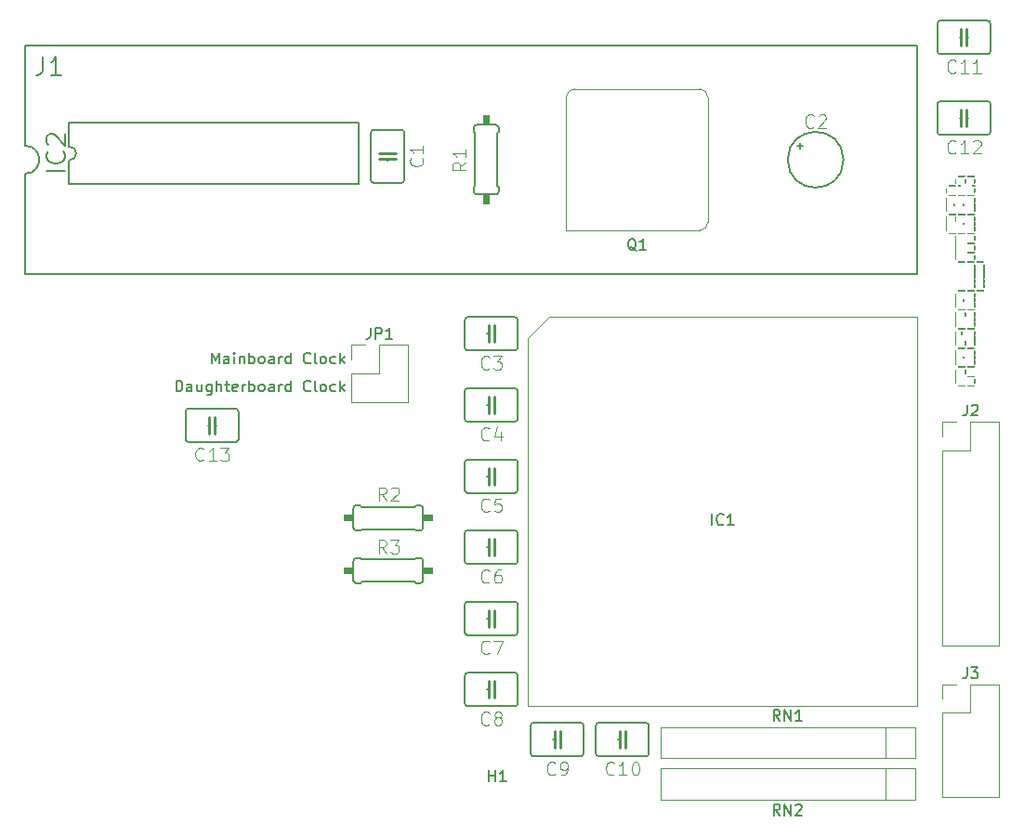
<source format=gbr>
G04 #@! TF.GenerationSoftware,KiCad,Pcbnew,(5.1.5-0-10_14)*
G04 #@! TF.CreationDate,2020-11-11T10:53:56+00:00*
G04 #@! TF.ProjectId,rosco_m68k_r1_020,726f7363-6f5f-46d3-9638-6b5f72315f30,rev?*
G04 #@! TF.SameCoordinates,Original*
G04 #@! TF.FileFunction,Legend,Top*
G04 #@! TF.FilePolarity,Positive*
%FSLAX46Y46*%
G04 Gerber Fmt 4.6, Leading zero omitted, Abs format (unit mm)*
G04 Created by KiCad (PCBNEW (5.1.5-0-10_14)) date 2020-11-11 10:53:56*
%MOMM*%
%LPD*%
G04 APERTURE LIST*
%ADD10C,0.150000*%
%ADD11C,0.152400*%
%ADD12C,0.120000*%
%ADD13C,0.002000*%
%ADD14C,0.100000*%
%ADD15C,0.254000*%
%ADD16C,0.168910*%
%ADD17C,0.120650*%
G04 APERTURE END LIST*
D10*
X51738094Y-67924880D02*
X51738094Y-66924880D01*
X51976190Y-66924880D01*
X52119047Y-66972500D01*
X52214285Y-67067738D01*
X52261904Y-67162976D01*
X52309523Y-67353452D01*
X52309523Y-67496309D01*
X52261904Y-67686785D01*
X52214285Y-67782023D01*
X52119047Y-67877261D01*
X51976190Y-67924880D01*
X51738094Y-67924880D01*
X53166666Y-67924880D02*
X53166666Y-67401071D01*
X53119047Y-67305833D01*
X53023809Y-67258214D01*
X52833332Y-67258214D01*
X52738094Y-67305833D01*
X53166666Y-67877261D02*
X53071428Y-67924880D01*
X52833332Y-67924880D01*
X52738094Y-67877261D01*
X52690475Y-67782023D01*
X52690475Y-67686785D01*
X52738094Y-67591547D01*
X52833332Y-67543928D01*
X53071428Y-67543928D01*
X53166666Y-67496309D01*
X54071428Y-67258214D02*
X54071428Y-67924880D01*
X53642856Y-67258214D02*
X53642856Y-67782023D01*
X53690475Y-67877261D01*
X53785713Y-67924880D01*
X53928571Y-67924880D01*
X54023809Y-67877261D01*
X54071428Y-67829642D01*
X54976190Y-67258214D02*
X54976190Y-68067738D01*
X54928571Y-68162976D01*
X54880952Y-68210595D01*
X54785713Y-68258214D01*
X54642856Y-68258214D01*
X54547618Y-68210595D01*
X54976190Y-67877261D02*
X54880952Y-67924880D01*
X54690475Y-67924880D01*
X54595237Y-67877261D01*
X54547618Y-67829642D01*
X54499999Y-67734404D01*
X54499999Y-67448690D01*
X54547618Y-67353452D01*
X54595237Y-67305833D01*
X54690475Y-67258214D01*
X54880952Y-67258214D01*
X54976190Y-67305833D01*
X55452380Y-67924880D02*
X55452380Y-66924880D01*
X55880952Y-67924880D02*
X55880952Y-67401071D01*
X55833332Y-67305833D01*
X55738094Y-67258214D01*
X55595237Y-67258214D01*
X55499999Y-67305833D01*
X55452380Y-67353452D01*
X56214285Y-67258214D02*
X56595237Y-67258214D01*
X56357142Y-66924880D02*
X56357142Y-67782023D01*
X56404761Y-67877261D01*
X56499999Y-67924880D01*
X56595237Y-67924880D01*
X57309523Y-67877261D02*
X57214285Y-67924880D01*
X57023809Y-67924880D01*
X56928571Y-67877261D01*
X56880952Y-67782023D01*
X56880952Y-67401071D01*
X56928571Y-67305833D01*
X57023809Y-67258214D01*
X57214285Y-67258214D01*
X57309523Y-67305833D01*
X57357142Y-67401071D01*
X57357142Y-67496309D01*
X56880952Y-67591547D01*
X57785713Y-67924880D02*
X57785713Y-67258214D01*
X57785713Y-67448690D02*
X57833332Y-67353452D01*
X57880952Y-67305833D01*
X57976190Y-67258214D01*
X58071428Y-67258214D01*
X58404761Y-67924880D02*
X58404761Y-66924880D01*
X58404761Y-67305833D02*
X58499999Y-67258214D01*
X58690475Y-67258214D01*
X58785713Y-67305833D01*
X58833332Y-67353452D01*
X58880952Y-67448690D01*
X58880952Y-67734404D01*
X58833332Y-67829642D01*
X58785713Y-67877261D01*
X58690475Y-67924880D01*
X58499999Y-67924880D01*
X58404761Y-67877261D01*
X59452380Y-67924880D02*
X59357142Y-67877261D01*
X59309523Y-67829642D01*
X59261904Y-67734404D01*
X59261904Y-67448690D01*
X59309523Y-67353452D01*
X59357142Y-67305833D01*
X59452380Y-67258214D01*
X59595237Y-67258214D01*
X59690475Y-67305833D01*
X59738094Y-67353452D01*
X59785713Y-67448690D01*
X59785713Y-67734404D01*
X59738094Y-67829642D01*
X59690475Y-67877261D01*
X59595237Y-67924880D01*
X59452380Y-67924880D01*
X60642856Y-67924880D02*
X60642856Y-67401071D01*
X60595237Y-67305833D01*
X60499999Y-67258214D01*
X60309523Y-67258214D01*
X60214285Y-67305833D01*
X60642856Y-67877261D02*
X60547618Y-67924880D01*
X60309523Y-67924880D01*
X60214285Y-67877261D01*
X60166666Y-67782023D01*
X60166666Y-67686785D01*
X60214285Y-67591547D01*
X60309523Y-67543928D01*
X60547618Y-67543928D01*
X60642856Y-67496309D01*
X61119047Y-67924880D02*
X61119047Y-67258214D01*
X61119047Y-67448690D02*
X61166666Y-67353452D01*
X61214285Y-67305833D01*
X61309523Y-67258214D01*
X61404761Y-67258214D01*
X62166666Y-67924880D02*
X62166666Y-66924880D01*
X62166666Y-67877261D02*
X62071428Y-67924880D01*
X61880952Y-67924880D01*
X61785713Y-67877261D01*
X61738094Y-67829642D01*
X61690475Y-67734404D01*
X61690475Y-67448690D01*
X61738094Y-67353452D01*
X61785713Y-67305833D01*
X61880952Y-67258214D01*
X62071428Y-67258214D01*
X62166666Y-67305833D01*
X63976190Y-67829642D02*
X63928571Y-67877261D01*
X63785713Y-67924880D01*
X63690475Y-67924880D01*
X63547618Y-67877261D01*
X63452380Y-67782023D01*
X63404761Y-67686785D01*
X63357142Y-67496309D01*
X63357142Y-67353452D01*
X63404761Y-67162976D01*
X63452380Y-67067738D01*
X63547618Y-66972500D01*
X63690475Y-66924880D01*
X63785713Y-66924880D01*
X63928571Y-66972500D01*
X63976190Y-67020119D01*
X64547618Y-67924880D02*
X64452380Y-67877261D01*
X64404761Y-67782023D01*
X64404761Y-66924880D01*
X65071428Y-67924880D02*
X64976190Y-67877261D01*
X64928571Y-67829642D01*
X64880952Y-67734404D01*
X64880952Y-67448690D01*
X64928571Y-67353452D01*
X64976190Y-67305833D01*
X65071428Y-67258214D01*
X65214285Y-67258214D01*
X65309523Y-67305833D01*
X65357142Y-67353452D01*
X65404761Y-67448690D01*
X65404761Y-67734404D01*
X65357142Y-67829642D01*
X65309523Y-67877261D01*
X65214285Y-67924880D01*
X65071428Y-67924880D01*
X66261904Y-67877261D02*
X66166666Y-67924880D01*
X65976190Y-67924880D01*
X65880952Y-67877261D01*
X65833332Y-67829642D01*
X65785713Y-67734404D01*
X65785713Y-67448690D01*
X65833332Y-67353452D01*
X65880952Y-67305833D01*
X65976190Y-67258214D01*
X66166666Y-67258214D01*
X66261904Y-67305833D01*
X66690475Y-67924880D02*
X66690475Y-66924880D01*
X66785713Y-67543928D02*
X67071428Y-67924880D01*
X67071428Y-67258214D02*
X66690475Y-67639166D01*
X54976190Y-65384880D02*
X54976190Y-64384880D01*
X55309523Y-65099166D01*
X55642857Y-64384880D01*
X55642857Y-65384880D01*
X56547619Y-65384880D02*
X56547619Y-64861071D01*
X56500000Y-64765833D01*
X56404761Y-64718214D01*
X56214285Y-64718214D01*
X56119047Y-64765833D01*
X56547619Y-65337261D02*
X56452380Y-65384880D01*
X56214285Y-65384880D01*
X56119047Y-65337261D01*
X56071428Y-65242023D01*
X56071428Y-65146785D01*
X56119047Y-65051547D01*
X56214285Y-65003928D01*
X56452380Y-65003928D01*
X56547619Y-64956309D01*
X57023809Y-65384880D02*
X57023809Y-64718214D01*
X57023809Y-64384880D02*
X56976190Y-64432500D01*
X57023809Y-64480119D01*
X57071428Y-64432500D01*
X57023809Y-64384880D01*
X57023809Y-64480119D01*
X57500000Y-64718214D02*
X57500000Y-65384880D01*
X57500000Y-64813452D02*
X57547619Y-64765833D01*
X57642857Y-64718214D01*
X57785714Y-64718214D01*
X57880952Y-64765833D01*
X57928571Y-64861071D01*
X57928571Y-65384880D01*
X58404761Y-65384880D02*
X58404761Y-64384880D01*
X58404761Y-64765833D02*
X58500000Y-64718214D01*
X58690476Y-64718214D01*
X58785714Y-64765833D01*
X58833333Y-64813452D01*
X58880952Y-64908690D01*
X58880952Y-65194404D01*
X58833333Y-65289642D01*
X58785714Y-65337261D01*
X58690476Y-65384880D01*
X58500000Y-65384880D01*
X58404761Y-65337261D01*
X59452380Y-65384880D02*
X59357142Y-65337261D01*
X59309523Y-65289642D01*
X59261904Y-65194404D01*
X59261904Y-64908690D01*
X59309523Y-64813452D01*
X59357142Y-64765833D01*
X59452380Y-64718214D01*
X59595238Y-64718214D01*
X59690476Y-64765833D01*
X59738095Y-64813452D01*
X59785714Y-64908690D01*
X59785714Y-65194404D01*
X59738095Y-65289642D01*
X59690476Y-65337261D01*
X59595238Y-65384880D01*
X59452380Y-65384880D01*
X60642857Y-65384880D02*
X60642857Y-64861071D01*
X60595238Y-64765833D01*
X60500000Y-64718214D01*
X60309523Y-64718214D01*
X60214285Y-64765833D01*
X60642857Y-65337261D02*
X60547619Y-65384880D01*
X60309523Y-65384880D01*
X60214285Y-65337261D01*
X60166666Y-65242023D01*
X60166666Y-65146785D01*
X60214285Y-65051547D01*
X60309523Y-65003928D01*
X60547619Y-65003928D01*
X60642857Y-64956309D01*
X61119047Y-65384880D02*
X61119047Y-64718214D01*
X61119047Y-64908690D02*
X61166666Y-64813452D01*
X61214285Y-64765833D01*
X61309523Y-64718214D01*
X61404761Y-64718214D01*
X62166666Y-65384880D02*
X62166666Y-64384880D01*
X62166666Y-65337261D02*
X62071428Y-65384880D01*
X61880952Y-65384880D01*
X61785714Y-65337261D01*
X61738095Y-65289642D01*
X61690476Y-65194404D01*
X61690476Y-64908690D01*
X61738095Y-64813452D01*
X61785714Y-64765833D01*
X61880952Y-64718214D01*
X62071428Y-64718214D01*
X62166666Y-64765833D01*
X63976190Y-65289642D02*
X63928571Y-65337261D01*
X63785714Y-65384880D01*
X63690476Y-65384880D01*
X63547619Y-65337261D01*
X63452380Y-65242023D01*
X63404761Y-65146785D01*
X63357142Y-64956309D01*
X63357142Y-64813452D01*
X63404761Y-64622976D01*
X63452380Y-64527738D01*
X63547619Y-64432500D01*
X63690476Y-64384880D01*
X63785714Y-64384880D01*
X63928571Y-64432500D01*
X63976190Y-64480119D01*
X64547619Y-65384880D02*
X64452380Y-65337261D01*
X64404761Y-65242023D01*
X64404761Y-64384880D01*
X65071428Y-65384880D02*
X64976190Y-65337261D01*
X64928571Y-65289642D01*
X64880952Y-65194404D01*
X64880952Y-64908690D01*
X64928571Y-64813452D01*
X64976190Y-64765833D01*
X65071428Y-64718214D01*
X65214285Y-64718214D01*
X65309523Y-64765833D01*
X65357142Y-64813452D01*
X65404761Y-64908690D01*
X65404761Y-65194404D01*
X65357142Y-65289642D01*
X65309523Y-65337261D01*
X65214285Y-65384880D01*
X65071428Y-65384880D01*
X66261904Y-65337261D02*
X66166666Y-65384880D01*
X65976190Y-65384880D01*
X65880952Y-65337261D01*
X65833333Y-65289642D01*
X65785714Y-65194404D01*
X65785714Y-64908690D01*
X65833333Y-64813452D01*
X65880952Y-64765833D01*
X65976190Y-64718214D01*
X66166666Y-64718214D01*
X66261904Y-64765833D01*
X66690476Y-65384880D02*
X66690476Y-64384880D01*
X66785714Y-65003928D02*
X67071428Y-65384880D01*
X67071428Y-64718214D02*
X66690476Y-65099166D01*
D11*
X37987000Y-36386599D02*
X119267000Y-36386599D01*
X37987000Y-36386599D02*
X37987000Y-45530599D01*
X37987000Y-57214599D02*
X119267000Y-57214599D01*
X119267000Y-57214599D02*
X119267000Y-36386599D01*
X37987000Y-48070599D02*
G75*
G03X37987000Y-45530599I0J1270000D01*
G01*
X37987000Y-48070599D02*
X37987000Y-57214599D01*
X41992000Y-43434000D02*
X68408000Y-43434000D01*
X41992000Y-43434000D02*
X41992000Y-45593000D01*
X68408000Y-49022000D02*
X41992000Y-49022000D01*
X68408000Y-49022000D02*
X68408000Y-43434000D01*
X41992000Y-45593000D02*
G75*
G02X41992000Y-46863000I0J-635000D01*
G01*
X41992000Y-46863000D02*
X41992000Y-49022000D01*
D12*
X83783200Y-96630000D02*
X83783200Y-63080000D01*
X119283200Y-96630000D02*
X83783200Y-96630000D01*
X119283200Y-61130000D02*
X119283200Y-96630000D01*
X85733200Y-61130000D02*
X119283200Y-61130000D01*
X83783200Y-63080000D02*
X85733200Y-61130000D01*
D13*
X121881795Y-49750982D02*
X121881795Y-49750982D01*
X121881795Y-50622246D02*
X121881795Y-50622246D01*
X121906005Y-49569470D02*
X121906000Y-49572532D01*
X121906000Y-49572532D02*
X121905994Y-49574971D01*
X121905994Y-49574971D02*
X121905984Y-49577401D01*
X121905984Y-49577401D02*
X121905970Y-49579819D01*
X121905970Y-49579819D02*
X121905947Y-49582600D01*
X121905947Y-49582600D02*
X121905927Y-49584921D01*
X121905927Y-49584921D02*
X121905901Y-49587305D01*
X121905901Y-49587305D02*
X121905861Y-49590564D01*
X121905861Y-49590564D02*
X121905825Y-49593066D01*
X121905825Y-49593066D02*
X121905791Y-49595043D01*
X121905791Y-49595043D02*
X121905754Y-49597305D01*
X121905754Y-49597305D02*
X121905709Y-49599627D01*
X121905709Y-49599627D02*
X121905656Y-49602226D01*
X121905656Y-49602226D02*
X121905607Y-49604379D01*
X121905607Y-49604379D02*
X121905551Y-49606808D01*
X121905551Y-49606808D02*
X121905492Y-49609079D01*
X121905492Y-49609079D02*
X121905430Y-49611338D01*
X121905430Y-49611338D02*
X121905364Y-49613583D01*
X121905364Y-49613583D02*
X121905296Y-49615817D01*
X121905296Y-49615817D02*
X121905224Y-49618037D01*
X121905224Y-49618037D02*
X121905139Y-49620519D01*
X121905139Y-49620519D02*
X121905029Y-49623529D01*
X121905029Y-49623529D02*
X121904945Y-49625703D01*
X121904945Y-49625703D02*
X121904857Y-49627861D01*
X121904857Y-49627861D02*
X121904752Y-49630341D01*
X121904752Y-49630341D02*
X121904639Y-49632936D01*
X121904639Y-49632936D02*
X121904541Y-49635047D01*
X121904541Y-49635047D02*
X121904427Y-49637408D01*
X121904427Y-49637408D02*
X121904309Y-49639748D01*
X121904309Y-49639748D02*
X121904202Y-49641815D01*
X121904202Y-49641815D02*
X121904089Y-49643864D01*
X121904089Y-49643864D02*
X121903931Y-49646659D01*
X121903931Y-49646659D02*
X121903797Y-49648925D01*
X121903797Y-49648925D02*
X121903643Y-49651419D01*
X121903643Y-49651419D02*
X121903501Y-49653645D01*
X121903501Y-49653645D02*
X121903356Y-49655850D01*
X121903356Y-49655850D02*
X121903172Y-49658519D01*
X121903172Y-49658519D02*
X121903025Y-49660559D01*
X121903025Y-49660559D02*
X121902841Y-49663055D01*
X121902841Y-49663055D02*
X121902679Y-49665174D01*
X121902679Y-49665174D02*
X121902437Y-49668195D01*
X121902437Y-49668195D02*
X121902207Y-49670946D01*
X121902207Y-49670946D02*
X121901992Y-49673435D01*
X121901992Y-49673435D02*
X121901804Y-49675500D01*
X121901804Y-49675500D02*
X121901501Y-49678751D01*
X121901501Y-49678751D02*
X121901283Y-49680973D01*
X121901283Y-49680973D02*
X121901095Y-49682849D01*
X121901095Y-49682849D02*
X121900809Y-49685596D01*
X121900809Y-49685596D02*
X121900584Y-49687677D01*
X121900584Y-49687677D02*
X121900377Y-49689522D01*
X121900377Y-49689522D02*
X121900167Y-49691347D01*
X121900167Y-49691347D02*
X121899929Y-49693373D01*
X121899929Y-49693373D02*
X121899701Y-49695220D01*
X121899701Y-49695220D02*
X121899446Y-49697262D01*
X121899446Y-49697262D02*
X121899197Y-49699173D01*
X121899197Y-49699173D02*
X121898918Y-49701240D01*
X121898918Y-49701240D02*
X121898620Y-49703363D01*
X121898620Y-49703363D02*
X121898266Y-49705805D01*
X121898266Y-49705805D02*
X121897970Y-49707750D01*
X121897970Y-49707750D02*
X121897616Y-49710003D01*
X121897616Y-49710003D02*
X121897284Y-49712035D01*
X121897284Y-49712035D02*
X121896975Y-49713857D01*
X121896975Y-49713857D02*
X121896603Y-49715961D01*
X121896603Y-49715961D02*
X121896254Y-49717853D01*
X121896254Y-49717853D02*
X121895900Y-49719698D01*
X121895900Y-49719698D02*
X121895542Y-49721496D01*
X121895542Y-49721496D02*
X121895055Y-49723817D01*
X121895055Y-49723817D02*
X121894685Y-49725501D01*
X121894685Y-49725501D02*
X121894310Y-49727136D01*
X121894310Y-49727136D02*
X121893801Y-49729237D01*
X121893801Y-49729237D02*
X121893284Y-49731250D01*
X121893284Y-49731250D02*
X121892759Y-49733172D01*
X121892759Y-49733172D02*
X121892224Y-49735002D01*
X121892224Y-49735002D02*
X121891717Y-49736634D01*
X121891717Y-49736634D02*
X121891159Y-49738305D01*
X121891159Y-49738305D02*
X121890576Y-49739929D01*
X121890576Y-49739929D02*
X121890011Y-49741379D01*
X121890011Y-49741379D02*
X121889331Y-49742976D01*
X121889331Y-49742976D02*
X121888676Y-49744360D01*
X121888676Y-49744360D02*
X121887938Y-49745749D01*
X121887938Y-49745749D02*
X121887133Y-49747065D01*
X121887133Y-49747065D02*
X121886277Y-49748244D01*
X121886277Y-49748244D02*
X121885273Y-49749349D01*
X121885273Y-49749349D02*
X121884093Y-49750275D01*
X121884093Y-49750275D02*
X121882567Y-49750900D01*
X121882567Y-49750900D02*
X121881795Y-49750982D01*
X121881795Y-49387958D02*
X121883454Y-49388321D01*
X121883454Y-49388321D02*
X121884725Y-49389105D01*
X121884725Y-49389105D02*
X121885796Y-49390123D01*
X121885796Y-49390123D02*
X121886889Y-49391508D01*
X121886889Y-49391508D02*
X121887714Y-49392798D01*
X121887714Y-49392798D02*
X121888529Y-49394283D01*
X121888529Y-49394283D02*
X121889242Y-49395759D01*
X121889242Y-49395759D02*
X121890011Y-49397554D01*
X121890011Y-49397554D02*
X121890576Y-49399005D01*
X121890576Y-49399005D02*
X121891169Y-49400653D01*
X121891169Y-49400653D02*
X121891819Y-49402620D01*
X121891819Y-49402620D02*
X121892374Y-49404436D01*
X121892374Y-49404436D02*
X121892891Y-49406233D01*
X121892891Y-49406233D02*
X121893414Y-49408178D01*
X121893414Y-49408178D02*
X121893929Y-49410211D01*
X121893929Y-49410211D02*
X121894404Y-49412201D01*
X121894404Y-49412201D02*
X121894778Y-49413848D01*
X121894778Y-49413848D02*
X121895147Y-49415544D01*
X121895147Y-49415544D02*
X121895542Y-49417439D01*
X121895542Y-49417439D02*
X121895900Y-49419235D01*
X121895900Y-49419235D02*
X121896254Y-49421080D01*
X121896254Y-49421080D02*
X121896603Y-49422973D01*
X121896603Y-49422973D02*
X121896953Y-49424952D01*
X121896953Y-49424952D02*
X121897284Y-49426898D01*
X121897284Y-49426898D02*
X121897616Y-49428930D01*
X121897616Y-49428930D02*
X121897917Y-49430833D01*
X121897917Y-49430833D02*
X121898185Y-49432594D01*
X121898185Y-49432594D02*
X121898477Y-49434570D01*
X121898477Y-49434570D02*
X121898790Y-49436766D01*
X121898790Y-49436766D02*
X121899046Y-49438630D01*
X121899046Y-49438630D02*
X121899321Y-49440715D01*
X121899321Y-49440715D02*
X121899593Y-49442835D01*
X121899593Y-49442835D02*
X121899922Y-49445511D01*
X121899922Y-49445511D02*
X121900167Y-49447585D01*
X121900167Y-49447585D02*
X121900377Y-49449410D01*
X121900377Y-49449410D02*
X121900584Y-49451258D01*
X121900584Y-49451258D02*
X121900809Y-49453338D01*
X121900809Y-49453338D02*
X121901052Y-49455658D01*
X121901052Y-49455658D02*
X121901256Y-49457688D01*
X121901256Y-49457688D02*
X121901501Y-49460180D01*
X121901501Y-49460180D02*
X121901749Y-49462820D01*
X121901749Y-49462820D02*
X121901992Y-49465499D01*
X121901992Y-49465499D02*
X121902197Y-49467872D01*
X121902197Y-49467872D02*
X121902380Y-49470047D01*
X121902380Y-49470047D02*
X121902549Y-49472126D01*
X121902549Y-49472126D02*
X121902733Y-49474462D01*
X121902733Y-49474462D02*
X121902895Y-49476587D01*
X121902895Y-49476587D02*
X121903112Y-49479572D01*
X121903112Y-49479572D02*
X121903314Y-49482473D01*
X121903314Y-49482473D02*
X121903501Y-49485288D01*
X121903501Y-49485288D02*
X121903634Y-49487387D01*
X121903634Y-49487387D02*
X121903819Y-49490383D01*
X121903819Y-49490383D02*
X121903931Y-49492274D01*
X121903931Y-49492274D02*
X121904110Y-49495451D01*
X121904110Y-49495451D02*
X121904228Y-49497634D01*
X121904228Y-49497634D02*
X121904375Y-49500482D01*
X121904375Y-49500482D02*
X121904478Y-49502572D01*
X121904478Y-49502572D02*
X121904578Y-49504675D01*
X121904578Y-49504675D02*
X121904675Y-49506792D01*
X121904675Y-49506792D02*
X121904779Y-49509191D01*
X121904779Y-49509191D02*
X121904890Y-49511878D01*
X121904890Y-49511878D02*
X121904979Y-49514110D01*
X121904979Y-49514110D02*
X121905069Y-49516495D01*
X121905069Y-49516495D02*
X121905152Y-49518824D01*
X121905152Y-49518824D02*
X121905224Y-49520895D01*
X121905224Y-49520895D02*
X121905296Y-49523116D01*
X121905296Y-49523116D02*
X121905364Y-49525349D01*
X121905364Y-49525349D02*
X121905430Y-49527596D01*
X121905430Y-49527596D02*
X121905492Y-49529855D01*
X121905492Y-49529855D02*
X121905551Y-49532127D01*
X121905551Y-49532127D02*
X121905598Y-49534124D01*
X121905598Y-49534124D02*
X121905656Y-49536707D01*
X121905656Y-49536707D02*
X121905700Y-49538869D01*
X121905700Y-49538869D02*
X121905743Y-49541045D01*
X121905743Y-49541045D02*
X121905784Y-49543375D01*
X121905784Y-49543375D02*
X121905820Y-49545573D01*
X121905820Y-49545573D02*
X121905861Y-49548370D01*
X121905861Y-49548370D02*
X121905892Y-49550739D01*
X121905892Y-49550739D02*
X121905918Y-49553118D01*
X121905918Y-49553118D02*
X121905949Y-49556408D01*
X121905949Y-49556408D02*
X121905970Y-49559116D01*
X121905970Y-49559116D02*
X121905988Y-49562444D01*
X121905988Y-49562444D02*
X121905998Y-49565640D01*
X121905998Y-49565640D02*
X121906003Y-49568202D01*
X121906003Y-49568202D02*
X121906005Y-49569470D01*
X121857586Y-49569470D02*
X121857586Y-49567322D01*
X121857586Y-49567322D02*
X121857590Y-49565183D01*
X121857590Y-49565183D02*
X121857595Y-49562898D01*
X121857595Y-49562898D02*
X121857607Y-49560626D01*
X121857607Y-49560626D02*
X121857625Y-49557910D01*
X121857625Y-49557910D02*
X121857651Y-49554761D01*
X121857651Y-49554761D02*
X121857677Y-49552224D01*
X121857677Y-49552224D02*
X121857720Y-49548665D01*
X121857720Y-49548665D02*
X121857759Y-49546014D01*
X121857759Y-49546014D02*
X121857795Y-49543594D01*
X121857795Y-49543594D02*
X121857830Y-49541627D01*
X121857830Y-49541627D02*
X121857874Y-49539304D01*
X121857874Y-49539304D02*
X121857937Y-49536239D01*
X121857937Y-49536239D02*
X121858007Y-49533267D01*
X121858007Y-49533267D02*
X121858057Y-49531274D01*
X121858057Y-49531274D02*
X121858124Y-49528724D01*
X121858124Y-49528724D02*
X121858179Y-49526752D01*
X121858179Y-49526752D02*
X121858289Y-49523116D01*
X121858289Y-49523116D02*
X121858351Y-49521171D01*
X121858351Y-49521171D02*
X121858436Y-49518688D01*
X121858436Y-49518688D02*
X121858508Y-49516631D01*
X121858508Y-49516631D02*
X121858597Y-49514280D01*
X121858597Y-49514280D02*
X121858686Y-49512013D01*
X121858686Y-49512013D02*
X121858782Y-49509727D01*
X121858782Y-49509727D02*
X121858874Y-49507589D01*
X121858874Y-49507589D02*
X121858970Y-49505468D01*
X121858970Y-49505468D02*
X121859067Y-49503359D01*
X121859067Y-49503359D02*
X121859170Y-49501264D01*
X121859170Y-49501264D02*
X121859317Y-49498408D01*
X121859317Y-49498408D02*
X121859427Y-49496349D01*
X121859427Y-49496349D02*
X121859538Y-49494304D01*
X121859538Y-49494304D02*
X121859668Y-49492020D01*
X121859668Y-49492020D02*
X121859848Y-49489007D01*
X121859848Y-49489007D02*
X121860019Y-49486274D01*
X121860019Y-49486274D02*
X121860163Y-49484059D01*
X121860163Y-49484059D02*
X121860328Y-49481623D01*
X121860328Y-49481623D02*
X121860481Y-49479452D01*
X121860481Y-49479452D02*
X121860637Y-49477300D01*
X121860637Y-49477300D02*
X121860833Y-49474698D01*
X121860833Y-49474698D02*
X121861053Y-49471894D01*
X121861053Y-49471894D02*
X121861260Y-49469358D01*
X121861260Y-49469358D02*
X121861435Y-49467304D01*
X121861435Y-49467304D02*
X121861651Y-49464825D01*
X121861651Y-49464825D02*
X121861957Y-49461495D01*
X121861957Y-49461495D02*
X121862187Y-49459094D01*
X121862187Y-49459094D02*
X121862466Y-49456297D01*
X121862466Y-49456297D02*
X121862672Y-49454283D01*
X121862672Y-49454283D02*
X121862868Y-49452450D01*
X121862868Y-49452450D02*
X121863067Y-49450640D01*
X121863067Y-49450640D02*
X121863322Y-49448393D01*
X121863322Y-49448393D02*
X121863606Y-49445983D01*
X121863606Y-49445983D02*
X121863917Y-49443420D01*
X121863917Y-49443420D02*
X121864390Y-49439764D01*
X121864390Y-49439764D02*
X121864693Y-49437508D01*
X121864693Y-49437508D02*
X121865002Y-49435297D01*
X121865002Y-49435297D02*
X121865318Y-49433129D01*
X121865318Y-49433129D02*
X121865586Y-49431358D01*
X121865586Y-49431358D02*
X121865869Y-49429531D01*
X121865869Y-49429531D02*
X121866201Y-49427486D01*
X121866201Y-49427486D02*
X121866524Y-49425569D01*
X121866524Y-49425569D02*
X121866865Y-49423613D01*
X121866865Y-49423613D02*
X121867211Y-49421705D01*
X121867211Y-49421705D02*
X121867563Y-49419845D01*
X121867563Y-49419845D02*
X121867937Y-49417957D01*
X121867937Y-49417957D02*
X121868298Y-49416192D01*
X121868298Y-49416192D02*
X121868773Y-49413988D01*
X121868773Y-49413988D02*
X121869148Y-49412336D01*
X121869148Y-49412336D02*
X121869685Y-49410082D01*
X121869685Y-49410082D02*
X121870169Y-49408178D01*
X121870169Y-49408178D02*
X121870692Y-49406233D01*
X121870692Y-49406233D02*
X121871223Y-49404381D01*
X121871223Y-49404381D02*
X121871729Y-49402728D01*
X121871729Y-49402728D02*
X121872312Y-49400955D01*
X121872312Y-49400955D02*
X121872866Y-49399383D01*
X121872866Y-49399383D02*
X121873430Y-49397908D01*
X121873430Y-49397908D02*
X121874037Y-49396446D01*
X121874037Y-49396446D02*
X121874760Y-49394870D01*
X121874760Y-49394870D02*
X121875459Y-49393518D01*
X121875459Y-49393518D02*
X121876543Y-49391728D01*
X121876543Y-49391728D02*
X121877458Y-49390501D01*
X121877458Y-49390501D02*
X121878525Y-49389385D01*
X121878525Y-49389385D02*
X121879730Y-49388519D01*
X121879730Y-49388519D02*
X121881262Y-49387993D01*
X121881262Y-49387993D02*
X121881795Y-49387958D01*
X121881795Y-49750982D02*
X121880130Y-49750614D01*
X121880130Y-49750614D02*
X121878878Y-49749843D01*
X121878878Y-49749843D02*
X121877766Y-49748788D01*
X121877766Y-49748788D02*
X121876696Y-49747428D01*
X121876696Y-49747428D02*
X121875868Y-49746135D01*
X121875868Y-49746135D02*
X121875052Y-49744650D01*
X121875052Y-49744650D02*
X121874343Y-49743176D01*
X121874343Y-49743176D02*
X121873714Y-49741727D01*
X121873714Y-49741727D02*
X121873007Y-49739929D01*
X121873007Y-49739929D02*
X121872450Y-49738381D01*
X121872450Y-49738381D02*
X121871934Y-49736845D01*
X121871934Y-49736845D02*
X121871358Y-49735002D01*
X121871358Y-49735002D02*
X121870824Y-49733172D01*
X121870824Y-49733172D02*
X121870298Y-49731250D01*
X121870298Y-49731250D02*
X121869782Y-49729237D01*
X121869782Y-49729237D02*
X121869368Y-49727537D01*
X121869368Y-49727537D02*
X121868991Y-49725914D01*
X121868991Y-49725914D02*
X121868557Y-49723958D01*
X121868557Y-49723958D02*
X121868163Y-49722084D01*
X121868163Y-49722084D02*
X121867802Y-49720303D01*
X121867802Y-49720303D02*
X121867415Y-49718318D01*
X121867415Y-49718318D02*
X121867096Y-49716597D01*
X121867096Y-49716597D02*
X121866751Y-49714673D01*
X121866751Y-49714673D02*
X121866391Y-49712596D01*
X121866391Y-49712596D02*
X121866078Y-49710686D01*
X121866078Y-49710686D02*
X121865748Y-49708623D01*
X121865748Y-49708623D02*
X121865451Y-49706693D01*
X121865451Y-49706693D02*
X121865185Y-49704906D01*
X121865185Y-49704906D02*
X121864910Y-49702995D01*
X121864910Y-49702995D02*
X121864541Y-49700307D01*
X121864541Y-49700307D02*
X121864263Y-49698219D01*
X121864263Y-49698219D02*
X121863991Y-49696099D01*
X121863991Y-49696099D02*
X121863662Y-49693422D01*
X121863662Y-49693422D02*
X121863439Y-49691548D01*
X121863439Y-49691548D02*
X121863229Y-49689727D01*
X121863229Y-49689727D02*
X121862955Y-49687263D01*
X121862955Y-49687263D02*
X121862706Y-49684966D01*
X121862706Y-49684966D02*
X121862466Y-49682637D01*
X121862466Y-49682637D02*
X121862251Y-49680489D01*
X121862251Y-49680489D02*
X121861957Y-49677437D01*
X121861957Y-49677437D02*
X121861752Y-49675224D01*
X121861752Y-49675224D02*
X121861533Y-49672759D01*
X121861533Y-49672759D02*
X121861357Y-49670719D01*
X121861357Y-49670719D02*
X121861193Y-49668770D01*
X121861193Y-49668770D02*
X121861006Y-49666457D01*
X121861006Y-49666457D02*
X121860833Y-49664235D01*
X121860833Y-49664235D02*
X121860671Y-49662108D01*
X121860671Y-49662108D02*
X121860481Y-49659482D01*
X121860481Y-49659482D02*
X121860328Y-49657309D01*
X121860328Y-49657309D02*
X121860163Y-49654872D01*
X121860163Y-49654872D02*
X121860019Y-49652658D01*
X121860019Y-49652658D02*
X121859895Y-49650675D01*
X121859895Y-49650675D02*
X121859773Y-49648674D01*
X121859773Y-49648674D02*
X121859638Y-49646406D01*
X121859638Y-49646406D02*
X121859502Y-49643992D01*
X121859502Y-49643992D02*
X121859385Y-49641815D01*
X121859385Y-49641815D02*
X121859263Y-49639490D01*
X121859263Y-49639490D02*
X121859144Y-49637146D01*
X121859144Y-49637146D02*
X121859007Y-49634258D01*
X121859007Y-49634258D02*
X121858910Y-49632140D01*
X121858910Y-49632140D02*
X121858816Y-49630008D01*
X121858816Y-49630008D02*
X121858728Y-49627960D01*
X121858728Y-49627960D02*
X121858640Y-49625703D01*
X121858640Y-49625703D02*
X121858549Y-49623391D01*
X121858549Y-49623391D02*
X121858475Y-49621342D01*
X121858475Y-49621342D02*
X121858388Y-49618866D01*
X121858388Y-49618866D02*
X121858319Y-49616789D01*
X121858319Y-49616789D02*
X121858244Y-49614422D01*
X121858244Y-49614422D02*
X121858155Y-49611338D01*
X121858155Y-49611338D02*
X121858094Y-49609079D01*
X121858094Y-49609079D02*
X121858036Y-49606808D01*
X121858036Y-49606808D02*
X121857980Y-49604523D01*
X121857980Y-49604523D02*
X121857904Y-49601072D01*
X121857904Y-49601072D02*
X121857858Y-49598759D01*
X121857858Y-49598759D02*
X121857815Y-49596431D01*
X121857815Y-49596431D02*
X121857777Y-49594094D01*
X121857777Y-49594094D02*
X121857745Y-49592037D01*
X121857745Y-49592037D02*
X121857714Y-49589824D01*
X121857714Y-49589824D02*
X121857683Y-49587414D01*
X121857683Y-49587414D02*
X121857659Y-49584921D01*
X121857659Y-49584921D02*
X121857634Y-49582226D01*
X121857634Y-49582226D02*
X121857618Y-49580119D01*
X121857618Y-49580119D02*
X121857603Y-49577401D01*
X121857603Y-49577401D02*
X121857593Y-49574971D01*
X121857593Y-49574971D02*
X121857587Y-49572837D01*
X121857587Y-49572837D02*
X121857586Y-49569470D01*
X121881795Y-51057879D02*
X121881795Y-51057879D01*
X121906005Y-50440734D02*
X121906000Y-50443796D01*
X121906000Y-50443796D02*
X121905994Y-50446235D01*
X121905994Y-50446235D02*
X121905984Y-50448665D01*
X121905984Y-50448665D02*
X121905970Y-50451083D01*
X121905970Y-50451083D02*
X121905947Y-50453864D01*
X121905947Y-50453864D02*
X121905927Y-50456185D01*
X121905927Y-50456185D02*
X121905901Y-50458569D01*
X121905901Y-50458569D02*
X121905861Y-50461828D01*
X121905861Y-50461828D02*
X121905825Y-50464330D01*
X121905825Y-50464330D02*
X121905791Y-50466307D01*
X121905791Y-50466307D02*
X121905754Y-50468569D01*
X121905754Y-50468569D02*
X121905709Y-50470891D01*
X121905709Y-50470891D02*
X121905656Y-50473490D01*
X121905656Y-50473490D02*
X121905607Y-50475643D01*
X121905607Y-50475643D02*
X121905551Y-50478072D01*
X121905551Y-50478072D02*
X121905492Y-50480343D01*
X121905492Y-50480343D02*
X121905430Y-50482602D01*
X121905430Y-50482602D02*
X121905364Y-50484847D01*
X121905364Y-50484847D02*
X121905296Y-50487081D01*
X121905296Y-50487081D02*
X121905224Y-50489301D01*
X121905224Y-50489301D02*
X121905139Y-50491783D01*
X121905139Y-50491783D02*
X121905029Y-50494793D01*
X121905029Y-50494793D02*
X121904945Y-50496967D01*
X121904945Y-50496967D02*
X121904857Y-50499125D01*
X121904857Y-50499125D02*
X121904752Y-50501605D01*
X121904752Y-50501605D02*
X121904639Y-50504200D01*
X121904639Y-50504200D02*
X121904541Y-50506311D01*
X121904541Y-50506311D02*
X121904427Y-50508672D01*
X121904427Y-50508672D02*
X121904309Y-50511012D01*
X121904309Y-50511012D02*
X121904202Y-50513079D01*
X121904202Y-50513079D02*
X121904089Y-50515128D01*
X121904089Y-50515128D02*
X121903931Y-50517923D01*
X121903931Y-50517923D02*
X121903797Y-50520189D01*
X121903797Y-50520189D02*
X121903643Y-50522683D01*
X121903643Y-50522683D02*
X121903501Y-50524909D01*
X121903501Y-50524909D02*
X121903356Y-50527114D01*
X121903356Y-50527114D02*
X121903172Y-50529783D01*
X121903172Y-50529783D02*
X121903025Y-50531823D01*
X121903025Y-50531823D02*
X121902841Y-50534319D01*
X121902841Y-50534319D02*
X121902679Y-50536438D01*
X121902679Y-50536438D02*
X121902437Y-50539459D01*
X121902437Y-50539459D02*
X121902207Y-50542210D01*
X121902207Y-50542210D02*
X121901992Y-50544699D01*
X121901992Y-50544699D02*
X121901804Y-50546764D01*
X121901804Y-50546764D02*
X121901501Y-50550015D01*
X121901501Y-50550015D02*
X121901283Y-50552237D01*
X121901283Y-50552237D02*
X121901095Y-50554113D01*
X121901095Y-50554113D02*
X121900809Y-50556860D01*
X121900809Y-50556860D02*
X121900584Y-50558941D01*
X121900584Y-50558941D02*
X121900377Y-50560786D01*
X121900377Y-50560786D02*
X121900167Y-50562611D01*
X121900167Y-50562611D02*
X121899929Y-50564637D01*
X121899929Y-50564637D02*
X121899701Y-50566484D01*
X121899701Y-50566484D02*
X121899446Y-50568526D01*
X121899446Y-50568526D02*
X121899197Y-50570437D01*
X121899197Y-50570437D02*
X121898918Y-50572504D01*
X121898918Y-50572504D02*
X121898620Y-50574627D01*
X121898620Y-50574627D02*
X121898266Y-50577069D01*
X121898266Y-50577069D02*
X121897970Y-50579014D01*
X121897970Y-50579014D02*
X121897616Y-50581267D01*
X121897616Y-50581267D02*
X121897284Y-50583299D01*
X121897284Y-50583299D02*
X121896975Y-50585121D01*
X121896975Y-50585121D02*
X121896603Y-50587225D01*
X121896603Y-50587225D02*
X121896254Y-50589117D01*
X121896254Y-50589117D02*
X121895900Y-50590962D01*
X121895900Y-50590962D02*
X121895542Y-50592760D01*
X121895542Y-50592760D02*
X121895055Y-50595081D01*
X121895055Y-50595081D02*
X121894685Y-50596765D01*
X121894685Y-50596765D02*
X121894310Y-50598400D01*
X121894310Y-50598400D02*
X121893801Y-50600501D01*
X121893801Y-50600501D02*
X121893284Y-50602514D01*
X121893284Y-50602514D02*
X121892759Y-50604436D01*
X121892759Y-50604436D02*
X121892224Y-50606266D01*
X121892224Y-50606266D02*
X121891717Y-50607898D01*
X121891717Y-50607898D02*
X121891159Y-50609569D01*
X121891159Y-50609569D02*
X121890576Y-50611193D01*
X121890576Y-50611193D02*
X121890011Y-50612643D01*
X121890011Y-50612643D02*
X121889331Y-50614240D01*
X121889331Y-50614240D02*
X121888676Y-50615624D01*
X121888676Y-50615624D02*
X121887938Y-50617013D01*
X121887938Y-50617013D02*
X121887133Y-50618329D01*
X121887133Y-50618329D02*
X121886277Y-50619508D01*
X121886277Y-50619508D02*
X121885273Y-50620613D01*
X121885273Y-50620613D02*
X121884093Y-50621539D01*
X121884093Y-50621539D02*
X121882567Y-50622164D01*
X121882567Y-50622164D02*
X121881795Y-50622246D01*
X121881795Y-50259222D02*
X121883454Y-50259585D01*
X121883454Y-50259585D02*
X121884725Y-50260369D01*
X121884725Y-50260369D02*
X121885796Y-50261387D01*
X121885796Y-50261387D02*
X121886889Y-50262772D01*
X121886889Y-50262772D02*
X121887714Y-50264062D01*
X121887714Y-50264062D02*
X121888529Y-50265547D01*
X121888529Y-50265547D02*
X121889242Y-50267023D01*
X121889242Y-50267023D02*
X121890011Y-50268818D01*
X121890011Y-50268818D02*
X121890576Y-50270269D01*
X121890576Y-50270269D02*
X121891169Y-50271917D01*
X121891169Y-50271917D02*
X121891819Y-50273884D01*
X121891819Y-50273884D02*
X121892374Y-50275700D01*
X121892374Y-50275700D02*
X121892891Y-50277497D01*
X121892891Y-50277497D02*
X121893414Y-50279442D01*
X121893414Y-50279442D02*
X121893929Y-50281475D01*
X121893929Y-50281475D02*
X121894404Y-50283465D01*
X121894404Y-50283465D02*
X121894778Y-50285112D01*
X121894778Y-50285112D02*
X121895147Y-50286808D01*
X121895147Y-50286808D02*
X121895542Y-50288703D01*
X121895542Y-50288703D02*
X121895900Y-50290499D01*
X121895900Y-50290499D02*
X121896254Y-50292344D01*
X121896254Y-50292344D02*
X121896603Y-50294237D01*
X121896603Y-50294237D02*
X121896953Y-50296216D01*
X121896953Y-50296216D02*
X121897284Y-50298162D01*
X121897284Y-50298162D02*
X121897616Y-50300194D01*
X121897616Y-50300194D02*
X121897917Y-50302097D01*
X121897917Y-50302097D02*
X121898185Y-50303858D01*
X121898185Y-50303858D02*
X121898477Y-50305834D01*
X121898477Y-50305834D02*
X121898790Y-50308030D01*
X121898790Y-50308030D02*
X121899046Y-50309894D01*
X121899046Y-50309894D02*
X121899321Y-50311979D01*
X121899321Y-50311979D02*
X121899593Y-50314099D01*
X121899593Y-50314099D02*
X121899922Y-50316775D01*
X121899922Y-50316775D02*
X121900167Y-50318849D01*
X121900167Y-50318849D02*
X121900377Y-50320674D01*
X121900377Y-50320674D02*
X121900584Y-50322522D01*
X121900584Y-50322522D02*
X121900809Y-50324602D01*
X121900809Y-50324602D02*
X121901052Y-50326922D01*
X121901052Y-50326922D02*
X121901256Y-50328952D01*
X121901256Y-50328952D02*
X121901501Y-50331444D01*
X121901501Y-50331444D02*
X121901749Y-50334084D01*
X121901749Y-50334084D02*
X121901992Y-50336763D01*
X121901992Y-50336763D02*
X121902197Y-50339136D01*
X121902197Y-50339136D02*
X121902380Y-50341311D01*
X121902380Y-50341311D02*
X121902549Y-50343390D01*
X121902549Y-50343390D02*
X121902733Y-50345726D01*
X121902733Y-50345726D02*
X121902895Y-50347851D01*
X121902895Y-50347851D02*
X121903112Y-50350836D01*
X121903112Y-50350836D02*
X121903314Y-50353737D01*
X121903314Y-50353737D02*
X121903501Y-50356552D01*
X121903501Y-50356552D02*
X121903634Y-50358651D01*
X121903634Y-50358651D02*
X121903819Y-50361647D01*
X121903819Y-50361647D02*
X121903931Y-50363538D01*
X121903931Y-50363538D02*
X121904110Y-50366715D01*
X121904110Y-50366715D02*
X121904228Y-50368898D01*
X121904228Y-50368898D02*
X121904375Y-50371746D01*
X121904375Y-50371746D02*
X121904478Y-50373836D01*
X121904478Y-50373836D02*
X121904578Y-50375939D01*
X121904578Y-50375939D02*
X121904675Y-50378056D01*
X121904675Y-50378056D02*
X121904779Y-50380455D01*
X121904779Y-50380455D02*
X121904890Y-50383142D01*
X121904890Y-50383142D02*
X121904979Y-50385374D01*
X121904979Y-50385374D02*
X121905069Y-50387759D01*
X121905069Y-50387759D02*
X121905152Y-50390088D01*
X121905152Y-50390088D02*
X121905224Y-50392159D01*
X121905224Y-50392159D02*
X121905296Y-50394380D01*
X121905296Y-50394380D02*
X121905364Y-50396613D01*
X121905364Y-50396613D02*
X121905430Y-50398860D01*
X121905430Y-50398860D02*
X121905492Y-50401119D01*
X121905492Y-50401119D02*
X121905551Y-50403391D01*
X121905551Y-50403391D02*
X121905598Y-50405388D01*
X121905598Y-50405388D02*
X121905656Y-50407971D01*
X121905656Y-50407971D02*
X121905700Y-50410133D01*
X121905700Y-50410133D02*
X121905743Y-50412309D01*
X121905743Y-50412309D02*
X121905784Y-50414639D01*
X121905784Y-50414639D02*
X121905820Y-50416837D01*
X121905820Y-50416837D02*
X121905861Y-50419634D01*
X121905861Y-50419634D02*
X121905892Y-50422003D01*
X121905892Y-50422003D02*
X121905918Y-50424382D01*
X121905918Y-50424382D02*
X121905949Y-50427672D01*
X121905949Y-50427672D02*
X121905970Y-50430380D01*
X121905970Y-50430380D02*
X121905988Y-50433708D01*
X121905988Y-50433708D02*
X121905998Y-50436904D01*
X121905998Y-50436904D02*
X121906003Y-50439466D01*
X121906003Y-50439466D02*
X121906005Y-50440734D01*
X121857586Y-50440734D02*
X121857586Y-50438586D01*
X121857586Y-50438586D02*
X121857590Y-50436447D01*
X121857590Y-50436447D02*
X121857595Y-50434162D01*
X121857595Y-50434162D02*
X121857607Y-50431890D01*
X121857607Y-50431890D02*
X121857625Y-50429174D01*
X121857625Y-50429174D02*
X121857651Y-50426025D01*
X121857651Y-50426025D02*
X121857677Y-50423488D01*
X121857677Y-50423488D02*
X121857720Y-50419929D01*
X121857720Y-50419929D02*
X121857759Y-50417278D01*
X121857759Y-50417278D02*
X121857795Y-50414858D01*
X121857795Y-50414858D02*
X121857830Y-50412891D01*
X121857830Y-50412891D02*
X121857874Y-50410568D01*
X121857874Y-50410568D02*
X121857937Y-50407503D01*
X121857937Y-50407503D02*
X121858007Y-50404531D01*
X121858007Y-50404531D02*
X121858057Y-50402538D01*
X121858057Y-50402538D02*
X121858124Y-50399988D01*
X121858124Y-50399988D02*
X121858179Y-50398016D01*
X121858179Y-50398016D02*
X121858289Y-50394380D01*
X121858289Y-50394380D02*
X121858351Y-50392435D01*
X121858351Y-50392435D02*
X121858436Y-50389952D01*
X121858436Y-50389952D02*
X121858508Y-50387895D01*
X121858508Y-50387895D02*
X121858597Y-50385544D01*
X121858597Y-50385544D02*
X121858686Y-50383277D01*
X121858686Y-50383277D02*
X121858782Y-50380991D01*
X121858782Y-50380991D02*
X121858874Y-50378853D01*
X121858874Y-50378853D02*
X121858970Y-50376732D01*
X121858970Y-50376732D02*
X121859067Y-50374623D01*
X121859067Y-50374623D02*
X121859170Y-50372528D01*
X121859170Y-50372528D02*
X121859317Y-50369672D01*
X121859317Y-50369672D02*
X121859427Y-50367613D01*
X121859427Y-50367613D02*
X121859538Y-50365568D01*
X121859538Y-50365568D02*
X121859668Y-50363284D01*
X121859668Y-50363284D02*
X121859848Y-50360271D01*
X121859848Y-50360271D02*
X121860019Y-50357538D01*
X121860019Y-50357538D02*
X121860163Y-50355323D01*
X121860163Y-50355323D02*
X121860328Y-50352887D01*
X121860328Y-50352887D02*
X121860481Y-50350716D01*
X121860481Y-50350716D02*
X121860637Y-50348564D01*
X121860637Y-50348564D02*
X121860833Y-50345962D01*
X121860833Y-50345962D02*
X121861053Y-50343158D01*
X121861053Y-50343158D02*
X121861260Y-50340622D01*
X121861260Y-50340622D02*
X121861435Y-50338568D01*
X121861435Y-50338568D02*
X121861651Y-50336089D01*
X121861651Y-50336089D02*
X121861957Y-50332759D01*
X121861957Y-50332759D02*
X121862187Y-50330358D01*
X121862187Y-50330358D02*
X121862466Y-50327561D01*
X121862466Y-50327561D02*
X121862672Y-50325547D01*
X121862672Y-50325547D02*
X121862868Y-50323714D01*
X121862868Y-50323714D02*
X121863067Y-50321904D01*
X121863067Y-50321904D02*
X121863322Y-50319657D01*
X121863322Y-50319657D02*
X121863606Y-50317247D01*
X121863606Y-50317247D02*
X121863917Y-50314684D01*
X121863917Y-50314684D02*
X121864390Y-50311028D01*
X121864390Y-50311028D02*
X121864693Y-50308772D01*
X121864693Y-50308772D02*
X121865002Y-50306561D01*
X121865002Y-50306561D02*
X121865318Y-50304393D01*
X121865318Y-50304393D02*
X121865586Y-50302622D01*
X121865586Y-50302622D02*
X121865869Y-50300795D01*
X121865869Y-50300795D02*
X121866201Y-50298750D01*
X121866201Y-50298750D02*
X121866524Y-50296833D01*
X121866524Y-50296833D02*
X121866865Y-50294877D01*
X121866865Y-50294877D02*
X121867211Y-50292969D01*
X121867211Y-50292969D02*
X121867563Y-50291109D01*
X121867563Y-50291109D02*
X121867937Y-50289221D01*
X121867937Y-50289221D02*
X121868298Y-50287456D01*
X121868298Y-50287456D02*
X121868773Y-50285252D01*
X121868773Y-50285252D02*
X121869148Y-50283600D01*
X121869148Y-50283600D02*
X121869685Y-50281346D01*
X121869685Y-50281346D02*
X121870169Y-50279442D01*
X121870169Y-50279442D02*
X121870692Y-50277497D01*
X121870692Y-50277497D02*
X121871223Y-50275645D01*
X121871223Y-50275645D02*
X121871729Y-50273992D01*
X121871729Y-50273992D02*
X121872312Y-50272219D01*
X121872312Y-50272219D02*
X121872866Y-50270647D01*
X121872866Y-50270647D02*
X121873430Y-50269172D01*
X121873430Y-50269172D02*
X121874037Y-50267710D01*
X121874037Y-50267710D02*
X121874760Y-50266134D01*
X121874760Y-50266134D02*
X121875459Y-50264782D01*
X121875459Y-50264782D02*
X121876543Y-50262992D01*
X121876543Y-50262992D02*
X121877458Y-50261765D01*
X121877458Y-50261765D02*
X121878525Y-50260649D01*
X121878525Y-50260649D02*
X121879730Y-50259783D01*
X121879730Y-50259783D02*
X121881262Y-50259257D01*
X121881262Y-50259257D02*
X121881795Y-50259222D01*
X121881795Y-50622246D02*
X121880130Y-50621878D01*
X121880130Y-50621878D02*
X121878878Y-50621107D01*
X121878878Y-50621107D02*
X121877766Y-50620052D01*
X121877766Y-50620052D02*
X121876696Y-50618692D01*
X121876696Y-50618692D02*
X121875868Y-50617399D01*
X121875868Y-50617399D02*
X121875052Y-50615914D01*
X121875052Y-50615914D02*
X121874343Y-50614440D01*
X121874343Y-50614440D02*
X121873714Y-50612991D01*
X121873714Y-50612991D02*
X121873007Y-50611193D01*
X121873007Y-50611193D02*
X121872450Y-50609645D01*
X121872450Y-50609645D02*
X121871934Y-50608109D01*
X121871934Y-50608109D02*
X121871358Y-50606266D01*
X121871358Y-50606266D02*
X121870824Y-50604436D01*
X121870824Y-50604436D02*
X121870298Y-50602514D01*
X121870298Y-50602514D02*
X121869782Y-50600501D01*
X121869782Y-50600501D02*
X121869368Y-50598801D01*
X121869368Y-50598801D02*
X121868991Y-50597178D01*
X121868991Y-50597178D02*
X121868557Y-50595222D01*
X121868557Y-50595222D02*
X121868163Y-50593348D01*
X121868163Y-50593348D02*
X121867802Y-50591567D01*
X121867802Y-50591567D02*
X121867415Y-50589582D01*
X121867415Y-50589582D02*
X121867096Y-50587861D01*
X121867096Y-50587861D02*
X121866751Y-50585937D01*
X121866751Y-50585937D02*
X121866391Y-50583860D01*
X121866391Y-50583860D02*
X121866078Y-50581950D01*
X121866078Y-50581950D02*
X121865748Y-50579887D01*
X121865748Y-50579887D02*
X121865451Y-50577957D01*
X121865451Y-50577957D02*
X121865185Y-50576170D01*
X121865185Y-50576170D02*
X121864910Y-50574259D01*
X121864910Y-50574259D02*
X121864541Y-50571571D01*
X121864541Y-50571571D02*
X121864263Y-50569483D01*
X121864263Y-50569483D02*
X121863991Y-50567363D01*
X121863991Y-50567363D02*
X121863662Y-50564686D01*
X121863662Y-50564686D02*
X121863439Y-50562812D01*
X121863439Y-50562812D02*
X121863229Y-50560991D01*
X121863229Y-50560991D02*
X121862955Y-50558527D01*
X121862955Y-50558527D02*
X121862706Y-50556230D01*
X121862706Y-50556230D02*
X121862466Y-50553901D01*
X121862466Y-50553901D02*
X121862251Y-50551753D01*
X121862251Y-50551753D02*
X121861957Y-50548701D01*
X121861957Y-50548701D02*
X121861752Y-50546488D01*
X121861752Y-50546488D02*
X121861533Y-50544023D01*
X121861533Y-50544023D02*
X121861357Y-50541983D01*
X121861357Y-50541983D02*
X121861193Y-50540034D01*
X121861193Y-50540034D02*
X121861006Y-50537721D01*
X121861006Y-50537721D02*
X121860833Y-50535499D01*
X121860833Y-50535499D02*
X121860671Y-50533372D01*
X121860671Y-50533372D02*
X121860481Y-50530746D01*
X121860481Y-50530746D02*
X121860328Y-50528573D01*
X121860328Y-50528573D02*
X121860163Y-50526136D01*
X121860163Y-50526136D02*
X121860019Y-50523922D01*
X121860019Y-50523922D02*
X121859895Y-50521939D01*
X121859895Y-50521939D02*
X121859773Y-50519938D01*
X121859773Y-50519938D02*
X121859638Y-50517670D01*
X121859638Y-50517670D02*
X121859502Y-50515256D01*
X121859502Y-50515256D02*
X121859385Y-50513079D01*
X121859385Y-50513079D02*
X121859263Y-50510754D01*
X121859263Y-50510754D02*
X121859144Y-50508410D01*
X121859144Y-50508410D02*
X121859007Y-50505522D01*
X121859007Y-50505522D02*
X121858910Y-50503404D01*
X121858910Y-50503404D02*
X121858816Y-50501272D01*
X121858816Y-50501272D02*
X121858728Y-50499224D01*
X121858728Y-50499224D02*
X121858640Y-50496967D01*
X121858640Y-50496967D02*
X121858549Y-50494655D01*
X121858549Y-50494655D02*
X121858475Y-50492606D01*
X121858475Y-50492606D02*
X121858388Y-50490130D01*
X121858388Y-50490130D02*
X121858319Y-50488053D01*
X121858319Y-50488053D02*
X121858244Y-50485686D01*
X121858244Y-50485686D02*
X121858155Y-50482602D01*
X121858155Y-50482602D02*
X121858094Y-50480343D01*
X121858094Y-50480343D02*
X121858036Y-50478072D01*
X121858036Y-50478072D02*
X121857980Y-50475787D01*
X121857980Y-50475787D02*
X121857904Y-50472336D01*
X121857904Y-50472336D02*
X121857858Y-50470023D01*
X121857858Y-50470023D02*
X121857815Y-50467695D01*
X121857815Y-50467695D02*
X121857777Y-50465358D01*
X121857777Y-50465358D02*
X121857745Y-50463301D01*
X121857745Y-50463301D02*
X121857714Y-50461088D01*
X121857714Y-50461088D02*
X121857683Y-50458678D01*
X121857683Y-50458678D02*
X121857659Y-50456185D01*
X121857659Y-50456185D02*
X121857634Y-50453490D01*
X121857634Y-50453490D02*
X121857618Y-50451383D01*
X121857618Y-50451383D02*
X121857603Y-50448665D01*
X121857603Y-50448665D02*
X121857593Y-50446235D01*
X121857593Y-50446235D02*
X121857587Y-50444101D01*
X121857587Y-50444101D02*
X121857586Y-50440734D01*
X121881795Y-51493510D02*
X121881795Y-51493510D01*
X121906005Y-50876364D02*
X121906000Y-50879426D01*
X121906000Y-50879426D02*
X121905994Y-50881865D01*
X121905994Y-50881865D02*
X121905984Y-50884295D01*
X121905984Y-50884295D02*
X121905970Y-50886713D01*
X121905970Y-50886713D02*
X121905947Y-50889494D01*
X121905947Y-50889494D02*
X121905927Y-50891815D01*
X121905927Y-50891815D02*
X121905901Y-50894199D01*
X121905901Y-50894199D02*
X121905861Y-50897458D01*
X121905861Y-50897458D02*
X121905825Y-50899960D01*
X121905825Y-50899960D02*
X121905769Y-50903326D01*
X121905769Y-50903326D02*
X121905727Y-50905654D01*
X121905727Y-50905654D02*
X121905687Y-50907678D01*
X121905687Y-50907678D02*
X121905630Y-50910271D01*
X121905630Y-50910271D02*
X121905578Y-50912561D01*
X121905578Y-50912561D02*
X121905530Y-50914556D01*
X121905530Y-50914556D02*
X121905469Y-50916822D01*
X121905469Y-50916822D02*
X121905389Y-50919637D01*
X121905389Y-50919637D02*
X121905296Y-50922712D01*
X121905296Y-50922712D02*
X121905224Y-50924932D01*
X121905224Y-50924932D02*
X121905119Y-50927964D01*
X121905119Y-50927964D02*
X121905029Y-50930425D01*
X121905029Y-50930425D02*
X121904945Y-50932599D01*
X121904945Y-50932599D02*
X121904857Y-50934757D01*
X121904857Y-50934757D02*
X121904752Y-50937237D01*
X121904752Y-50937237D02*
X121904639Y-50939832D01*
X121904639Y-50939832D02*
X121904541Y-50941943D01*
X121904541Y-50941943D02*
X121904427Y-50944304D01*
X121904427Y-50944304D02*
X121904309Y-50946644D01*
X121904309Y-50946644D02*
X121904202Y-50948711D01*
X121904202Y-50948711D02*
X121904089Y-50950760D01*
X121904089Y-50950760D02*
X121903931Y-50953555D01*
X121903931Y-50953555D02*
X121903797Y-50955821D01*
X121903797Y-50955821D02*
X121903643Y-50958315D01*
X121903643Y-50958315D02*
X121903501Y-50960541D01*
X121903501Y-50960541D02*
X121903356Y-50962746D01*
X121903356Y-50962746D02*
X121903172Y-50965415D01*
X121903172Y-50965415D02*
X121903025Y-50967455D01*
X121903025Y-50967455D02*
X121902841Y-50969951D01*
X121902841Y-50969951D02*
X121902679Y-50972070D01*
X121902679Y-50972070D02*
X121902437Y-50975091D01*
X121902437Y-50975091D02*
X121902207Y-50977842D01*
X121902207Y-50977842D02*
X121901992Y-50980331D01*
X121901992Y-50980331D02*
X121901804Y-50982396D01*
X121901804Y-50982396D02*
X121901501Y-50985647D01*
X121901501Y-50985647D02*
X121901283Y-50987869D01*
X121901283Y-50987869D02*
X121901095Y-50989745D01*
X121901095Y-50989745D02*
X121900809Y-50992492D01*
X121900809Y-50992492D02*
X121900584Y-50994573D01*
X121900584Y-50994573D02*
X121900377Y-50996418D01*
X121900377Y-50996418D02*
X121900167Y-50998243D01*
X121900167Y-50998243D02*
X121899929Y-51000269D01*
X121899929Y-51000269D02*
X121899701Y-51002116D01*
X121899701Y-51002116D02*
X121899446Y-51004158D01*
X121899446Y-51004158D02*
X121899197Y-51006069D01*
X121899197Y-51006069D02*
X121898918Y-51008136D01*
X121898918Y-51008136D02*
X121898620Y-51010259D01*
X121898620Y-51010259D02*
X121898266Y-51012701D01*
X121898266Y-51012701D02*
X121897970Y-51014646D01*
X121897970Y-51014646D02*
X121897616Y-51016900D01*
X121897616Y-51016900D02*
X121897284Y-51018932D01*
X121897284Y-51018932D02*
X121896975Y-51020754D01*
X121896975Y-51020754D02*
X121896603Y-51022858D01*
X121896603Y-51022858D02*
X121896254Y-51024750D01*
X121896254Y-51024750D02*
X121895900Y-51026595D01*
X121895900Y-51026595D02*
X121895542Y-51028393D01*
X121895542Y-51028393D02*
X121895055Y-51030714D01*
X121895055Y-51030714D02*
X121894685Y-51032398D01*
X121894685Y-51032398D02*
X121894310Y-51034033D01*
X121894310Y-51034033D02*
X121893801Y-51036134D01*
X121893801Y-51036134D02*
X121893284Y-51038147D01*
X121893284Y-51038147D02*
X121892759Y-51040069D01*
X121892759Y-51040069D02*
X121892224Y-51041899D01*
X121892224Y-51041899D02*
X121891717Y-51043531D01*
X121891717Y-51043531D02*
X121891159Y-51045202D01*
X121891159Y-51045202D02*
X121890576Y-51046826D01*
X121890576Y-51046826D02*
X121890011Y-51048276D01*
X121890011Y-51048276D02*
X121889331Y-51049873D01*
X121889331Y-51049873D02*
X121888676Y-51051257D01*
X121888676Y-51051257D02*
X121887938Y-51052646D01*
X121887938Y-51052646D02*
X121887133Y-51053962D01*
X121887133Y-51053962D02*
X121886277Y-51055141D01*
X121886277Y-51055141D02*
X121885273Y-51056246D01*
X121885273Y-51056246D02*
X121884093Y-51057172D01*
X121884093Y-51057172D02*
X121882567Y-51057797D01*
X121882567Y-51057797D02*
X121881795Y-51057879D01*
X121881795Y-50694852D02*
X121883454Y-50695215D01*
X121883454Y-50695215D02*
X121884725Y-50695999D01*
X121884725Y-50695999D02*
X121885796Y-50697017D01*
X121885796Y-50697017D02*
X121886889Y-50698402D01*
X121886889Y-50698402D02*
X121887714Y-50699692D01*
X121887714Y-50699692D02*
X121888529Y-50701177D01*
X121888529Y-50701177D02*
X121889242Y-50702653D01*
X121889242Y-50702653D02*
X121890011Y-50704448D01*
X121890011Y-50704448D02*
X121890576Y-50705899D01*
X121890576Y-50705899D02*
X121891169Y-50707547D01*
X121891169Y-50707547D02*
X121891819Y-50709514D01*
X121891819Y-50709514D02*
X121892374Y-50711330D01*
X121892374Y-50711330D02*
X121892891Y-50713127D01*
X121892891Y-50713127D02*
X121893414Y-50715072D01*
X121893414Y-50715072D02*
X121893929Y-50717105D01*
X121893929Y-50717105D02*
X121894404Y-50719095D01*
X121894404Y-50719095D02*
X121894778Y-50720742D01*
X121894778Y-50720742D02*
X121895147Y-50722438D01*
X121895147Y-50722438D02*
X121895542Y-50724333D01*
X121895542Y-50724333D02*
X121895900Y-50726129D01*
X121895900Y-50726129D02*
X121896254Y-50727974D01*
X121896254Y-50727974D02*
X121896603Y-50729867D01*
X121896603Y-50729867D02*
X121896953Y-50731846D01*
X121896953Y-50731846D02*
X121897284Y-50733792D01*
X121897284Y-50733792D02*
X121897616Y-50735824D01*
X121897616Y-50735824D02*
X121897917Y-50737727D01*
X121897917Y-50737727D02*
X121898185Y-50739488D01*
X121898185Y-50739488D02*
X121898477Y-50741464D01*
X121898477Y-50741464D02*
X121898790Y-50743660D01*
X121898790Y-50743660D02*
X121899046Y-50745524D01*
X121899046Y-50745524D02*
X121899321Y-50747609D01*
X121899321Y-50747609D02*
X121899593Y-50749729D01*
X121899593Y-50749729D02*
X121899922Y-50752405D01*
X121899922Y-50752405D02*
X121900167Y-50754479D01*
X121900167Y-50754479D02*
X121900377Y-50756304D01*
X121900377Y-50756304D02*
X121900584Y-50758152D01*
X121900584Y-50758152D02*
X121900809Y-50760232D01*
X121900809Y-50760232D02*
X121901052Y-50762552D01*
X121901052Y-50762552D02*
X121901256Y-50764582D01*
X121901256Y-50764582D02*
X121901501Y-50767074D01*
X121901501Y-50767074D02*
X121901749Y-50769714D01*
X121901749Y-50769714D02*
X121901992Y-50772393D01*
X121901992Y-50772393D02*
X121902197Y-50774766D01*
X121902197Y-50774766D02*
X121902380Y-50776941D01*
X121902380Y-50776941D02*
X121902549Y-50779020D01*
X121902549Y-50779020D02*
X121902733Y-50781356D01*
X121902733Y-50781356D02*
X121902895Y-50783481D01*
X121902895Y-50783481D02*
X121903112Y-50786466D01*
X121903112Y-50786466D02*
X121903314Y-50789367D01*
X121903314Y-50789367D02*
X121903501Y-50792182D01*
X121903501Y-50792182D02*
X121903634Y-50794281D01*
X121903634Y-50794281D02*
X121903819Y-50797277D01*
X121903819Y-50797277D02*
X121903931Y-50799168D01*
X121903931Y-50799168D02*
X121904110Y-50802345D01*
X121904110Y-50802345D02*
X121904228Y-50804528D01*
X121904228Y-50804528D02*
X121904375Y-50807376D01*
X121904375Y-50807376D02*
X121904478Y-50809466D01*
X121904478Y-50809466D02*
X121904578Y-50811569D01*
X121904578Y-50811569D02*
X121904675Y-50813686D01*
X121904675Y-50813686D02*
X121904779Y-50816085D01*
X121904779Y-50816085D02*
X121904890Y-50818772D01*
X121904890Y-50818772D02*
X121904979Y-50821004D01*
X121904979Y-50821004D02*
X121905069Y-50823389D01*
X121905069Y-50823389D02*
X121905152Y-50825718D01*
X121905152Y-50825718D02*
X121905224Y-50827789D01*
X121905224Y-50827789D02*
X121905296Y-50830010D01*
X121905296Y-50830010D02*
X121905364Y-50832243D01*
X121905364Y-50832243D02*
X121905430Y-50834490D01*
X121905430Y-50834490D02*
X121905492Y-50836749D01*
X121905492Y-50836749D02*
X121905551Y-50839021D01*
X121905551Y-50839021D02*
X121905598Y-50841018D01*
X121905598Y-50841018D02*
X121905656Y-50843601D01*
X121905656Y-50843601D02*
X121905700Y-50845763D01*
X121905700Y-50845763D02*
X121905743Y-50847939D01*
X121905743Y-50847939D02*
X121905784Y-50850269D01*
X121905784Y-50850269D02*
X121905820Y-50852467D01*
X121905820Y-50852467D02*
X121905861Y-50855264D01*
X121905861Y-50855264D02*
X121905892Y-50857633D01*
X121905892Y-50857633D02*
X121905918Y-50860012D01*
X121905918Y-50860012D02*
X121905949Y-50863302D01*
X121905949Y-50863302D02*
X121905970Y-50866010D01*
X121905970Y-50866010D02*
X121905988Y-50869338D01*
X121905988Y-50869338D02*
X121905998Y-50872534D01*
X121905998Y-50872534D02*
X121906003Y-50875096D01*
X121906003Y-50875096D02*
X121906005Y-50876364D01*
X121857586Y-50876364D02*
X121857586Y-50874216D01*
X121857586Y-50874216D02*
X121857590Y-50872077D01*
X121857590Y-50872077D02*
X121857595Y-50869792D01*
X121857595Y-50869792D02*
X121857607Y-50867520D01*
X121857607Y-50867520D02*
X121857625Y-50864804D01*
X121857625Y-50864804D02*
X121857651Y-50861655D01*
X121857651Y-50861655D02*
X121857677Y-50859118D01*
X121857677Y-50859118D02*
X121857720Y-50855559D01*
X121857720Y-50855559D02*
X121857759Y-50852908D01*
X121857759Y-50852908D02*
X121857795Y-50850488D01*
X121857795Y-50850488D02*
X121857830Y-50848521D01*
X121857830Y-50848521D02*
X121857874Y-50846198D01*
X121857874Y-50846198D02*
X121857937Y-50843133D01*
X121857937Y-50843133D02*
X121858007Y-50840161D01*
X121858007Y-50840161D02*
X121858057Y-50838168D01*
X121858057Y-50838168D02*
X121858124Y-50835618D01*
X121858124Y-50835618D02*
X121858179Y-50833646D01*
X121858179Y-50833646D02*
X121858289Y-50830010D01*
X121858289Y-50830010D02*
X121858351Y-50828065D01*
X121858351Y-50828065D02*
X121858436Y-50825582D01*
X121858436Y-50825582D02*
X121858508Y-50823525D01*
X121858508Y-50823525D02*
X121858597Y-50821174D01*
X121858597Y-50821174D02*
X121858686Y-50818907D01*
X121858686Y-50818907D02*
X121858782Y-50816621D01*
X121858782Y-50816621D02*
X121858874Y-50814483D01*
X121858874Y-50814483D02*
X121858970Y-50812362D01*
X121858970Y-50812362D02*
X121859067Y-50810253D01*
X121859067Y-50810253D02*
X121859170Y-50808158D01*
X121859170Y-50808158D02*
X121859317Y-50805302D01*
X121859317Y-50805302D02*
X121859427Y-50803243D01*
X121859427Y-50803243D02*
X121859538Y-50801198D01*
X121859538Y-50801198D02*
X121859668Y-50798914D01*
X121859668Y-50798914D02*
X121859848Y-50795901D01*
X121859848Y-50795901D02*
X121860019Y-50793168D01*
X121860019Y-50793168D02*
X121860163Y-50790953D01*
X121860163Y-50790953D02*
X121860328Y-50788517D01*
X121860328Y-50788517D02*
X121860481Y-50786346D01*
X121860481Y-50786346D02*
X121860637Y-50784194D01*
X121860637Y-50784194D02*
X121860833Y-50781592D01*
X121860833Y-50781592D02*
X121861053Y-50778788D01*
X121861053Y-50778788D02*
X121861260Y-50776252D01*
X121861260Y-50776252D02*
X121861435Y-50774198D01*
X121861435Y-50774198D02*
X121861651Y-50771719D01*
X121861651Y-50771719D02*
X121861957Y-50768389D01*
X121861957Y-50768389D02*
X121862187Y-50765988D01*
X121862187Y-50765988D02*
X121862466Y-50763191D01*
X121862466Y-50763191D02*
X121862672Y-50761177D01*
X121862672Y-50761177D02*
X121862868Y-50759344D01*
X121862868Y-50759344D02*
X121863067Y-50757534D01*
X121863067Y-50757534D02*
X121863322Y-50755287D01*
X121863322Y-50755287D02*
X121863606Y-50752877D01*
X121863606Y-50752877D02*
X121863917Y-50750314D01*
X121863917Y-50750314D02*
X121864390Y-50746658D01*
X121864390Y-50746658D02*
X121864693Y-50744402D01*
X121864693Y-50744402D02*
X121865002Y-50742191D01*
X121865002Y-50742191D02*
X121865318Y-50740023D01*
X121865318Y-50740023D02*
X121865586Y-50738252D01*
X121865586Y-50738252D02*
X121865869Y-50736425D01*
X121865869Y-50736425D02*
X121866201Y-50734380D01*
X121866201Y-50734380D02*
X121866524Y-50732463D01*
X121866524Y-50732463D02*
X121866865Y-50730507D01*
X121866865Y-50730507D02*
X121867211Y-50728599D01*
X121867211Y-50728599D02*
X121867563Y-50726739D01*
X121867563Y-50726739D02*
X121867937Y-50724851D01*
X121867937Y-50724851D02*
X121868298Y-50723086D01*
X121868298Y-50723086D02*
X121868773Y-50720882D01*
X121868773Y-50720882D02*
X121869148Y-50719230D01*
X121869148Y-50719230D02*
X121869685Y-50716976D01*
X121869685Y-50716976D02*
X121870169Y-50715072D01*
X121870169Y-50715072D02*
X121870692Y-50713127D01*
X121870692Y-50713127D02*
X121871223Y-50711275D01*
X121871223Y-50711275D02*
X121871729Y-50709622D01*
X121871729Y-50709622D02*
X121872312Y-50707849D01*
X121872312Y-50707849D02*
X121872866Y-50706277D01*
X121872866Y-50706277D02*
X121873430Y-50704802D01*
X121873430Y-50704802D02*
X121874037Y-50703340D01*
X121874037Y-50703340D02*
X121874760Y-50701764D01*
X121874760Y-50701764D02*
X121875459Y-50700412D01*
X121875459Y-50700412D02*
X121876543Y-50698622D01*
X121876543Y-50698622D02*
X121877458Y-50697395D01*
X121877458Y-50697395D02*
X121878525Y-50696279D01*
X121878525Y-50696279D02*
X121879730Y-50695413D01*
X121879730Y-50695413D02*
X121881262Y-50694887D01*
X121881262Y-50694887D02*
X121881795Y-50694852D01*
X121881795Y-51057879D02*
X121880130Y-51057511D01*
X121880130Y-51057511D02*
X121878878Y-51056740D01*
X121878878Y-51056740D02*
X121877766Y-51055685D01*
X121877766Y-51055685D02*
X121876696Y-51054325D01*
X121876696Y-51054325D02*
X121875868Y-51053032D01*
X121875868Y-51053032D02*
X121875052Y-51051547D01*
X121875052Y-51051547D02*
X121874343Y-51050073D01*
X121874343Y-51050073D02*
X121873714Y-51048624D01*
X121873714Y-51048624D02*
X121873007Y-51046826D01*
X121873007Y-51046826D02*
X121872450Y-51045278D01*
X121872450Y-51045278D02*
X121871934Y-51043742D01*
X121871934Y-51043742D02*
X121871358Y-51041899D01*
X121871358Y-51041899D02*
X121870824Y-51040069D01*
X121870824Y-51040069D02*
X121870298Y-51038147D01*
X121870298Y-51038147D02*
X121869782Y-51036134D01*
X121869782Y-51036134D02*
X121869368Y-51034434D01*
X121869368Y-51034434D02*
X121868991Y-51032811D01*
X121868991Y-51032811D02*
X121868557Y-51030855D01*
X121868557Y-51030855D02*
X121868163Y-51028981D01*
X121868163Y-51028981D02*
X121867802Y-51027200D01*
X121867802Y-51027200D02*
X121867415Y-51025215D01*
X121867415Y-51025215D02*
X121867096Y-51023494D01*
X121867096Y-51023494D02*
X121866751Y-51021570D01*
X121866751Y-51021570D02*
X121866391Y-51019493D01*
X121866391Y-51019493D02*
X121866078Y-51017583D01*
X121866078Y-51017583D02*
X121865748Y-51015520D01*
X121865748Y-51015520D02*
X121865451Y-51013589D01*
X121865451Y-51013589D02*
X121865185Y-51011802D01*
X121865185Y-51011802D02*
X121864910Y-51009891D01*
X121864910Y-51009891D02*
X121864541Y-51007203D01*
X121864541Y-51007203D02*
X121864263Y-51005115D01*
X121864263Y-51005115D02*
X121863991Y-51002995D01*
X121863991Y-51002995D02*
X121863662Y-51000318D01*
X121863662Y-51000318D02*
X121863439Y-50998444D01*
X121863439Y-50998444D02*
X121863229Y-50996623D01*
X121863229Y-50996623D02*
X121862955Y-50994159D01*
X121862955Y-50994159D02*
X121862706Y-50991862D01*
X121862706Y-50991862D02*
X121862466Y-50989533D01*
X121862466Y-50989533D02*
X121862251Y-50987385D01*
X121862251Y-50987385D02*
X121861957Y-50984333D01*
X121861957Y-50984333D02*
X121861752Y-50982120D01*
X121861752Y-50982120D02*
X121861533Y-50979655D01*
X121861533Y-50979655D02*
X121861357Y-50977615D01*
X121861357Y-50977615D02*
X121861193Y-50975666D01*
X121861193Y-50975666D02*
X121861006Y-50973353D01*
X121861006Y-50973353D02*
X121860833Y-50971131D01*
X121860833Y-50971131D02*
X121860671Y-50969004D01*
X121860671Y-50969004D02*
X121860481Y-50966378D01*
X121860481Y-50966378D02*
X121860328Y-50964205D01*
X121860328Y-50964205D02*
X121860163Y-50961768D01*
X121860163Y-50961768D02*
X121860019Y-50959554D01*
X121860019Y-50959554D02*
X121859895Y-50957571D01*
X121859895Y-50957571D02*
X121859773Y-50955570D01*
X121859773Y-50955570D02*
X121859638Y-50953302D01*
X121859638Y-50953302D02*
X121859502Y-50950888D01*
X121859502Y-50950888D02*
X121859385Y-50948711D01*
X121859385Y-50948711D02*
X121859263Y-50946386D01*
X121859263Y-50946386D02*
X121859144Y-50944042D01*
X121859144Y-50944042D02*
X121859007Y-50941154D01*
X121859007Y-50941154D02*
X121858910Y-50939036D01*
X121858910Y-50939036D02*
X121858816Y-50936904D01*
X121858816Y-50936904D02*
X121858728Y-50934856D01*
X121858728Y-50934856D02*
X121858640Y-50932599D01*
X121858640Y-50932599D02*
X121858549Y-50930287D01*
X121858549Y-50930287D02*
X121858475Y-50928238D01*
X121858475Y-50928238D02*
X121858388Y-50925761D01*
X121858388Y-50925761D02*
X121858319Y-50923684D01*
X121858319Y-50923684D02*
X121858244Y-50921317D01*
X121858244Y-50921317D02*
X121858155Y-50918233D01*
X121858155Y-50918233D02*
X121858094Y-50915974D01*
X121858094Y-50915974D02*
X121858036Y-50913703D01*
X121858036Y-50913703D02*
X121857980Y-50911418D01*
X121857980Y-50911418D02*
X121857904Y-50907967D01*
X121857904Y-50907967D02*
X121857858Y-50905654D01*
X121857858Y-50905654D02*
X121857815Y-50903326D01*
X121857815Y-50903326D02*
X121857777Y-50900988D01*
X121857777Y-50900988D02*
X121857745Y-50898931D01*
X121857745Y-50898931D02*
X121857714Y-50896718D01*
X121857714Y-50896718D02*
X121857683Y-50894308D01*
X121857683Y-50894308D02*
X121857659Y-50891815D01*
X121857659Y-50891815D02*
X121857634Y-50889120D01*
X121857634Y-50889120D02*
X121857618Y-50887013D01*
X121857618Y-50887013D02*
X121857603Y-50884295D01*
X121857603Y-50884295D02*
X121857593Y-50881865D01*
X121857593Y-50881865D02*
X121857587Y-50879731D01*
X121857587Y-50879731D02*
X121857586Y-50876364D01*
X121881795Y-52364773D02*
X121881795Y-52364773D01*
X121906005Y-51311998D02*
X121906000Y-51315060D01*
X121906000Y-51315060D02*
X121905994Y-51317499D01*
X121905994Y-51317499D02*
X121905984Y-51319929D01*
X121905984Y-51319929D02*
X121905970Y-51322347D01*
X121905970Y-51322347D02*
X121905947Y-51325128D01*
X121905947Y-51325128D02*
X121905927Y-51327449D01*
X121905927Y-51327449D02*
X121905901Y-51329833D01*
X121905901Y-51329833D02*
X121905861Y-51333092D01*
X121905861Y-51333092D02*
X121905825Y-51335594D01*
X121905825Y-51335594D02*
X121905791Y-51337571D01*
X121905791Y-51337571D02*
X121905754Y-51339833D01*
X121905754Y-51339833D02*
X121905709Y-51342155D01*
X121905709Y-51342155D02*
X121905656Y-51344754D01*
X121905656Y-51344754D02*
X121905607Y-51346907D01*
X121905607Y-51346907D02*
X121905551Y-51349336D01*
X121905551Y-51349336D02*
X121905492Y-51351607D01*
X121905492Y-51351607D02*
X121905430Y-51353866D01*
X121905430Y-51353866D02*
X121905364Y-51356111D01*
X121905364Y-51356111D02*
X121905296Y-51358345D01*
X121905296Y-51358345D02*
X121905224Y-51360565D01*
X121905224Y-51360565D02*
X121905139Y-51363047D01*
X121905139Y-51363047D02*
X121905029Y-51366057D01*
X121905029Y-51366057D02*
X121904945Y-51368231D01*
X121904945Y-51368231D02*
X121904857Y-51370389D01*
X121904857Y-51370389D02*
X121904752Y-51372869D01*
X121904752Y-51372869D02*
X121904639Y-51375464D01*
X121904639Y-51375464D02*
X121904541Y-51377575D01*
X121904541Y-51377575D02*
X121904427Y-51379936D01*
X121904427Y-51379936D02*
X121904309Y-51382276D01*
X121904309Y-51382276D02*
X121904202Y-51384343D01*
X121904202Y-51384343D02*
X121904089Y-51386392D01*
X121904089Y-51386392D02*
X121903931Y-51389187D01*
X121903931Y-51389187D02*
X121903797Y-51391453D01*
X121903797Y-51391453D02*
X121903643Y-51393947D01*
X121903643Y-51393947D02*
X121903501Y-51396173D01*
X121903501Y-51396173D02*
X121903356Y-51398378D01*
X121903356Y-51398378D02*
X121903172Y-51401047D01*
X121903172Y-51401047D02*
X121903025Y-51403087D01*
X121903025Y-51403087D02*
X121902841Y-51405583D01*
X121902841Y-51405583D02*
X121902679Y-51407702D01*
X121902679Y-51407702D02*
X121902437Y-51410723D01*
X121902437Y-51410723D02*
X121902207Y-51413474D01*
X121902207Y-51413474D02*
X121901992Y-51415963D01*
X121901992Y-51415963D02*
X121901804Y-51418028D01*
X121901804Y-51418028D02*
X121901501Y-51421279D01*
X121901501Y-51421279D02*
X121901283Y-51423501D01*
X121901283Y-51423501D02*
X121901095Y-51425377D01*
X121901095Y-51425377D02*
X121900809Y-51428124D01*
X121900809Y-51428124D02*
X121900584Y-51430205D01*
X121900584Y-51430205D02*
X121900377Y-51432050D01*
X121900377Y-51432050D02*
X121900167Y-51433875D01*
X121900167Y-51433875D02*
X121899929Y-51435901D01*
X121899929Y-51435901D02*
X121899701Y-51437748D01*
X121899701Y-51437748D02*
X121899446Y-51439790D01*
X121899446Y-51439790D02*
X121899197Y-51441701D01*
X121899197Y-51441701D02*
X121898918Y-51443768D01*
X121898918Y-51443768D02*
X121898620Y-51445891D01*
X121898620Y-51445891D02*
X121898266Y-51448333D01*
X121898266Y-51448333D02*
X121897970Y-51450278D01*
X121897970Y-51450278D02*
X121897616Y-51452531D01*
X121897616Y-51452531D02*
X121897284Y-51454563D01*
X121897284Y-51454563D02*
X121896975Y-51456385D01*
X121896975Y-51456385D02*
X121896603Y-51458489D01*
X121896603Y-51458489D02*
X121896254Y-51460381D01*
X121896254Y-51460381D02*
X121895900Y-51462226D01*
X121895900Y-51462226D02*
X121895542Y-51464024D01*
X121895542Y-51464024D02*
X121895055Y-51466345D01*
X121895055Y-51466345D02*
X121894685Y-51468029D01*
X121894685Y-51468029D02*
X121894310Y-51469664D01*
X121894310Y-51469664D02*
X121893801Y-51471765D01*
X121893801Y-51471765D02*
X121893284Y-51473778D01*
X121893284Y-51473778D02*
X121892759Y-51475700D01*
X121892759Y-51475700D02*
X121892224Y-51477530D01*
X121892224Y-51477530D02*
X121891717Y-51479162D01*
X121891717Y-51479162D02*
X121891159Y-51480833D01*
X121891159Y-51480833D02*
X121890576Y-51482457D01*
X121890576Y-51482457D02*
X121890011Y-51483907D01*
X121890011Y-51483907D02*
X121889331Y-51485504D01*
X121889331Y-51485504D02*
X121888676Y-51486888D01*
X121888676Y-51486888D02*
X121887938Y-51488277D01*
X121887938Y-51488277D02*
X121887133Y-51489593D01*
X121887133Y-51489593D02*
X121886277Y-51490772D01*
X121886277Y-51490772D02*
X121885273Y-51491877D01*
X121885273Y-51491877D02*
X121884093Y-51492803D01*
X121884093Y-51492803D02*
X121882567Y-51493428D01*
X121882567Y-51493428D02*
X121881795Y-51493510D01*
X121881795Y-51130482D02*
X121883454Y-51130845D01*
X121883454Y-51130845D02*
X121884725Y-51131629D01*
X121884725Y-51131629D02*
X121885796Y-51132647D01*
X121885796Y-51132647D02*
X121886889Y-51134032D01*
X121886889Y-51134032D02*
X121887714Y-51135322D01*
X121887714Y-51135322D02*
X121888529Y-51136807D01*
X121888529Y-51136807D02*
X121889242Y-51138283D01*
X121889242Y-51138283D02*
X121890011Y-51140078D01*
X121890011Y-51140078D02*
X121890576Y-51141529D01*
X121890576Y-51141529D02*
X121891169Y-51143177D01*
X121891169Y-51143177D02*
X121891819Y-51145144D01*
X121891819Y-51145144D02*
X121892374Y-51146960D01*
X121892374Y-51146960D02*
X121892891Y-51148757D01*
X121892891Y-51148757D02*
X121893414Y-51150702D01*
X121893414Y-51150702D02*
X121893929Y-51152735D01*
X121893929Y-51152735D02*
X121894404Y-51154725D01*
X121894404Y-51154725D02*
X121894778Y-51156372D01*
X121894778Y-51156372D02*
X121895147Y-51158068D01*
X121895147Y-51158068D02*
X121895542Y-51159963D01*
X121895542Y-51159963D02*
X121895900Y-51161759D01*
X121895900Y-51161759D02*
X121896254Y-51163604D01*
X121896254Y-51163604D02*
X121896603Y-51165497D01*
X121896603Y-51165497D02*
X121896953Y-51167476D01*
X121896953Y-51167476D02*
X121897284Y-51169422D01*
X121897284Y-51169422D02*
X121897616Y-51171454D01*
X121897616Y-51171454D02*
X121897917Y-51173357D01*
X121897917Y-51173357D02*
X121898185Y-51175118D01*
X121898185Y-51175118D02*
X121898477Y-51177094D01*
X121898477Y-51177094D02*
X121898790Y-51179290D01*
X121898790Y-51179290D02*
X121899046Y-51181154D01*
X121899046Y-51181154D02*
X121899321Y-51183239D01*
X121899321Y-51183239D02*
X121899593Y-51185359D01*
X121899593Y-51185359D02*
X121899922Y-51188035D01*
X121899922Y-51188035D02*
X121900167Y-51190109D01*
X121900167Y-51190109D02*
X121900377Y-51191934D01*
X121900377Y-51191934D02*
X121900584Y-51193782D01*
X121900584Y-51193782D02*
X121900809Y-51195862D01*
X121900809Y-51195862D02*
X121901052Y-51198182D01*
X121901052Y-51198182D02*
X121901256Y-51200213D01*
X121901256Y-51200213D02*
X121901501Y-51202705D01*
X121901501Y-51202705D02*
X121901749Y-51205345D01*
X121901749Y-51205345D02*
X121901992Y-51208024D01*
X121901992Y-51208024D02*
X121902197Y-51210397D01*
X121902197Y-51210397D02*
X121902380Y-51212572D01*
X121902380Y-51212572D02*
X121902549Y-51214651D01*
X121902549Y-51214651D02*
X121902733Y-51216987D01*
X121902733Y-51216987D02*
X121902895Y-51219112D01*
X121902895Y-51219112D02*
X121903112Y-51222097D01*
X121903112Y-51222097D02*
X121903314Y-51224998D01*
X121903314Y-51224998D02*
X121903501Y-51227813D01*
X121903501Y-51227813D02*
X121903634Y-51229912D01*
X121903634Y-51229912D02*
X121903819Y-51232908D01*
X121903819Y-51232908D02*
X121903931Y-51234799D01*
X121903931Y-51234799D02*
X121904061Y-51237084D01*
X121904061Y-51237084D02*
X121904202Y-51239646D01*
X121904202Y-51239646D02*
X121904315Y-51241870D01*
X121904315Y-51241870D02*
X121904427Y-51244051D01*
X121904427Y-51244051D02*
X121904534Y-51246278D01*
X121904534Y-51246278D02*
X121904639Y-51248522D01*
X121904639Y-51248522D02*
X121904756Y-51251183D01*
X121904756Y-51251183D02*
X121904857Y-51253595D01*
X121904857Y-51253595D02*
X121904945Y-51255756D01*
X121904945Y-51255756D02*
X121905029Y-51257929D01*
X121905029Y-51257929D02*
X121905152Y-51261350D01*
X121905152Y-51261350D02*
X121905224Y-51263421D01*
X121905224Y-51263421D02*
X121905296Y-51265642D01*
X121905296Y-51265642D02*
X121905364Y-51267875D01*
X121905364Y-51267875D02*
X121905430Y-51270122D01*
X121905430Y-51270122D02*
X121905492Y-51272381D01*
X121905492Y-51272381D02*
X121905551Y-51274654D01*
X121905551Y-51274654D02*
X121905598Y-51276651D01*
X121905598Y-51276651D02*
X121905656Y-51279234D01*
X121905656Y-51279234D02*
X121905700Y-51281396D01*
X121905700Y-51281396D02*
X121905743Y-51283572D01*
X121905743Y-51283572D02*
X121905784Y-51285902D01*
X121905784Y-51285902D02*
X121905820Y-51288100D01*
X121905820Y-51288100D02*
X121905861Y-51290898D01*
X121905861Y-51290898D02*
X121905892Y-51293267D01*
X121905892Y-51293267D02*
X121905918Y-51295646D01*
X121905918Y-51295646D02*
X121905949Y-51298936D01*
X121905949Y-51298936D02*
X121905970Y-51301644D01*
X121905970Y-51301644D02*
X121905988Y-51304972D01*
X121905988Y-51304972D02*
X121905998Y-51308168D01*
X121905998Y-51308168D02*
X121906003Y-51310730D01*
X121906003Y-51310730D02*
X121906005Y-51311998D01*
X121857586Y-51311998D02*
X121857586Y-51309850D01*
X121857586Y-51309850D02*
X121857590Y-51307711D01*
X121857590Y-51307711D02*
X121857595Y-51305426D01*
X121857595Y-51305426D02*
X121857607Y-51303154D01*
X121857607Y-51303154D02*
X121857625Y-51300438D01*
X121857625Y-51300438D02*
X121857651Y-51297289D01*
X121857651Y-51297289D02*
X121857677Y-51294752D01*
X121857677Y-51294752D02*
X121857720Y-51291193D01*
X121857720Y-51291193D02*
X121857759Y-51288541D01*
X121857759Y-51288541D02*
X121857795Y-51286121D01*
X121857795Y-51286121D02*
X121857830Y-51284154D01*
X121857830Y-51284154D02*
X121857874Y-51281831D01*
X121857874Y-51281831D02*
X121857937Y-51278766D01*
X121857937Y-51278766D02*
X121858007Y-51275794D01*
X121858007Y-51275794D02*
X121858057Y-51273801D01*
X121858057Y-51273801D02*
X121858124Y-51271250D01*
X121858124Y-51271250D02*
X121858179Y-51269278D01*
X121858179Y-51269278D02*
X121858289Y-51265642D01*
X121858289Y-51265642D02*
X121858351Y-51263697D01*
X121858351Y-51263697D02*
X121858436Y-51261214D01*
X121858436Y-51261214D02*
X121858508Y-51259157D01*
X121858508Y-51259157D02*
X121858597Y-51256806D01*
X121858597Y-51256806D02*
X121858686Y-51254539D01*
X121858686Y-51254539D02*
X121858782Y-51252253D01*
X121858782Y-51252253D02*
X121858874Y-51250115D01*
X121858874Y-51250115D02*
X121858970Y-51247994D01*
X121858970Y-51247994D02*
X121859067Y-51245885D01*
X121859067Y-51245885D02*
X121859170Y-51243790D01*
X121859170Y-51243790D02*
X121859317Y-51240934D01*
X121859317Y-51240934D02*
X121859427Y-51238875D01*
X121859427Y-51238875D02*
X121859538Y-51236829D01*
X121859538Y-51236829D02*
X121859668Y-51234545D01*
X121859668Y-51234545D02*
X121859848Y-51231532D01*
X121859848Y-51231532D02*
X121860019Y-51228799D01*
X121860019Y-51228799D02*
X121860163Y-51226584D01*
X121860163Y-51226584D02*
X121860328Y-51224148D01*
X121860328Y-51224148D02*
X121860481Y-51221977D01*
X121860481Y-51221977D02*
X121860637Y-51219825D01*
X121860637Y-51219825D02*
X121860833Y-51217223D01*
X121860833Y-51217223D02*
X121861053Y-51214419D01*
X121861053Y-51214419D02*
X121861260Y-51211883D01*
X121861260Y-51211883D02*
X121861435Y-51209829D01*
X121861435Y-51209829D02*
X121861651Y-51207350D01*
X121861651Y-51207350D02*
X121861957Y-51204020D01*
X121861957Y-51204020D02*
X121862187Y-51201619D01*
X121862187Y-51201619D02*
X121862466Y-51198821D01*
X121862466Y-51198821D02*
X121862672Y-51196807D01*
X121862672Y-51196807D02*
X121862868Y-51194974D01*
X121862868Y-51194974D02*
X121863067Y-51193164D01*
X121863067Y-51193164D02*
X121863322Y-51190917D01*
X121863322Y-51190917D02*
X121863606Y-51188507D01*
X121863606Y-51188507D02*
X121863917Y-51185944D01*
X121863917Y-51185944D02*
X121864390Y-51182288D01*
X121864390Y-51182288D02*
X121864693Y-51180032D01*
X121864693Y-51180032D02*
X121865002Y-51177821D01*
X121865002Y-51177821D02*
X121865318Y-51175653D01*
X121865318Y-51175653D02*
X121865586Y-51173882D01*
X121865586Y-51173882D02*
X121865869Y-51172055D01*
X121865869Y-51172055D02*
X121866201Y-51170010D01*
X121866201Y-51170010D02*
X121866524Y-51168093D01*
X121866524Y-51168093D02*
X121866865Y-51166137D01*
X121866865Y-51166137D02*
X121867211Y-51164229D01*
X121867211Y-51164229D02*
X121867563Y-51162369D01*
X121867563Y-51162369D02*
X121867937Y-51160481D01*
X121867937Y-51160481D02*
X121868298Y-51158716D01*
X121868298Y-51158716D02*
X121868773Y-51156512D01*
X121868773Y-51156512D02*
X121869148Y-51154860D01*
X121869148Y-51154860D02*
X121869685Y-51152606D01*
X121869685Y-51152606D02*
X121870169Y-51150702D01*
X121870169Y-51150702D02*
X121870692Y-51148757D01*
X121870692Y-51148757D02*
X121871223Y-51146905D01*
X121871223Y-51146905D02*
X121871729Y-51145252D01*
X121871729Y-51145252D02*
X121872312Y-51143479D01*
X121872312Y-51143479D02*
X121872866Y-51141907D01*
X121872866Y-51141907D02*
X121873430Y-51140432D01*
X121873430Y-51140432D02*
X121874037Y-51138970D01*
X121874037Y-51138970D02*
X121874760Y-51137394D01*
X121874760Y-51137394D02*
X121875459Y-51136042D01*
X121875459Y-51136042D02*
X121876543Y-51134252D01*
X121876543Y-51134252D02*
X121877458Y-51133025D01*
X121877458Y-51133025D02*
X121878525Y-51131909D01*
X121878525Y-51131909D02*
X121879730Y-51131043D01*
X121879730Y-51131043D02*
X121881262Y-51130517D01*
X121881262Y-51130517D02*
X121881795Y-51130482D01*
X121881795Y-51493510D02*
X121880130Y-51493142D01*
X121880130Y-51493142D02*
X121878878Y-51492371D01*
X121878878Y-51492371D02*
X121877766Y-51491316D01*
X121877766Y-51491316D02*
X121876696Y-51489956D01*
X121876696Y-51489956D02*
X121875868Y-51488663D01*
X121875868Y-51488663D02*
X121875052Y-51487178D01*
X121875052Y-51487178D02*
X121874343Y-51485704D01*
X121874343Y-51485704D02*
X121873714Y-51484255D01*
X121873714Y-51484255D02*
X121873007Y-51482457D01*
X121873007Y-51482457D02*
X121872450Y-51480909D01*
X121872450Y-51480909D02*
X121871934Y-51479373D01*
X121871934Y-51479373D02*
X121871358Y-51477530D01*
X121871358Y-51477530D02*
X121870824Y-51475700D01*
X121870824Y-51475700D02*
X121870298Y-51473778D01*
X121870298Y-51473778D02*
X121869782Y-51471765D01*
X121869782Y-51471765D02*
X121869368Y-51470065D01*
X121869368Y-51470065D02*
X121868991Y-51468442D01*
X121868991Y-51468442D02*
X121868557Y-51466486D01*
X121868557Y-51466486D02*
X121868163Y-51464612D01*
X121868163Y-51464612D02*
X121867802Y-51462831D01*
X121867802Y-51462831D02*
X121867415Y-51460846D01*
X121867415Y-51460846D02*
X121867096Y-51459125D01*
X121867096Y-51459125D02*
X121866751Y-51457201D01*
X121866751Y-51457201D02*
X121866391Y-51455124D01*
X121866391Y-51455124D02*
X121866078Y-51453214D01*
X121866078Y-51453214D02*
X121865748Y-51451151D01*
X121865748Y-51451151D02*
X121865451Y-51449221D01*
X121865451Y-51449221D02*
X121865185Y-51447434D01*
X121865185Y-51447434D02*
X121864910Y-51445523D01*
X121864910Y-51445523D02*
X121864541Y-51442835D01*
X121864541Y-51442835D02*
X121864263Y-51440747D01*
X121864263Y-51440747D02*
X121863991Y-51438627D01*
X121863991Y-51438627D02*
X121863662Y-51435950D01*
X121863662Y-51435950D02*
X121863439Y-51434076D01*
X121863439Y-51434076D02*
X121863229Y-51432255D01*
X121863229Y-51432255D02*
X121862955Y-51429791D01*
X121862955Y-51429791D02*
X121862706Y-51427494D01*
X121862706Y-51427494D02*
X121862466Y-51425165D01*
X121862466Y-51425165D02*
X121862251Y-51423017D01*
X121862251Y-51423017D02*
X121861957Y-51419965D01*
X121861957Y-51419965D02*
X121861752Y-51417752D01*
X121861752Y-51417752D02*
X121861533Y-51415287D01*
X121861533Y-51415287D02*
X121861357Y-51413247D01*
X121861357Y-51413247D02*
X121861193Y-51411298D01*
X121861193Y-51411298D02*
X121861006Y-51408985D01*
X121861006Y-51408985D02*
X121860833Y-51406763D01*
X121860833Y-51406763D02*
X121860671Y-51404636D01*
X121860671Y-51404636D02*
X121860481Y-51402010D01*
X121860481Y-51402010D02*
X121860328Y-51399837D01*
X121860328Y-51399837D02*
X121860163Y-51397400D01*
X121860163Y-51397400D02*
X121860019Y-51395186D01*
X121860019Y-51395186D02*
X121859895Y-51393203D01*
X121859895Y-51393203D02*
X121859773Y-51391202D01*
X121859773Y-51391202D02*
X121859638Y-51388934D01*
X121859638Y-51388934D02*
X121859502Y-51386520D01*
X121859502Y-51386520D02*
X121859385Y-51384343D01*
X121859385Y-51384343D02*
X121859263Y-51382018D01*
X121859263Y-51382018D02*
X121859144Y-51379674D01*
X121859144Y-51379674D02*
X121859007Y-51376786D01*
X121859007Y-51376786D02*
X121858910Y-51374668D01*
X121858910Y-51374668D02*
X121858816Y-51372536D01*
X121858816Y-51372536D02*
X121858728Y-51370488D01*
X121858728Y-51370488D02*
X121858640Y-51368231D01*
X121858640Y-51368231D02*
X121858549Y-51365919D01*
X121858549Y-51365919D02*
X121858475Y-51363870D01*
X121858475Y-51363870D02*
X121858388Y-51361394D01*
X121858388Y-51361394D02*
X121858319Y-51359317D01*
X121858319Y-51359317D02*
X121858244Y-51356950D01*
X121858244Y-51356950D02*
X121858155Y-51353866D01*
X121858155Y-51353866D02*
X121858094Y-51351607D01*
X121858094Y-51351607D02*
X121858036Y-51349336D01*
X121858036Y-51349336D02*
X121857980Y-51347051D01*
X121857980Y-51347051D02*
X121857904Y-51343600D01*
X121857904Y-51343600D02*
X121857858Y-51341287D01*
X121857858Y-51341287D02*
X121857815Y-51338959D01*
X121857815Y-51338959D02*
X121857777Y-51336622D01*
X121857777Y-51336622D02*
X121857745Y-51334565D01*
X121857745Y-51334565D02*
X121857714Y-51332352D01*
X121857714Y-51332352D02*
X121857683Y-51329942D01*
X121857683Y-51329942D02*
X121857659Y-51327449D01*
X121857659Y-51327449D02*
X121857634Y-51324754D01*
X121857634Y-51324754D02*
X121857618Y-51322647D01*
X121857618Y-51322647D02*
X121857603Y-51319929D01*
X121857603Y-51319929D02*
X121857593Y-51317499D01*
X121857593Y-51317499D02*
X121857587Y-51315365D01*
X121857587Y-51315365D02*
X121857586Y-51311998D01*
X121881795Y-52800404D02*
X121881795Y-52800404D01*
X121906005Y-52183259D02*
X121906000Y-52186321D01*
X121906000Y-52186321D02*
X121905994Y-52188760D01*
X121905994Y-52188760D02*
X121905984Y-52191190D01*
X121905984Y-52191190D02*
X121905970Y-52193608D01*
X121905970Y-52193608D02*
X121905947Y-52196389D01*
X121905947Y-52196389D02*
X121905927Y-52198710D01*
X121905927Y-52198710D02*
X121905901Y-52201094D01*
X121905901Y-52201094D02*
X121905861Y-52204353D01*
X121905861Y-52204353D02*
X121905825Y-52206855D01*
X121905825Y-52206855D02*
X121905769Y-52210221D01*
X121905769Y-52210221D02*
X121905727Y-52212549D01*
X121905727Y-52212549D02*
X121905687Y-52214573D01*
X121905687Y-52214573D02*
X121905630Y-52217166D01*
X121905630Y-52217166D02*
X121905578Y-52219456D01*
X121905578Y-52219456D02*
X121905530Y-52221451D01*
X121905530Y-52221451D02*
X121905469Y-52223717D01*
X121905469Y-52223717D02*
X121905389Y-52226532D01*
X121905389Y-52226532D02*
X121905296Y-52229607D01*
X121905296Y-52229607D02*
X121905224Y-52231827D01*
X121905224Y-52231827D02*
X121905139Y-52234309D01*
X121905139Y-52234309D02*
X121905029Y-52237319D01*
X121905029Y-52237319D02*
X121904945Y-52239493D01*
X121904945Y-52239493D02*
X121904857Y-52241651D01*
X121904857Y-52241651D02*
X121904752Y-52244131D01*
X121904752Y-52244131D02*
X121904639Y-52246726D01*
X121904639Y-52246726D02*
X121904541Y-52248837D01*
X121904541Y-52248837D02*
X121904427Y-52251198D01*
X121904427Y-52251198D02*
X121904309Y-52253538D01*
X121904309Y-52253538D02*
X121904202Y-52255605D01*
X121904202Y-52255605D02*
X121904089Y-52257654D01*
X121904089Y-52257654D02*
X121903931Y-52260449D01*
X121903931Y-52260449D02*
X121903797Y-52262715D01*
X121903797Y-52262715D02*
X121903643Y-52265209D01*
X121903643Y-52265209D02*
X121903501Y-52267435D01*
X121903501Y-52267435D02*
X121903356Y-52269640D01*
X121903356Y-52269640D02*
X121903172Y-52272309D01*
X121903172Y-52272309D02*
X121903025Y-52274349D01*
X121903025Y-52274349D02*
X121902841Y-52276845D01*
X121902841Y-52276845D02*
X121902679Y-52278964D01*
X121902679Y-52278964D02*
X121902437Y-52281985D01*
X121902437Y-52281985D02*
X121902207Y-52284736D01*
X121902207Y-52284736D02*
X121901992Y-52287225D01*
X121901992Y-52287225D02*
X121901804Y-52289290D01*
X121901804Y-52289290D02*
X121901501Y-52292541D01*
X121901501Y-52292541D02*
X121901283Y-52294763D01*
X121901283Y-52294763D02*
X121901095Y-52296639D01*
X121901095Y-52296639D02*
X121900809Y-52299386D01*
X121900809Y-52299386D02*
X121900584Y-52301467D01*
X121900584Y-52301467D02*
X121900377Y-52303312D01*
X121900377Y-52303312D02*
X121900167Y-52305137D01*
X121900167Y-52305137D02*
X121899929Y-52307163D01*
X121899929Y-52307163D02*
X121899701Y-52309010D01*
X121899701Y-52309010D02*
X121899446Y-52311052D01*
X121899446Y-52311052D02*
X121899197Y-52312963D01*
X121899197Y-52312963D02*
X121898918Y-52315030D01*
X121898918Y-52315030D02*
X121898620Y-52317153D01*
X121898620Y-52317153D02*
X121898266Y-52319595D01*
X121898266Y-52319595D02*
X121897970Y-52321540D01*
X121897970Y-52321540D02*
X121897616Y-52323794D01*
X121897616Y-52323794D02*
X121897284Y-52325826D01*
X121897284Y-52325826D02*
X121896975Y-52327648D01*
X121896975Y-52327648D02*
X121896603Y-52329752D01*
X121896603Y-52329752D02*
X121896254Y-52331644D01*
X121896254Y-52331644D02*
X121895900Y-52333489D01*
X121895900Y-52333489D02*
X121895542Y-52335287D01*
X121895542Y-52335287D02*
X121895055Y-52337608D01*
X121895055Y-52337608D02*
X121894685Y-52339292D01*
X121894685Y-52339292D02*
X121894310Y-52340927D01*
X121894310Y-52340927D02*
X121893801Y-52343028D01*
X121893801Y-52343028D02*
X121893284Y-52345041D01*
X121893284Y-52345041D02*
X121892759Y-52346963D01*
X121892759Y-52346963D02*
X121892224Y-52348793D01*
X121892224Y-52348793D02*
X121891717Y-52350425D01*
X121891717Y-52350425D02*
X121891159Y-52352096D01*
X121891159Y-52352096D02*
X121890576Y-52353720D01*
X121890576Y-52353720D02*
X121890011Y-52355170D01*
X121890011Y-52355170D02*
X121889331Y-52356767D01*
X121889331Y-52356767D02*
X121888676Y-52358151D01*
X121888676Y-52358151D02*
X121887938Y-52359540D01*
X121887938Y-52359540D02*
X121887133Y-52360856D01*
X121887133Y-52360856D02*
X121886277Y-52362035D01*
X121886277Y-52362035D02*
X121885273Y-52363140D01*
X121885273Y-52363140D02*
X121884093Y-52364066D01*
X121884093Y-52364066D02*
X121882567Y-52364691D01*
X121882567Y-52364691D02*
X121881795Y-52364773D01*
X121881795Y-52001746D02*
X121883454Y-52002109D01*
X121883454Y-52002109D02*
X121884725Y-52002893D01*
X121884725Y-52002893D02*
X121885796Y-52003911D01*
X121885796Y-52003911D02*
X121886889Y-52005296D01*
X121886889Y-52005296D02*
X121887714Y-52006586D01*
X121887714Y-52006586D02*
X121888529Y-52008071D01*
X121888529Y-52008071D02*
X121889242Y-52009547D01*
X121889242Y-52009547D02*
X121890011Y-52011342D01*
X121890011Y-52011342D02*
X121890576Y-52012793D01*
X121890576Y-52012793D02*
X121891169Y-52014441D01*
X121891169Y-52014441D02*
X121891819Y-52016408D01*
X121891819Y-52016408D02*
X121892374Y-52018224D01*
X121892374Y-52018224D02*
X121892891Y-52020021D01*
X121892891Y-52020021D02*
X121893414Y-52021966D01*
X121893414Y-52021966D02*
X121893929Y-52023999D01*
X121893929Y-52023999D02*
X121894404Y-52025989D01*
X121894404Y-52025989D02*
X121894778Y-52027636D01*
X121894778Y-52027636D02*
X121895147Y-52029332D01*
X121895147Y-52029332D02*
X121895542Y-52031227D01*
X121895542Y-52031227D02*
X121895900Y-52033023D01*
X121895900Y-52033023D02*
X121896254Y-52034868D01*
X121896254Y-52034868D02*
X121896603Y-52036761D01*
X121896603Y-52036761D02*
X121896953Y-52038740D01*
X121896953Y-52038740D02*
X121897284Y-52040686D01*
X121897284Y-52040686D02*
X121897616Y-52042718D01*
X121897616Y-52042718D02*
X121897917Y-52044621D01*
X121897917Y-52044621D02*
X121898185Y-52046382D01*
X121898185Y-52046382D02*
X121898477Y-52048358D01*
X121898477Y-52048358D02*
X121898790Y-52050554D01*
X121898790Y-52050554D02*
X121899046Y-52052418D01*
X121899046Y-52052418D02*
X121899321Y-52054503D01*
X121899321Y-52054503D02*
X121899593Y-52056623D01*
X121899593Y-52056623D02*
X121899922Y-52059299D01*
X121899922Y-52059299D02*
X121900167Y-52061373D01*
X121900167Y-52061373D02*
X121900377Y-52063198D01*
X121900377Y-52063198D02*
X121900584Y-52065046D01*
X121900584Y-52065046D02*
X121900809Y-52067126D01*
X121900809Y-52067126D02*
X121901052Y-52069446D01*
X121901052Y-52069446D02*
X121901256Y-52071476D01*
X121901256Y-52071476D02*
X121901501Y-52073968D01*
X121901501Y-52073968D02*
X121901749Y-52076608D01*
X121901749Y-52076608D02*
X121901992Y-52079287D01*
X121901992Y-52079287D02*
X121902197Y-52081660D01*
X121902197Y-52081660D02*
X121902380Y-52083835D01*
X121902380Y-52083835D02*
X121902549Y-52085914D01*
X121902549Y-52085914D02*
X121902733Y-52088250D01*
X121902733Y-52088250D02*
X121902895Y-52090375D01*
X121902895Y-52090375D02*
X121903112Y-52093360D01*
X121903112Y-52093360D02*
X121903314Y-52096261D01*
X121903314Y-52096261D02*
X121903501Y-52099076D01*
X121903501Y-52099076D02*
X121903634Y-52101175D01*
X121903634Y-52101175D02*
X121903819Y-52104171D01*
X121903819Y-52104171D02*
X121903931Y-52106062D01*
X121903931Y-52106062D02*
X121904061Y-52108347D01*
X121904061Y-52108347D02*
X121904202Y-52110909D01*
X121904202Y-52110909D02*
X121904315Y-52113133D01*
X121904315Y-52113133D02*
X121904427Y-52115314D01*
X121904427Y-52115314D02*
X121904534Y-52117541D01*
X121904534Y-52117541D02*
X121904639Y-52119785D01*
X121904639Y-52119785D02*
X121904756Y-52122446D01*
X121904756Y-52122446D02*
X121904857Y-52124858D01*
X121904857Y-52124858D02*
X121904945Y-52127019D01*
X121904945Y-52127019D02*
X121905029Y-52129192D01*
X121905029Y-52129192D02*
X121905152Y-52132613D01*
X121905152Y-52132613D02*
X121905224Y-52134684D01*
X121905224Y-52134684D02*
X121905296Y-52136905D01*
X121905296Y-52136905D02*
X121905364Y-52139138D01*
X121905364Y-52139138D02*
X121905430Y-52141385D01*
X121905430Y-52141385D02*
X121905492Y-52143644D01*
X121905492Y-52143644D02*
X121905551Y-52145916D01*
X121905551Y-52145916D02*
X121905598Y-52147913D01*
X121905598Y-52147913D02*
X121905656Y-52150496D01*
X121905656Y-52150496D02*
X121905700Y-52152658D01*
X121905700Y-52152658D02*
X121905743Y-52154834D01*
X121905743Y-52154834D02*
X121905784Y-52157164D01*
X121905784Y-52157164D02*
X121905820Y-52159362D01*
X121905820Y-52159362D02*
X121905861Y-52162159D01*
X121905861Y-52162159D02*
X121905892Y-52164528D01*
X121905892Y-52164528D02*
X121905918Y-52166907D01*
X121905918Y-52166907D02*
X121905949Y-52170197D01*
X121905949Y-52170197D02*
X121905970Y-52172905D01*
X121905970Y-52172905D02*
X121905988Y-52176233D01*
X121905988Y-52176233D02*
X121905998Y-52179429D01*
X121905998Y-52179429D02*
X121906003Y-52181991D01*
X121906003Y-52181991D02*
X121906005Y-52183259D01*
X121857586Y-52183259D02*
X121857586Y-52181111D01*
X121857586Y-52181111D02*
X121857590Y-52178972D01*
X121857590Y-52178972D02*
X121857595Y-52176687D01*
X121857595Y-52176687D02*
X121857607Y-52174415D01*
X121857607Y-52174415D02*
X121857625Y-52171699D01*
X121857625Y-52171699D02*
X121857651Y-52168550D01*
X121857651Y-52168550D02*
X121857677Y-52166013D01*
X121857677Y-52166013D02*
X121857720Y-52162454D01*
X121857720Y-52162454D02*
X121857759Y-52159803D01*
X121857759Y-52159803D02*
X121857795Y-52157383D01*
X121857795Y-52157383D02*
X121857830Y-52155416D01*
X121857830Y-52155416D02*
X121857874Y-52153093D01*
X121857874Y-52153093D02*
X121857937Y-52150028D01*
X121857937Y-52150028D02*
X121858007Y-52147056D01*
X121858007Y-52147056D02*
X121858057Y-52145063D01*
X121858057Y-52145063D02*
X121858124Y-52142513D01*
X121858124Y-52142513D02*
X121858179Y-52140541D01*
X121858179Y-52140541D02*
X121858289Y-52136905D01*
X121858289Y-52136905D02*
X121858351Y-52134960D01*
X121858351Y-52134960D02*
X121858436Y-52132477D01*
X121858436Y-52132477D02*
X121858508Y-52130420D01*
X121858508Y-52130420D02*
X121858597Y-52128069D01*
X121858597Y-52128069D02*
X121858686Y-52125802D01*
X121858686Y-52125802D02*
X121858782Y-52123516D01*
X121858782Y-52123516D02*
X121858874Y-52121378D01*
X121858874Y-52121378D02*
X121858970Y-52119257D01*
X121858970Y-52119257D02*
X121859067Y-52117148D01*
X121859067Y-52117148D02*
X121859170Y-52115053D01*
X121859170Y-52115053D02*
X121859317Y-52112197D01*
X121859317Y-52112197D02*
X121859427Y-52110138D01*
X121859427Y-52110138D02*
X121859538Y-52108092D01*
X121859538Y-52108092D02*
X121859668Y-52105808D01*
X121859668Y-52105808D02*
X121859848Y-52102795D01*
X121859848Y-52102795D02*
X121860019Y-52100062D01*
X121860019Y-52100062D02*
X121860163Y-52097847D01*
X121860163Y-52097847D02*
X121860328Y-52095411D01*
X121860328Y-52095411D02*
X121860481Y-52093240D01*
X121860481Y-52093240D02*
X121860637Y-52091088D01*
X121860637Y-52091088D02*
X121860833Y-52088486D01*
X121860833Y-52088486D02*
X121861053Y-52085682D01*
X121861053Y-52085682D02*
X121861260Y-52083146D01*
X121861260Y-52083146D02*
X121861435Y-52081092D01*
X121861435Y-52081092D02*
X121861651Y-52078613D01*
X121861651Y-52078613D02*
X121861957Y-52075283D01*
X121861957Y-52075283D02*
X121862187Y-52072882D01*
X121862187Y-52072882D02*
X121862466Y-52070085D01*
X121862466Y-52070085D02*
X121862672Y-52068071D01*
X121862672Y-52068071D02*
X121862868Y-52066238D01*
X121862868Y-52066238D02*
X121863067Y-52064428D01*
X121863067Y-52064428D02*
X121863322Y-52062181D01*
X121863322Y-52062181D02*
X121863606Y-52059771D01*
X121863606Y-52059771D02*
X121863917Y-52057208D01*
X121863917Y-52057208D02*
X121864390Y-52053552D01*
X121864390Y-52053552D02*
X121864693Y-52051296D01*
X121864693Y-52051296D02*
X121865002Y-52049085D01*
X121865002Y-52049085D02*
X121865318Y-52046917D01*
X121865318Y-52046917D02*
X121865586Y-52045146D01*
X121865586Y-52045146D02*
X121865869Y-52043319D01*
X121865869Y-52043319D02*
X121866201Y-52041274D01*
X121866201Y-52041274D02*
X121866524Y-52039357D01*
X121866524Y-52039357D02*
X121866865Y-52037401D01*
X121866865Y-52037401D02*
X121867211Y-52035493D01*
X121867211Y-52035493D02*
X121867563Y-52033633D01*
X121867563Y-52033633D02*
X121867937Y-52031745D01*
X121867937Y-52031745D02*
X121868298Y-52029980D01*
X121868298Y-52029980D02*
X121868773Y-52027776D01*
X121868773Y-52027776D02*
X121869148Y-52026124D01*
X121869148Y-52026124D02*
X121869685Y-52023870D01*
X121869685Y-52023870D02*
X121870169Y-52021966D01*
X121870169Y-52021966D02*
X121870692Y-52020021D01*
X121870692Y-52020021D02*
X121871223Y-52018169D01*
X121871223Y-52018169D02*
X121871729Y-52016516D01*
X121871729Y-52016516D02*
X121872312Y-52014743D01*
X121872312Y-52014743D02*
X121872866Y-52013171D01*
X121872866Y-52013171D02*
X121873430Y-52011696D01*
X121873430Y-52011696D02*
X121874037Y-52010234D01*
X121874037Y-52010234D02*
X121874760Y-52008658D01*
X121874760Y-52008658D02*
X121875459Y-52007306D01*
X121875459Y-52007306D02*
X121876543Y-52005516D01*
X121876543Y-52005516D02*
X121877458Y-52004289D01*
X121877458Y-52004289D02*
X121878525Y-52003173D01*
X121878525Y-52003173D02*
X121879730Y-52002307D01*
X121879730Y-52002307D02*
X121881262Y-52001781D01*
X121881262Y-52001781D02*
X121881795Y-52001746D01*
X121881795Y-52364773D02*
X121880130Y-52364405D01*
X121880130Y-52364405D02*
X121878878Y-52363634D01*
X121878878Y-52363634D02*
X121877766Y-52362579D01*
X121877766Y-52362579D02*
X121876696Y-52361219D01*
X121876696Y-52361219D02*
X121875868Y-52359926D01*
X121875868Y-52359926D02*
X121875052Y-52358441D01*
X121875052Y-52358441D02*
X121874343Y-52356967D01*
X121874343Y-52356967D02*
X121873714Y-52355518D01*
X121873714Y-52355518D02*
X121873007Y-52353720D01*
X121873007Y-52353720D02*
X121872450Y-52352172D01*
X121872450Y-52352172D02*
X121871934Y-52350636D01*
X121871934Y-52350636D02*
X121871358Y-52348793D01*
X121871358Y-52348793D02*
X121870824Y-52346963D01*
X121870824Y-52346963D02*
X121870298Y-52345041D01*
X121870298Y-52345041D02*
X121869782Y-52343028D01*
X121869782Y-52343028D02*
X121869368Y-52341328D01*
X121869368Y-52341328D02*
X121868991Y-52339705D01*
X121868991Y-52339705D02*
X121868557Y-52337749D01*
X121868557Y-52337749D02*
X121868163Y-52335875D01*
X121868163Y-52335875D02*
X121867802Y-52334094D01*
X121867802Y-52334094D02*
X121867415Y-52332109D01*
X121867415Y-52332109D02*
X121867096Y-52330388D01*
X121867096Y-52330388D02*
X121866751Y-52328464D01*
X121866751Y-52328464D02*
X121866391Y-52326387D01*
X121866391Y-52326387D02*
X121866078Y-52324477D01*
X121866078Y-52324477D02*
X121865748Y-52322414D01*
X121865748Y-52322414D02*
X121865451Y-52320483D01*
X121865451Y-52320483D02*
X121865185Y-52318696D01*
X121865185Y-52318696D02*
X121864910Y-52316785D01*
X121864910Y-52316785D02*
X121864541Y-52314097D01*
X121864541Y-52314097D02*
X121864263Y-52312009D01*
X121864263Y-52312009D02*
X121863991Y-52309889D01*
X121863991Y-52309889D02*
X121863662Y-52307212D01*
X121863662Y-52307212D02*
X121863439Y-52305338D01*
X121863439Y-52305338D02*
X121863229Y-52303517D01*
X121863229Y-52303517D02*
X121862955Y-52301053D01*
X121862955Y-52301053D02*
X121862706Y-52298756D01*
X121862706Y-52298756D02*
X121862466Y-52296427D01*
X121862466Y-52296427D02*
X121862251Y-52294279D01*
X121862251Y-52294279D02*
X121861957Y-52291227D01*
X121861957Y-52291227D02*
X121861752Y-52289014D01*
X121861752Y-52289014D02*
X121861533Y-52286549D01*
X121861533Y-52286549D02*
X121861357Y-52284509D01*
X121861357Y-52284509D02*
X121861193Y-52282560D01*
X121861193Y-52282560D02*
X121861006Y-52280247D01*
X121861006Y-52280247D02*
X121860833Y-52278025D01*
X121860833Y-52278025D02*
X121860671Y-52275898D01*
X121860671Y-52275898D02*
X121860481Y-52273272D01*
X121860481Y-52273272D02*
X121860328Y-52271099D01*
X121860328Y-52271099D02*
X121860163Y-52268662D01*
X121860163Y-52268662D02*
X121860019Y-52266448D01*
X121860019Y-52266448D02*
X121859895Y-52264465D01*
X121859895Y-52264465D02*
X121859773Y-52262464D01*
X121859773Y-52262464D02*
X121859638Y-52260196D01*
X121859638Y-52260196D02*
X121859502Y-52257782D01*
X121859502Y-52257782D02*
X121859385Y-52255605D01*
X121859385Y-52255605D02*
X121859263Y-52253280D01*
X121859263Y-52253280D02*
X121859144Y-52250936D01*
X121859144Y-52250936D02*
X121859007Y-52248048D01*
X121859007Y-52248048D02*
X121858910Y-52245930D01*
X121858910Y-52245930D02*
X121858816Y-52243798D01*
X121858816Y-52243798D02*
X121858728Y-52241750D01*
X121858728Y-52241750D02*
X121858640Y-52239493D01*
X121858640Y-52239493D02*
X121858549Y-52237181D01*
X121858549Y-52237181D02*
X121858475Y-52235132D01*
X121858475Y-52235132D02*
X121858388Y-52232656D01*
X121858388Y-52232656D02*
X121858319Y-52230579D01*
X121858319Y-52230579D02*
X121858244Y-52228212D01*
X121858244Y-52228212D02*
X121858155Y-52225128D01*
X121858155Y-52225128D02*
X121858094Y-52222869D01*
X121858094Y-52222869D02*
X121858036Y-52220598D01*
X121858036Y-52220598D02*
X121857980Y-52218313D01*
X121857980Y-52218313D02*
X121857904Y-52214862D01*
X121857904Y-52214862D02*
X121857858Y-52212549D01*
X121857858Y-52212549D02*
X121857815Y-52210221D01*
X121857815Y-52210221D02*
X121857777Y-52207883D01*
X121857777Y-52207883D02*
X121857745Y-52205826D01*
X121857745Y-52205826D02*
X121857714Y-52203613D01*
X121857714Y-52203613D02*
X121857683Y-52201203D01*
X121857683Y-52201203D02*
X121857659Y-52198710D01*
X121857659Y-52198710D02*
X121857634Y-52196015D01*
X121857634Y-52196015D02*
X121857618Y-52193908D01*
X121857618Y-52193908D02*
X121857603Y-52191190D01*
X121857603Y-52191190D02*
X121857593Y-52188760D01*
X121857593Y-52188760D02*
X121857587Y-52186626D01*
X121857587Y-52186626D02*
X121857586Y-52183259D01*
X121881795Y-53236037D02*
X121881795Y-53236037D01*
X121906005Y-52618892D02*
X121906000Y-52621954D01*
X121906000Y-52621954D02*
X121905994Y-52624393D01*
X121905994Y-52624393D02*
X121905984Y-52626823D01*
X121905984Y-52626823D02*
X121905970Y-52629241D01*
X121905970Y-52629241D02*
X121905947Y-52632022D01*
X121905947Y-52632022D02*
X121905927Y-52634343D01*
X121905927Y-52634343D02*
X121905901Y-52636727D01*
X121905901Y-52636727D02*
X121905861Y-52639986D01*
X121905861Y-52639986D02*
X121905825Y-52642488D01*
X121905825Y-52642488D02*
X121905791Y-52644465D01*
X121905791Y-52644465D02*
X121905754Y-52646727D01*
X121905754Y-52646727D02*
X121905709Y-52649049D01*
X121905709Y-52649049D02*
X121905656Y-52651648D01*
X121905656Y-52651648D02*
X121905607Y-52653801D01*
X121905607Y-52653801D02*
X121905551Y-52656230D01*
X121905551Y-52656230D02*
X121905492Y-52658501D01*
X121905492Y-52658501D02*
X121905430Y-52660760D01*
X121905430Y-52660760D02*
X121905364Y-52663005D01*
X121905364Y-52663005D02*
X121905296Y-52665239D01*
X121905296Y-52665239D02*
X121905224Y-52667459D01*
X121905224Y-52667459D02*
X121905139Y-52669941D01*
X121905139Y-52669941D02*
X121905029Y-52672951D01*
X121905029Y-52672951D02*
X121904945Y-52675125D01*
X121904945Y-52675125D02*
X121904857Y-52677283D01*
X121904857Y-52677283D02*
X121904752Y-52679763D01*
X121904752Y-52679763D02*
X121904639Y-52682358D01*
X121904639Y-52682358D02*
X121904541Y-52684469D01*
X121904541Y-52684469D02*
X121904427Y-52686830D01*
X121904427Y-52686830D02*
X121904309Y-52689170D01*
X121904309Y-52689170D02*
X121904202Y-52691237D01*
X121904202Y-52691237D02*
X121904089Y-52693286D01*
X121904089Y-52693286D02*
X121903931Y-52696081D01*
X121903931Y-52696081D02*
X121903797Y-52698347D01*
X121903797Y-52698347D02*
X121903643Y-52700841D01*
X121903643Y-52700841D02*
X121903501Y-52703067D01*
X121903501Y-52703067D02*
X121903356Y-52705272D01*
X121903356Y-52705272D02*
X121903172Y-52707941D01*
X121903172Y-52707941D02*
X121903025Y-52709981D01*
X121903025Y-52709981D02*
X121902841Y-52712477D01*
X121902841Y-52712477D02*
X121902679Y-52714596D01*
X121902679Y-52714596D02*
X121902437Y-52717617D01*
X121902437Y-52717617D02*
X121902207Y-52720368D01*
X121902207Y-52720368D02*
X121901992Y-52722857D01*
X121901992Y-52722857D02*
X121901804Y-52724922D01*
X121901804Y-52724922D02*
X121901501Y-52728173D01*
X121901501Y-52728173D02*
X121901283Y-52730395D01*
X121901283Y-52730395D02*
X121901095Y-52732271D01*
X121901095Y-52732271D02*
X121900809Y-52735018D01*
X121900809Y-52735018D02*
X121900584Y-52737099D01*
X121900584Y-52737099D02*
X121900377Y-52738944D01*
X121900377Y-52738944D02*
X121900167Y-52740769D01*
X121900167Y-52740769D02*
X121899929Y-52742795D01*
X121899929Y-52742795D02*
X121899701Y-52744642D01*
X121899701Y-52744642D02*
X121899446Y-52746684D01*
X121899446Y-52746684D02*
X121899197Y-52748595D01*
X121899197Y-52748595D02*
X121898918Y-52750662D01*
X121898918Y-52750662D02*
X121898620Y-52752785D01*
X121898620Y-52752785D02*
X121898266Y-52755227D01*
X121898266Y-52755227D02*
X121897970Y-52757172D01*
X121897970Y-52757172D02*
X121897616Y-52759425D01*
X121897616Y-52759425D02*
X121897284Y-52761457D01*
X121897284Y-52761457D02*
X121896975Y-52763279D01*
X121896975Y-52763279D02*
X121896603Y-52765383D01*
X121896603Y-52765383D02*
X121896254Y-52767275D01*
X121896254Y-52767275D02*
X121895900Y-52769120D01*
X121895900Y-52769120D02*
X121895542Y-52770918D01*
X121895542Y-52770918D02*
X121895055Y-52773239D01*
X121895055Y-52773239D02*
X121894685Y-52774923D01*
X121894685Y-52774923D02*
X121894310Y-52776558D01*
X121894310Y-52776558D02*
X121893801Y-52778659D01*
X121893801Y-52778659D02*
X121893284Y-52780672D01*
X121893284Y-52780672D02*
X121892759Y-52782594D01*
X121892759Y-52782594D02*
X121892224Y-52784424D01*
X121892224Y-52784424D02*
X121891717Y-52786056D01*
X121891717Y-52786056D02*
X121891159Y-52787727D01*
X121891159Y-52787727D02*
X121890576Y-52789351D01*
X121890576Y-52789351D02*
X121890011Y-52790801D01*
X121890011Y-52790801D02*
X121889331Y-52792398D01*
X121889331Y-52792398D02*
X121888676Y-52793782D01*
X121888676Y-52793782D02*
X121887938Y-52795171D01*
X121887938Y-52795171D02*
X121887133Y-52796487D01*
X121887133Y-52796487D02*
X121886277Y-52797666D01*
X121886277Y-52797666D02*
X121885273Y-52798771D01*
X121885273Y-52798771D02*
X121884093Y-52799697D01*
X121884093Y-52799697D02*
X121882567Y-52800322D01*
X121882567Y-52800322D02*
X121881795Y-52800404D01*
X121881795Y-52437377D02*
X121883454Y-52437740D01*
X121883454Y-52437740D02*
X121884725Y-52438524D01*
X121884725Y-52438524D02*
X121885796Y-52439542D01*
X121885796Y-52439542D02*
X121886889Y-52440927D01*
X121886889Y-52440927D02*
X121887714Y-52442217D01*
X121887714Y-52442217D02*
X121888529Y-52443702D01*
X121888529Y-52443702D02*
X121889242Y-52445178D01*
X121889242Y-52445178D02*
X121890011Y-52446973D01*
X121890011Y-52446973D02*
X121890576Y-52448424D01*
X121890576Y-52448424D02*
X121891169Y-52450072D01*
X121891169Y-52450072D02*
X121891819Y-52452039D01*
X121891819Y-52452039D02*
X121892374Y-52453855D01*
X121892374Y-52453855D02*
X121892891Y-52455652D01*
X121892891Y-52455652D02*
X121893414Y-52457597D01*
X121893414Y-52457597D02*
X121893929Y-52459630D01*
X121893929Y-52459630D02*
X121894404Y-52461620D01*
X121894404Y-52461620D02*
X121894778Y-52463267D01*
X121894778Y-52463267D02*
X121895147Y-52464963D01*
X121895147Y-52464963D02*
X121895542Y-52466858D01*
X121895542Y-52466858D02*
X121895900Y-52468654D01*
X121895900Y-52468654D02*
X121896254Y-52470499D01*
X121896254Y-52470499D02*
X121896603Y-52472392D01*
X121896603Y-52472392D02*
X121896953Y-52474371D01*
X121896953Y-52474371D02*
X121897284Y-52476317D01*
X121897284Y-52476317D02*
X121897616Y-52478349D01*
X121897616Y-52478349D02*
X121897917Y-52480252D01*
X121897917Y-52480252D02*
X121898185Y-52482013D01*
X121898185Y-52482013D02*
X121898477Y-52483989D01*
X121898477Y-52483989D02*
X121898790Y-52486185D01*
X121898790Y-52486185D02*
X121899046Y-52488049D01*
X121899046Y-52488049D02*
X121899321Y-52490134D01*
X121899321Y-52490134D02*
X121899593Y-52492254D01*
X121899593Y-52492254D02*
X121899922Y-52494930D01*
X121899922Y-52494930D02*
X121900167Y-52497004D01*
X121900167Y-52497004D02*
X121900377Y-52498829D01*
X121900377Y-52498829D02*
X121900584Y-52500677D01*
X121900584Y-52500677D02*
X121900809Y-52502757D01*
X121900809Y-52502757D02*
X121901052Y-52505077D01*
X121901052Y-52505077D02*
X121901256Y-52507108D01*
X121901256Y-52507108D02*
X121901501Y-52509600D01*
X121901501Y-52509600D02*
X121901749Y-52512240D01*
X121901749Y-52512240D02*
X121901992Y-52514919D01*
X121901992Y-52514919D02*
X121902197Y-52517292D01*
X121902197Y-52517292D02*
X121902380Y-52519467D01*
X121902380Y-52519467D02*
X121902549Y-52521546D01*
X121902549Y-52521546D02*
X121902733Y-52523882D01*
X121902733Y-52523882D02*
X121902895Y-52526007D01*
X121902895Y-52526007D02*
X121903112Y-52528992D01*
X121903112Y-52528992D02*
X121903314Y-52531893D01*
X121903314Y-52531893D02*
X121903501Y-52534708D01*
X121903501Y-52534708D02*
X121903634Y-52536807D01*
X121903634Y-52536807D02*
X121903819Y-52539803D01*
X121903819Y-52539803D02*
X121903931Y-52541694D01*
X121903931Y-52541694D02*
X121904061Y-52543979D01*
X121904061Y-52543979D02*
X121904202Y-52546541D01*
X121904202Y-52546541D02*
X121904315Y-52548765D01*
X121904315Y-52548765D02*
X121904427Y-52550946D01*
X121904427Y-52550946D02*
X121904534Y-52553173D01*
X121904534Y-52553173D02*
X121904639Y-52555417D01*
X121904639Y-52555417D02*
X121904756Y-52558078D01*
X121904756Y-52558078D02*
X121904857Y-52560490D01*
X121904857Y-52560490D02*
X121904945Y-52562651D01*
X121904945Y-52562651D02*
X121905029Y-52564824D01*
X121905029Y-52564824D02*
X121905152Y-52568245D01*
X121905152Y-52568245D02*
X121905224Y-52570316D01*
X121905224Y-52570316D02*
X121905296Y-52572537D01*
X121905296Y-52572537D02*
X121905364Y-52574770D01*
X121905364Y-52574770D02*
X121905430Y-52577017D01*
X121905430Y-52577017D02*
X121905492Y-52579276D01*
X121905492Y-52579276D02*
X121905551Y-52581548D01*
X121905551Y-52581548D02*
X121905598Y-52583545D01*
X121905598Y-52583545D02*
X121905656Y-52586128D01*
X121905656Y-52586128D02*
X121905700Y-52588290D01*
X121905700Y-52588290D02*
X121905743Y-52590466D01*
X121905743Y-52590466D02*
X121905784Y-52592796D01*
X121905784Y-52592796D02*
X121905820Y-52594994D01*
X121905820Y-52594994D02*
X121905861Y-52597792D01*
X121905861Y-52597792D02*
X121905892Y-52600161D01*
X121905892Y-52600161D02*
X121905918Y-52602540D01*
X121905918Y-52602540D02*
X121905949Y-52605830D01*
X121905949Y-52605830D02*
X121905970Y-52608538D01*
X121905970Y-52608538D02*
X121905988Y-52611866D01*
X121905988Y-52611866D02*
X121905998Y-52615062D01*
X121905998Y-52615062D02*
X121906003Y-52617624D01*
X121906003Y-52617624D02*
X121906005Y-52618892D01*
X121857586Y-52618892D02*
X121857586Y-52616744D01*
X121857586Y-52616744D02*
X121857590Y-52614605D01*
X121857590Y-52614605D02*
X121857595Y-52612320D01*
X121857595Y-52612320D02*
X121857607Y-52610048D01*
X121857607Y-52610048D02*
X121857625Y-52607332D01*
X121857625Y-52607332D02*
X121857651Y-52604183D01*
X121857651Y-52604183D02*
X121857677Y-52601646D01*
X121857677Y-52601646D02*
X121857720Y-52598087D01*
X121857720Y-52598087D02*
X121857759Y-52595435D01*
X121857759Y-52595435D02*
X121857795Y-52593015D01*
X121857795Y-52593015D02*
X121857830Y-52591048D01*
X121857830Y-52591048D02*
X121857874Y-52588725D01*
X121857874Y-52588725D02*
X121857937Y-52585660D01*
X121857937Y-52585660D02*
X121858007Y-52582688D01*
X121858007Y-52582688D02*
X121858057Y-52580695D01*
X121858057Y-52580695D02*
X121858124Y-52578145D01*
X121858124Y-52578145D02*
X121858179Y-52576173D01*
X121858179Y-52576173D02*
X121858289Y-52572537D01*
X121858289Y-52572537D02*
X121858351Y-52570592D01*
X121858351Y-52570592D02*
X121858436Y-52568109D01*
X121858436Y-52568109D02*
X121858508Y-52566052D01*
X121858508Y-52566052D02*
X121858597Y-52563701D01*
X121858597Y-52563701D02*
X121858686Y-52561434D01*
X121858686Y-52561434D02*
X121858782Y-52559148D01*
X121858782Y-52559148D02*
X121858874Y-52557010D01*
X121858874Y-52557010D02*
X121858970Y-52554889D01*
X121858970Y-52554889D02*
X121859067Y-52552780D01*
X121859067Y-52552780D02*
X121859170Y-52550685D01*
X121859170Y-52550685D02*
X121859317Y-52547829D01*
X121859317Y-52547829D02*
X121859427Y-52545770D01*
X121859427Y-52545770D02*
X121859538Y-52543724D01*
X121859538Y-52543724D02*
X121859668Y-52541440D01*
X121859668Y-52541440D02*
X121859848Y-52538427D01*
X121859848Y-52538427D02*
X121860019Y-52535694D01*
X121860019Y-52535694D02*
X121860163Y-52533479D01*
X121860163Y-52533479D02*
X121860328Y-52531043D01*
X121860328Y-52531043D02*
X121860481Y-52528872D01*
X121860481Y-52528872D02*
X121860637Y-52526720D01*
X121860637Y-52526720D02*
X121860833Y-52524118D01*
X121860833Y-52524118D02*
X121861053Y-52521314D01*
X121861053Y-52521314D02*
X121861260Y-52518778D01*
X121861260Y-52518778D02*
X121861435Y-52516724D01*
X121861435Y-52516724D02*
X121861651Y-52514245D01*
X121861651Y-52514245D02*
X121861957Y-52510915D01*
X121861957Y-52510915D02*
X121862187Y-52508514D01*
X121862187Y-52508514D02*
X121862466Y-52505716D01*
X121862466Y-52505716D02*
X121862672Y-52503702D01*
X121862672Y-52503702D02*
X121862868Y-52501869D01*
X121862868Y-52501869D02*
X121863067Y-52500059D01*
X121863067Y-52500059D02*
X121863322Y-52497812D01*
X121863322Y-52497812D02*
X121863606Y-52495402D01*
X121863606Y-52495402D02*
X121863917Y-52492839D01*
X121863917Y-52492839D02*
X121864390Y-52489183D01*
X121864390Y-52489183D02*
X121864693Y-52486927D01*
X121864693Y-52486927D02*
X121865002Y-52484716D01*
X121865002Y-52484716D02*
X121865318Y-52482548D01*
X121865318Y-52482548D02*
X121865586Y-52480777D01*
X121865586Y-52480777D02*
X121865869Y-52478950D01*
X121865869Y-52478950D02*
X121866201Y-52476905D01*
X121866201Y-52476905D02*
X121866524Y-52474988D01*
X121866524Y-52474988D02*
X121866865Y-52473032D01*
X121866865Y-52473032D02*
X121867211Y-52471124D01*
X121867211Y-52471124D02*
X121867563Y-52469264D01*
X121867563Y-52469264D02*
X121867937Y-52467376D01*
X121867937Y-52467376D02*
X121868298Y-52465611D01*
X121868298Y-52465611D02*
X121868773Y-52463407D01*
X121868773Y-52463407D02*
X121869148Y-52461755D01*
X121869148Y-52461755D02*
X121869685Y-52459501D01*
X121869685Y-52459501D02*
X121870169Y-52457597D01*
X121870169Y-52457597D02*
X121870692Y-52455652D01*
X121870692Y-52455652D02*
X121871223Y-52453800D01*
X121871223Y-52453800D02*
X121871729Y-52452147D01*
X121871729Y-52452147D02*
X121872312Y-52450374D01*
X121872312Y-52450374D02*
X121872866Y-52448802D01*
X121872866Y-52448802D02*
X121873430Y-52447327D01*
X121873430Y-52447327D02*
X121874037Y-52445865D01*
X121874037Y-52445865D02*
X121874760Y-52444289D01*
X121874760Y-52444289D02*
X121875459Y-52442937D01*
X121875459Y-52442937D02*
X121876543Y-52441147D01*
X121876543Y-52441147D02*
X121877458Y-52439920D01*
X121877458Y-52439920D02*
X121878525Y-52438804D01*
X121878525Y-52438804D02*
X121879730Y-52437938D01*
X121879730Y-52437938D02*
X121881262Y-52437412D01*
X121881262Y-52437412D02*
X121881795Y-52437377D01*
X121881795Y-52800404D02*
X121880130Y-52800036D01*
X121880130Y-52800036D02*
X121878878Y-52799265D01*
X121878878Y-52799265D02*
X121877766Y-52798210D01*
X121877766Y-52798210D02*
X121876696Y-52796850D01*
X121876696Y-52796850D02*
X121875868Y-52795557D01*
X121875868Y-52795557D02*
X121875052Y-52794072D01*
X121875052Y-52794072D02*
X121874343Y-52792598D01*
X121874343Y-52792598D02*
X121873714Y-52791149D01*
X121873714Y-52791149D02*
X121873007Y-52789351D01*
X121873007Y-52789351D02*
X121872450Y-52787803D01*
X121872450Y-52787803D02*
X121871934Y-52786267D01*
X121871934Y-52786267D02*
X121871358Y-52784424D01*
X121871358Y-52784424D02*
X121870824Y-52782594D01*
X121870824Y-52782594D02*
X121870298Y-52780672D01*
X121870298Y-52780672D02*
X121869782Y-52778659D01*
X121869782Y-52778659D02*
X121869368Y-52776959D01*
X121869368Y-52776959D02*
X121868991Y-52775336D01*
X121868991Y-52775336D02*
X121868557Y-52773380D01*
X121868557Y-52773380D02*
X121868163Y-52771506D01*
X121868163Y-52771506D02*
X121867802Y-52769725D01*
X121867802Y-52769725D02*
X121867415Y-52767740D01*
X121867415Y-52767740D02*
X121867096Y-52766019D01*
X121867096Y-52766019D02*
X121866751Y-52764095D01*
X121866751Y-52764095D02*
X121866391Y-52762018D01*
X121866391Y-52762018D02*
X121866078Y-52760108D01*
X121866078Y-52760108D02*
X121865748Y-52758045D01*
X121865748Y-52758045D02*
X121865451Y-52756115D01*
X121865451Y-52756115D02*
X121865185Y-52754328D01*
X121865185Y-52754328D02*
X121864910Y-52752417D01*
X121864910Y-52752417D02*
X121864541Y-52749729D01*
X121864541Y-52749729D02*
X121864263Y-52747641D01*
X121864263Y-52747641D02*
X121863991Y-52745521D01*
X121863991Y-52745521D02*
X121863662Y-52742844D01*
X121863662Y-52742844D02*
X121863439Y-52740970D01*
X121863439Y-52740970D02*
X121863229Y-52739149D01*
X121863229Y-52739149D02*
X121862955Y-52736685D01*
X121862955Y-52736685D02*
X121862706Y-52734388D01*
X121862706Y-52734388D02*
X121862466Y-52732059D01*
X121862466Y-52732059D02*
X121862251Y-52729911D01*
X121862251Y-52729911D02*
X121861957Y-52726859D01*
X121861957Y-52726859D02*
X121861752Y-52724646D01*
X121861752Y-52724646D02*
X121861533Y-52722181D01*
X121861533Y-52722181D02*
X121861357Y-52720141D01*
X121861357Y-52720141D02*
X121861193Y-52718192D01*
X121861193Y-52718192D02*
X121861006Y-52715879D01*
X121861006Y-52715879D02*
X121860833Y-52713657D01*
X121860833Y-52713657D02*
X121860671Y-52711530D01*
X121860671Y-52711530D02*
X121860481Y-52708904D01*
X121860481Y-52708904D02*
X121860328Y-52706731D01*
X121860328Y-52706731D02*
X121860163Y-52704294D01*
X121860163Y-52704294D02*
X121860019Y-52702080D01*
X121860019Y-52702080D02*
X121859895Y-52700097D01*
X121859895Y-52700097D02*
X121859773Y-52698096D01*
X121859773Y-52698096D02*
X121859638Y-52695828D01*
X121859638Y-52695828D02*
X121859502Y-52693414D01*
X121859502Y-52693414D02*
X121859385Y-52691237D01*
X121859385Y-52691237D02*
X121859263Y-52688912D01*
X121859263Y-52688912D02*
X121859144Y-52686568D01*
X121859144Y-52686568D02*
X121859007Y-52683680D01*
X121859007Y-52683680D02*
X121858910Y-52681562D01*
X121858910Y-52681562D02*
X121858816Y-52679430D01*
X121858816Y-52679430D02*
X121858728Y-52677382D01*
X121858728Y-52677382D02*
X121858640Y-52675125D01*
X121858640Y-52675125D02*
X121858549Y-52672813D01*
X121858549Y-52672813D02*
X121858475Y-52670764D01*
X121858475Y-52670764D02*
X121858388Y-52668288D01*
X121858388Y-52668288D02*
X121858319Y-52666211D01*
X121858319Y-52666211D02*
X121858244Y-52663844D01*
X121858244Y-52663844D02*
X121858155Y-52660760D01*
X121858155Y-52660760D02*
X121858094Y-52658501D01*
X121858094Y-52658501D02*
X121858036Y-52656230D01*
X121858036Y-52656230D02*
X121857980Y-52653945D01*
X121857980Y-52653945D02*
X121857904Y-52650494D01*
X121857904Y-52650494D02*
X121857858Y-52648181D01*
X121857858Y-52648181D02*
X121857815Y-52645853D01*
X121857815Y-52645853D02*
X121857777Y-52643516D01*
X121857777Y-52643516D02*
X121857745Y-52641459D01*
X121857745Y-52641459D02*
X121857714Y-52639246D01*
X121857714Y-52639246D02*
X121857683Y-52636836D01*
X121857683Y-52636836D02*
X121857659Y-52634343D01*
X121857659Y-52634343D02*
X121857634Y-52631648D01*
X121857634Y-52631648D02*
X121857618Y-52629541D01*
X121857618Y-52629541D02*
X121857603Y-52626823D01*
X121857603Y-52626823D02*
X121857593Y-52624393D01*
X121857593Y-52624393D02*
X121857587Y-52622259D01*
X121857587Y-52622259D02*
X121857586Y-52618892D01*
X122639218Y-50906609D02*
X122639233Y-50906618D01*
X121906005Y-53054522D02*
X121906000Y-53057584D01*
X121906000Y-53057584D02*
X121905994Y-53060023D01*
X121905994Y-53060023D02*
X121905984Y-53062453D01*
X121905984Y-53062453D02*
X121905970Y-53064871D01*
X121905970Y-53064871D02*
X121905947Y-53067652D01*
X121905947Y-53067652D02*
X121905927Y-53069973D01*
X121905927Y-53069973D02*
X121905901Y-53072357D01*
X121905901Y-53072357D02*
X121905861Y-53075616D01*
X121905861Y-53075616D02*
X121905825Y-53078118D01*
X121905825Y-53078118D02*
X121905769Y-53081484D01*
X121905769Y-53081484D02*
X121905727Y-53083812D01*
X121905727Y-53083812D02*
X121905687Y-53085836D01*
X121905687Y-53085836D02*
X121905630Y-53088429D01*
X121905630Y-53088429D02*
X121905578Y-53090719D01*
X121905578Y-53090719D02*
X121905530Y-53092714D01*
X121905530Y-53092714D02*
X121905469Y-53094980D01*
X121905469Y-53094980D02*
X121905389Y-53097795D01*
X121905389Y-53097795D02*
X121905296Y-53100870D01*
X121905296Y-53100870D02*
X121905224Y-53103090D01*
X121905224Y-53103090D02*
X121905119Y-53106122D01*
X121905119Y-53106122D02*
X121905029Y-53108583D01*
X121905029Y-53108583D02*
X121904945Y-53110757D01*
X121904945Y-53110757D02*
X121904857Y-53112915D01*
X121904857Y-53112915D02*
X121904752Y-53115395D01*
X121904752Y-53115395D02*
X121904639Y-53117990D01*
X121904639Y-53117990D02*
X121904541Y-53120101D01*
X121904541Y-53120101D02*
X121904427Y-53122462D01*
X121904427Y-53122462D02*
X121904309Y-53124802D01*
X121904309Y-53124802D02*
X121904202Y-53126869D01*
X121904202Y-53126869D02*
X121904089Y-53128918D01*
X121904089Y-53128918D02*
X121903931Y-53131713D01*
X121903931Y-53131713D02*
X121903797Y-53133979D01*
X121903797Y-53133979D02*
X121903643Y-53136473D01*
X121903643Y-53136473D02*
X121903501Y-53138699D01*
X121903501Y-53138699D02*
X121903356Y-53140904D01*
X121903356Y-53140904D02*
X121903172Y-53143573D01*
X121903172Y-53143573D02*
X121903025Y-53145613D01*
X121903025Y-53145613D02*
X121902841Y-53148109D01*
X121902841Y-53148109D02*
X121902679Y-53150228D01*
X121902679Y-53150228D02*
X121902437Y-53153249D01*
X121902437Y-53153249D02*
X121902207Y-53156000D01*
X121902207Y-53156000D02*
X121901992Y-53158489D01*
X121901992Y-53158489D02*
X121901804Y-53160554D01*
X121901804Y-53160554D02*
X121901501Y-53163805D01*
X121901501Y-53163805D02*
X121901283Y-53166027D01*
X121901283Y-53166027D02*
X121901095Y-53167903D01*
X121901095Y-53167903D02*
X121900809Y-53170650D01*
X121900809Y-53170650D02*
X121900584Y-53172731D01*
X121900584Y-53172731D02*
X121900377Y-53174576D01*
X121900377Y-53174576D02*
X121900167Y-53176401D01*
X121900167Y-53176401D02*
X121899929Y-53178427D01*
X121899929Y-53178427D02*
X121899701Y-53180274D01*
X121899701Y-53180274D02*
X121899446Y-53182316D01*
X121899446Y-53182316D02*
X121899197Y-53184227D01*
X121899197Y-53184227D02*
X121898918Y-53186294D01*
X121898918Y-53186294D02*
X121898620Y-53188417D01*
X121898620Y-53188417D02*
X121898266Y-53190859D01*
X121898266Y-53190859D02*
X121897970Y-53192804D01*
X121897970Y-53192804D02*
X121897616Y-53195058D01*
X121897616Y-53195058D02*
X121897284Y-53197090D01*
X121897284Y-53197090D02*
X121896975Y-53198912D01*
X121896975Y-53198912D02*
X121896603Y-53201016D01*
X121896603Y-53201016D02*
X121896254Y-53202908D01*
X121896254Y-53202908D02*
X121895900Y-53204753D01*
X121895900Y-53204753D02*
X121895542Y-53206551D01*
X121895542Y-53206551D02*
X121895055Y-53208872D01*
X121895055Y-53208872D02*
X121894685Y-53210556D01*
X121894685Y-53210556D02*
X121894310Y-53212191D01*
X121894310Y-53212191D02*
X121893801Y-53214292D01*
X121893801Y-53214292D02*
X121893284Y-53216305D01*
X121893284Y-53216305D02*
X121892759Y-53218227D01*
X121892759Y-53218227D02*
X121892224Y-53220057D01*
X121892224Y-53220057D02*
X121891717Y-53221689D01*
X121891717Y-53221689D02*
X121891159Y-53223360D01*
X121891159Y-53223360D02*
X121890576Y-53224984D01*
X121890576Y-53224984D02*
X121890011Y-53226434D01*
X121890011Y-53226434D02*
X121889331Y-53228031D01*
X121889331Y-53228031D02*
X121888676Y-53229415D01*
X121888676Y-53229415D02*
X121887938Y-53230804D01*
X121887938Y-53230804D02*
X121887133Y-53232120D01*
X121887133Y-53232120D02*
X121886277Y-53233299D01*
X121886277Y-53233299D02*
X121885273Y-53234404D01*
X121885273Y-53234404D02*
X121884093Y-53235330D01*
X121884093Y-53235330D02*
X121882567Y-53235955D01*
X121882567Y-53235955D02*
X121881795Y-53236037D01*
X121881795Y-52873010D02*
X121883454Y-52873373D01*
X121883454Y-52873373D02*
X121884725Y-52874157D01*
X121884725Y-52874157D02*
X121885796Y-52875175D01*
X121885796Y-52875175D02*
X121886889Y-52876560D01*
X121886889Y-52876560D02*
X121887714Y-52877850D01*
X121887714Y-52877850D02*
X121888529Y-52879335D01*
X121888529Y-52879335D02*
X121889242Y-52880811D01*
X121889242Y-52880811D02*
X121890011Y-52882606D01*
X121890011Y-52882606D02*
X121890576Y-52884057D01*
X121890576Y-52884057D02*
X121891169Y-52885705D01*
X121891169Y-52885705D02*
X121891819Y-52887672D01*
X121891819Y-52887672D02*
X121892374Y-52889488D01*
X121892374Y-52889488D02*
X121892891Y-52891285D01*
X121892891Y-52891285D02*
X121893414Y-52893230D01*
X121893414Y-52893230D02*
X121893929Y-52895263D01*
X121893929Y-52895263D02*
X121894404Y-52897253D01*
X121894404Y-52897253D02*
X121894778Y-52898900D01*
X121894778Y-52898900D02*
X121895147Y-52900596D01*
X121895147Y-52900596D02*
X121895542Y-52902491D01*
X121895542Y-52902491D02*
X121895900Y-52904287D01*
X121895900Y-52904287D02*
X121896254Y-52906132D01*
X121896254Y-52906132D02*
X121896603Y-52908025D01*
X121896603Y-52908025D02*
X121896953Y-52910004D01*
X121896953Y-52910004D02*
X121897284Y-52911950D01*
X121897284Y-52911950D02*
X121897616Y-52913982D01*
X121897616Y-52913982D02*
X121897917Y-52915885D01*
X121897917Y-52915885D02*
X121898185Y-52917646D01*
X121898185Y-52917646D02*
X121898477Y-52919622D01*
X121898477Y-52919622D02*
X121898790Y-52921818D01*
X121898790Y-52921818D02*
X121899046Y-52923682D01*
X121899046Y-52923682D02*
X121899321Y-52925767D01*
X121899321Y-52925767D02*
X121899593Y-52927887D01*
X121899593Y-52927887D02*
X121899922Y-52930563D01*
X121899922Y-52930563D02*
X121900167Y-52932637D01*
X121900167Y-52932637D02*
X121900377Y-52934462D01*
X121900377Y-52934462D02*
X121900584Y-52936310D01*
X121900584Y-52936310D02*
X121900809Y-52938390D01*
X121900809Y-52938390D02*
X121901052Y-52940710D01*
X121901052Y-52940710D02*
X121901256Y-52942740D01*
X121901256Y-52942740D02*
X121901501Y-52945232D01*
X121901501Y-52945232D02*
X121901749Y-52947872D01*
X121901749Y-52947872D02*
X121901992Y-52950551D01*
X121901992Y-52950551D02*
X121902197Y-52952924D01*
X121902197Y-52952924D02*
X121902380Y-52955099D01*
X121902380Y-52955099D02*
X121902549Y-52957178D01*
X121902549Y-52957178D02*
X121902733Y-52959514D01*
X121902733Y-52959514D02*
X121902895Y-52961639D01*
X121902895Y-52961639D02*
X121903112Y-52964624D01*
X121903112Y-52964624D02*
X121903314Y-52967525D01*
X121903314Y-52967525D02*
X121903501Y-52970340D01*
X121903501Y-52970340D02*
X121903634Y-52972439D01*
X121903634Y-52972439D02*
X121903819Y-52975435D01*
X121903819Y-52975435D02*
X121903931Y-52977326D01*
X121903931Y-52977326D02*
X121904110Y-52980503D01*
X121904110Y-52980503D02*
X121904228Y-52982686D01*
X121904228Y-52982686D02*
X121904375Y-52985534D01*
X121904375Y-52985534D02*
X121904478Y-52987624D01*
X121904478Y-52987624D02*
X121904578Y-52989727D01*
X121904578Y-52989727D02*
X121904675Y-52991844D01*
X121904675Y-52991844D02*
X121904779Y-52994243D01*
X121904779Y-52994243D02*
X121904890Y-52996930D01*
X121904890Y-52996930D02*
X121904979Y-52999162D01*
X121904979Y-52999162D02*
X121905069Y-53001547D01*
X121905069Y-53001547D02*
X121905152Y-53003876D01*
X121905152Y-53003876D02*
X121905224Y-53005947D01*
X121905224Y-53005947D02*
X121905296Y-53008168D01*
X121905296Y-53008168D02*
X121905364Y-53010401D01*
X121905364Y-53010401D02*
X121905430Y-53012648D01*
X121905430Y-53012648D02*
X121905492Y-53014907D01*
X121905492Y-53014907D02*
X121905551Y-53017179D01*
X121905551Y-53017179D02*
X121905598Y-53019176D01*
X121905598Y-53019176D02*
X121905656Y-53021759D01*
X121905656Y-53021759D02*
X121905700Y-53023921D01*
X121905700Y-53023921D02*
X121905743Y-53026097D01*
X121905743Y-53026097D02*
X121905784Y-53028427D01*
X121905784Y-53028427D02*
X121905820Y-53030625D01*
X121905820Y-53030625D02*
X121905861Y-53033422D01*
X121905861Y-53033422D02*
X121905892Y-53035791D01*
X121905892Y-53035791D02*
X121905918Y-53038170D01*
X121905918Y-53038170D02*
X121905949Y-53041460D01*
X121905949Y-53041460D02*
X121905970Y-53044168D01*
X121905970Y-53044168D02*
X121905988Y-53047496D01*
X121905988Y-53047496D02*
X121905998Y-53050692D01*
X121905998Y-53050692D02*
X121906003Y-53053254D01*
X121906003Y-53053254D02*
X121906005Y-53054522D01*
X121857586Y-53054522D02*
X121857586Y-53052374D01*
X121857586Y-53052374D02*
X121857590Y-53050235D01*
X121857590Y-53050235D02*
X121857595Y-53047950D01*
X121857595Y-53047950D02*
X121857607Y-53045678D01*
X121857607Y-53045678D02*
X121857625Y-53042962D01*
X121857625Y-53042962D02*
X121857651Y-53039813D01*
X121857651Y-53039813D02*
X121857677Y-53037276D01*
X121857677Y-53037276D02*
X121857720Y-53033717D01*
X121857720Y-53033717D02*
X121857759Y-53031066D01*
X121857759Y-53031066D02*
X121857795Y-53028646D01*
X121857795Y-53028646D02*
X121857830Y-53026679D01*
X121857830Y-53026679D02*
X121857874Y-53024356D01*
X121857874Y-53024356D02*
X121857937Y-53021291D01*
X121857937Y-53021291D02*
X121858007Y-53018319D01*
X121858007Y-53018319D02*
X121858057Y-53016326D01*
X121858057Y-53016326D02*
X121858124Y-53013776D01*
X121858124Y-53013776D02*
X121858179Y-53011804D01*
X121858179Y-53011804D02*
X121858289Y-53008168D01*
X121858289Y-53008168D02*
X121858351Y-53006223D01*
X121858351Y-53006223D02*
X121858436Y-53003740D01*
X121858436Y-53003740D02*
X121858508Y-53001683D01*
X121858508Y-53001683D02*
X121858597Y-52999332D01*
X121858597Y-52999332D02*
X121858686Y-52997065D01*
X121858686Y-52997065D02*
X121858782Y-52994779D01*
X121858782Y-52994779D02*
X121858874Y-52992641D01*
X121858874Y-52992641D02*
X121858970Y-52990520D01*
X121858970Y-52990520D02*
X121859067Y-52988411D01*
X121859067Y-52988411D02*
X121859170Y-52986316D01*
X121859170Y-52986316D02*
X121859317Y-52983460D01*
X121859317Y-52983460D02*
X121859427Y-52981401D01*
X121859427Y-52981401D02*
X121859538Y-52979356D01*
X121859538Y-52979356D02*
X121859668Y-52977072D01*
X121859668Y-52977072D02*
X121859848Y-52974059D01*
X121859848Y-52974059D02*
X121860019Y-52971326D01*
X121860019Y-52971326D02*
X121860163Y-52969111D01*
X121860163Y-52969111D02*
X121860328Y-52966675D01*
X121860328Y-52966675D02*
X121860481Y-52964504D01*
X121860481Y-52964504D02*
X121860637Y-52962352D01*
X121860637Y-52962352D02*
X121860833Y-52959750D01*
X121860833Y-52959750D02*
X121861053Y-52956946D01*
X121861053Y-52956946D02*
X121861260Y-52954410D01*
X121861260Y-52954410D02*
X121861435Y-52952356D01*
X121861435Y-52952356D02*
X121861651Y-52949877D01*
X121861651Y-52949877D02*
X121861957Y-52946547D01*
X121861957Y-52946547D02*
X121862187Y-52944146D01*
X121862187Y-52944146D02*
X121862466Y-52941349D01*
X121862466Y-52941349D02*
X121862672Y-52939335D01*
X121862672Y-52939335D02*
X121862868Y-52937502D01*
X121862868Y-52937502D02*
X121863067Y-52935692D01*
X121863067Y-52935692D02*
X121863322Y-52933445D01*
X121863322Y-52933445D02*
X121863606Y-52931035D01*
X121863606Y-52931035D02*
X121863917Y-52928472D01*
X121863917Y-52928472D02*
X121864390Y-52924816D01*
X121864390Y-52924816D02*
X121864693Y-52922560D01*
X121864693Y-52922560D02*
X121865002Y-52920349D01*
X121865002Y-52920349D02*
X121865318Y-52918181D01*
X121865318Y-52918181D02*
X121865586Y-52916410D01*
X121865586Y-52916410D02*
X121865869Y-52914583D01*
X121865869Y-52914583D02*
X121866201Y-52912538D01*
X121866201Y-52912538D02*
X121866524Y-52910621D01*
X121866524Y-52910621D02*
X121866865Y-52908665D01*
X121866865Y-52908665D02*
X121867211Y-52906757D01*
X121867211Y-52906757D02*
X121867563Y-52904897D01*
X121867563Y-52904897D02*
X121867937Y-52903009D01*
X121867937Y-52903009D02*
X121868298Y-52901244D01*
X121868298Y-52901244D02*
X121868773Y-52899040D01*
X121868773Y-52899040D02*
X121869148Y-52897388D01*
X121869148Y-52897388D02*
X121869685Y-52895134D01*
X121869685Y-52895134D02*
X121870169Y-52893230D01*
X121870169Y-52893230D02*
X121870692Y-52891285D01*
X121870692Y-52891285D02*
X121871223Y-52889433D01*
X121871223Y-52889433D02*
X121871729Y-52887780D01*
X121871729Y-52887780D02*
X121872312Y-52886007D01*
X121872312Y-52886007D02*
X121872866Y-52884435D01*
X121872866Y-52884435D02*
X121873430Y-52882960D01*
X121873430Y-52882960D02*
X121874037Y-52881498D01*
X121874037Y-52881498D02*
X121874760Y-52879922D01*
X121874760Y-52879922D02*
X121875459Y-52878570D01*
X121875459Y-52878570D02*
X121876543Y-52876780D01*
X121876543Y-52876780D02*
X121877458Y-52875553D01*
X121877458Y-52875553D02*
X121878525Y-52874437D01*
X121878525Y-52874437D02*
X121879730Y-52873571D01*
X121879730Y-52873571D02*
X121881262Y-52873045D01*
X121881262Y-52873045D02*
X121881795Y-52873010D01*
X121881795Y-53236037D02*
X121880130Y-53235669D01*
X121880130Y-53235669D02*
X121878878Y-53234898D01*
X121878878Y-53234898D02*
X121877766Y-53233843D01*
X121877766Y-53233843D02*
X121876696Y-53232483D01*
X121876696Y-53232483D02*
X121875868Y-53231190D01*
X121875868Y-53231190D02*
X121875052Y-53229705D01*
X121875052Y-53229705D02*
X121874343Y-53228231D01*
X121874343Y-53228231D02*
X121873714Y-53226782D01*
X121873714Y-53226782D02*
X121873007Y-53224984D01*
X121873007Y-53224984D02*
X121872450Y-53223436D01*
X121872450Y-53223436D02*
X121871934Y-53221900D01*
X121871934Y-53221900D02*
X121871358Y-53220057D01*
X121871358Y-53220057D02*
X121870824Y-53218227D01*
X121870824Y-53218227D02*
X121870298Y-53216305D01*
X121870298Y-53216305D02*
X121869782Y-53214292D01*
X121869782Y-53214292D02*
X121869368Y-53212592D01*
X121869368Y-53212592D02*
X121868991Y-53210969D01*
X121868991Y-53210969D02*
X121868557Y-53209013D01*
X121868557Y-53209013D02*
X121868163Y-53207139D01*
X121868163Y-53207139D02*
X121867802Y-53205358D01*
X121867802Y-53205358D02*
X121867415Y-53203373D01*
X121867415Y-53203373D02*
X121867096Y-53201652D01*
X121867096Y-53201652D02*
X121866751Y-53199728D01*
X121866751Y-53199728D02*
X121866391Y-53197651D01*
X121866391Y-53197651D02*
X121866078Y-53195741D01*
X121866078Y-53195741D02*
X121865748Y-53193678D01*
X121865748Y-53193678D02*
X121865451Y-53191747D01*
X121865451Y-53191747D02*
X121865185Y-53189960D01*
X121865185Y-53189960D02*
X121864910Y-53188049D01*
X121864910Y-53188049D02*
X121864541Y-53185361D01*
X121864541Y-53185361D02*
X121864263Y-53183273D01*
X121864263Y-53183273D02*
X121863991Y-53181153D01*
X121863991Y-53181153D02*
X121863662Y-53178476D01*
X121863662Y-53178476D02*
X121863439Y-53176602D01*
X121863439Y-53176602D02*
X121863229Y-53174781D01*
X121863229Y-53174781D02*
X121862955Y-53172317D01*
X121862955Y-53172317D02*
X121862706Y-53170020D01*
X121862706Y-53170020D02*
X121862466Y-53167691D01*
X121862466Y-53167691D02*
X121862251Y-53165543D01*
X121862251Y-53165543D02*
X121861957Y-53162491D01*
X121861957Y-53162491D02*
X121861752Y-53160278D01*
X121861752Y-53160278D02*
X121861533Y-53157813D01*
X121861533Y-53157813D02*
X121861357Y-53155773D01*
X121861357Y-53155773D02*
X121861193Y-53153824D01*
X121861193Y-53153824D02*
X121861006Y-53151511D01*
X121861006Y-53151511D02*
X121860833Y-53149289D01*
X121860833Y-53149289D02*
X121860671Y-53147162D01*
X121860671Y-53147162D02*
X121860481Y-53144536D01*
X121860481Y-53144536D02*
X121860328Y-53142363D01*
X121860328Y-53142363D02*
X121860163Y-53139926D01*
X121860163Y-53139926D02*
X121860019Y-53137712D01*
X121860019Y-53137712D02*
X121859895Y-53135729D01*
X121859895Y-53135729D02*
X121859773Y-53133728D01*
X121859773Y-53133728D02*
X121859638Y-53131460D01*
X121859638Y-53131460D02*
X121859502Y-53129046D01*
X121859502Y-53129046D02*
X121859385Y-53126869D01*
X121859385Y-53126869D02*
X121859263Y-53124544D01*
X121859263Y-53124544D02*
X121859144Y-53122200D01*
X121859144Y-53122200D02*
X121859007Y-53119312D01*
X121859007Y-53119312D02*
X121858910Y-53117194D01*
X121858910Y-53117194D02*
X121858816Y-53115062D01*
X121858816Y-53115062D02*
X121858728Y-53113014D01*
X121858728Y-53113014D02*
X121858640Y-53110757D01*
X121858640Y-53110757D02*
X121858549Y-53108445D01*
X121858549Y-53108445D02*
X121858475Y-53106396D01*
X121858475Y-53106396D02*
X121858388Y-53103919D01*
X121858388Y-53103919D02*
X121858319Y-53101842D01*
X121858319Y-53101842D02*
X121858244Y-53099475D01*
X121858244Y-53099475D02*
X121858155Y-53096391D01*
X121858155Y-53096391D02*
X121858094Y-53094132D01*
X121858094Y-53094132D02*
X121858036Y-53091861D01*
X121858036Y-53091861D02*
X121857980Y-53089576D01*
X121857980Y-53089576D02*
X121857904Y-53086125D01*
X121857904Y-53086125D02*
X121857858Y-53083812D01*
X121857858Y-53083812D02*
X121857815Y-53081484D01*
X121857815Y-53081484D02*
X121857777Y-53079146D01*
X121857777Y-53079146D02*
X121857745Y-53077089D01*
X121857745Y-53077089D02*
X121857714Y-53074876D01*
X121857714Y-53074876D02*
X121857683Y-53072466D01*
X121857683Y-53072466D02*
X121857659Y-53069973D01*
X121857659Y-53069973D02*
X121857634Y-53067278D01*
X121857634Y-53067278D02*
X121857618Y-53065171D01*
X121857618Y-53065171D02*
X121857603Y-53062453D01*
X121857603Y-53062453D02*
X121857593Y-53060023D01*
X121857593Y-53060023D02*
X121857587Y-53057889D01*
X121857587Y-53057889D02*
X121857586Y-53054522D01*
X122402134Y-49170143D02*
X122402134Y-49170143D01*
X122561753Y-50826516D02*
X122563194Y-50825678D01*
X122563194Y-50825678D02*
X122564667Y-50824940D01*
X122564667Y-50824940D02*
X122566167Y-50824295D01*
X122566167Y-50824295D02*
X122567797Y-50823709D01*
X122567797Y-50823709D02*
X122569346Y-50823253D01*
X122569346Y-50823253D02*
X122570973Y-50822878D01*
X122570973Y-50822878D02*
X122572742Y-50822577D01*
X122572742Y-50822577D02*
X122574565Y-50822384D01*
X122574565Y-50822384D02*
X122576591Y-50822290D01*
X122576591Y-50822290D02*
X122578639Y-50822324D01*
X122578639Y-50822324D02*
X122580706Y-50822479D01*
X122580706Y-50822479D02*
X122582556Y-50822717D01*
X122582556Y-50822717D02*
X122584647Y-50823093D01*
X122584647Y-50823093D02*
X122586633Y-50823552D01*
X122586633Y-50823552D02*
X122588506Y-50824073D01*
X122588506Y-50824073D02*
X122590382Y-50824680D01*
X122590382Y-50824680D02*
X122592140Y-50825321D01*
X122592140Y-50825321D02*
X122593719Y-50825957D01*
X122593719Y-50825957D02*
X122595181Y-50826596D01*
X122595181Y-50826596D02*
X122596931Y-50827426D01*
X122596931Y-50827426D02*
X122598790Y-50828380D01*
X122598790Y-50828380D02*
X122600523Y-50829341D01*
X122600523Y-50829341D02*
X122602017Y-50830222D01*
X122602017Y-50830222D02*
X122603275Y-50831003D01*
X122603275Y-50831003D02*
X122604581Y-50831851D01*
X122604581Y-50831851D02*
X122605991Y-50832812D01*
X122605991Y-50832812D02*
X122607444Y-50833849D01*
X122607444Y-50833849D02*
X122608665Y-50834760D01*
X122608665Y-50834760D02*
X122610093Y-50835870D01*
X122610093Y-50835870D02*
X122611398Y-50836929D01*
X122611398Y-50836929D02*
X122612713Y-50838041D01*
X122612713Y-50838041D02*
X122613857Y-50839043D01*
X122613857Y-50839043D02*
X122615064Y-50840140D01*
X122615064Y-50840140D02*
X122616461Y-50841462D01*
X122616461Y-50841462D02*
X122617685Y-50842665D01*
X122617685Y-50842665D02*
X122618889Y-50843896D01*
X122618889Y-50843896D02*
X122620071Y-50845149D01*
X122620071Y-50845149D02*
X122621520Y-50846750D01*
X122621520Y-50846750D02*
X122622794Y-50848219D01*
X122622794Y-50848219D02*
X122623765Y-50849383D01*
X122623765Y-50849383D02*
X122625299Y-50851302D01*
X122625299Y-50851302D02*
X122626349Y-50852678D01*
X122626349Y-50852678D02*
X122627478Y-50854219D01*
X122627478Y-50854219D02*
X122628736Y-50856019D01*
X122628736Y-50856019D02*
X122629656Y-50857396D01*
X122629656Y-50857396D02*
X122630586Y-50858846D01*
X122630586Y-50858846D02*
X122631484Y-50860308D01*
X122631484Y-50860308D02*
X122632279Y-50861662D01*
X122632279Y-50861662D02*
X122633185Y-50863274D01*
X122633185Y-50863274D02*
X122634148Y-50865087D01*
X122634148Y-50865087D02*
X122635061Y-50866915D01*
X122635061Y-50866915D02*
X122635704Y-50868278D01*
X122635704Y-50868278D02*
X122636676Y-50870480D01*
X122636676Y-50870480D02*
X122637306Y-50872021D01*
X122637306Y-50872021D02*
X122638060Y-50874019D01*
X122638060Y-50874019D02*
X122638576Y-50875505D01*
X122638576Y-50875505D02*
X122639113Y-50877187D01*
X122639113Y-50877187D02*
X122639673Y-50879134D01*
X122639673Y-50879134D02*
X122640195Y-50881210D01*
X122640195Y-50881210D02*
X122640562Y-50882898D01*
X122640562Y-50882898D02*
X122640979Y-50885229D01*
X122640979Y-50885229D02*
X122641232Y-50887042D01*
X122641232Y-50887042D02*
X122641469Y-50889490D01*
X122641469Y-50889490D02*
X122641568Y-50891412D01*
X122641568Y-50891412D02*
X122641584Y-50893482D01*
X122641584Y-50893482D02*
X122641512Y-50895478D01*
X122641512Y-50895478D02*
X122641315Y-50897735D01*
X122641315Y-50897735D02*
X122641036Y-50899722D01*
X122641036Y-50899722D02*
X122640709Y-50901441D01*
X122640709Y-50901441D02*
X122639823Y-50904828D01*
X122639823Y-50904828D02*
X122639261Y-50906490D01*
X122639261Y-50906490D02*
X122639218Y-50906609D01*
X122535244Y-50889886D02*
X122535269Y-50887759D01*
X122535269Y-50887759D02*
X122535397Y-50884708D01*
X122535397Y-50884708D02*
X122535574Y-50882257D01*
X122535574Y-50882257D02*
X122535766Y-50880266D01*
X122535766Y-50880266D02*
X122536120Y-50877354D01*
X122536120Y-50877354D02*
X122536420Y-50875326D01*
X122536420Y-50875326D02*
X122536773Y-50873231D01*
X122536773Y-50873231D02*
X122537148Y-50871258D01*
X122537148Y-50871258D02*
X122537527Y-50869444D01*
X122537527Y-50869444D02*
X122538079Y-50867042D01*
X122538079Y-50867042D02*
X122538530Y-50865256D01*
X122538530Y-50865256D02*
X122538967Y-50863630D01*
X122538967Y-50863630D02*
X122539475Y-50861872D01*
X122539475Y-50861872D02*
X122540056Y-50859989D01*
X122540056Y-50859989D02*
X122540597Y-50858339D01*
X122540597Y-50858339D02*
X122541213Y-50856571D01*
X122541213Y-50856571D02*
X122541831Y-50854895D01*
X122541831Y-50854895D02*
X122542474Y-50853245D01*
X122542474Y-50853245D02*
X122543143Y-50851622D01*
X122543143Y-50851622D02*
X122543862Y-50849959D01*
X122543862Y-50849959D02*
X122544607Y-50848329D01*
X122544607Y-50848329D02*
X122545472Y-50846544D01*
X122545472Y-50846544D02*
X122546332Y-50844865D01*
X122546332Y-50844865D02*
X122547089Y-50843473D01*
X122547089Y-50843473D02*
X122548064Y-50841763D01*
X122548064Y-50841763D02*
X122549283Y-50839779D01*
X122549283Y-50839779D02*
X122550212Y-50838361D01*
X122550212Y-50838361D02*
X122551235Y-50836892D01*
X122551235Y-50836892D02*
X122552131Y-50835682D01*
X122552131Y-50835682D02*
X122553041Y-50834518D01*
X122553041Y-50834518D02*
X122553968Y-50833405D01*
X122553968Y-50833405D02*
X122554926Y-50832318D01*
X122554926Y-50832318D02*
X122556184Y-50831004D01*
X122556184Y-50831004D02*
X122557317Y-50829915D01*
X122557317Y-50829915D02*
X122558468Y-50828903D01*
X122558468Y-50828903D02*
X122559802Y-50827844D01*
X122559802Y-50827844D02*
X122560984Y-50827007D01*
X122560984Y-50827007D02*
X122561753Y-50826516D01*
X122639233Y-50906618D02*
X122638476Y-50908523D01*
X122638476Y-50908523D02*
X122637865Y-50909921D01*
X122637865Y-50909921D02*
X122637150Y-50911419D01*
X122637150Y-50911419D02*
X122636392Y-50912872D01*
X122636392Y-50912872D02*
X122635539Y-50914377D01*
X122635539Y-50914377D02*
X122634775Y-50915619D01*
X122634775Y-50915619D02*
X122633978Y-50916824D01*
X122633978Y-50916824D02*
X122632680Y-50918622D01*
X122632680Y-50918622D02*
X122631759Y-50919794D01*
X122631759Y-50919794D02*
X122630655Y-50921097D01*
X122630655Y-50921097D02*
X122629537Y-50922326D01*
X122629537Y-50922326D02*
X122627965Y-50923901D01*
X122627965Y-50923901D02*
X122626818Y-50924954D01*
X122626818Y-50924954D02*
X122625694Y-50925924D01*
X122625694Y-50925924D02*
X122624406Y-50926957D01*
X122624406Y-50926957D02*
X122623086Y-50927941D01*
X122623086Y-50927941D02*
X122621903Y-50928763D01*
X122621903Y-50928763D02*
X122620551Y-50929636D01*
X122620551Y-50929636D02*
X122619174Y-50930467D01*
X122619174Y-50930467D02*
X122617842Y-50931206D01*
X122617842Y-50931206D02*
X122616520Y-50931894D01*
X122616520Y-50931894D02*
X122615101Y-50932578D01*
X122615101Y-50932578D02*
X122613277Y-50933376D01*
X122613277Y-50933376D02*
X122611744Y-50933982D01*
X122611744Y-50933982D02*
X122610191Y-50934544D01*
X122610191Y-50934544D02*
X122608685Y-50935039D01*
X122608685Y-50935039D02*
X122606765Y-50935602D01*
X122606765Y-50935602D02*
X122605156Y-50936015D01*
X122605156Y-50936015D02*
X122603262Y-50936440D01*
X122603262Y-50936440D02*
X122601351Y-50936804D01*
X122601351Y-50936804D02*
X122599494Y-50937096D01*
X122599494Y-50937096D02*
X122597696Y-50937325D01*
X122597696Y-50937325D02*
X122595818Y-50937503D01*
X122595818Y-50937503D02*
X122593443Y-50937650D01*
X122593443Y-50937650D02*
X122591201Y-50937706D01*
X122591201Y-50937706D02*
X122588956Y-50937685D01*
X122588956Y-50937685D02*
X122586289Y-50937557D01*
X122586289Y-50937557D02*
X122584047Y-50937368D01*
X122584047Y-50937368D02*
X122582233Y-50937158D01*
X122582233Y-50937158D02*
X122580147Y-50936853D01*
X122580147Y-50936853D02*
X122578176Y-50936498D01*
X122578176Y-50936498D02*
X122576287Y-50936102D01*
X122576287Y-50936102D02*
X122574107Y-50935572D01*
X122574107Y-50935572D02*
X122571819Y-50934929D01*
X122571819Y-50934929D02*
X122570219Y-50934423D01*
X122570219Y-50934423D02*
X122568115Y-50933688D01*
X122568115Y-50933688D02*
X122566429Y-50933035D01*
X122566429Y-50933035D02*
X122564702Y-50932309D01*
X122564702Y-50932309D02*
X122563132Y-50931592D01*
X122563132Y-50931592D02*
X122561033Y-50930545D01*
X122561033Y-50930545D02*
X122559703Y-50929825D01*
X122559703Y-50929825D02*
X122558276Y-50929002D01*
X122558276Y-50929002D02*
X122556421Y-50927846D01*
X122556421Y-50927846D02*
X122555063Y-50926932D01*
X122555063Y-50926932D02*
X122553739Y-50925981D01*
X122553739Y-50925981D02*
X122552446Y-50924990D01*
X122552446Y-50924990D02*
X122551190Y-50923962D01*
X122551190Y-50923962D02*
X122549968Y-50922896D01*
X122549968Y-50922896D02*
X122548664Y-50921675D01*
X122548664Y-50921675D02*
X122547663Y-50920674D01*
X122547663Y-50920674D02*
X122546537Y-50919472D01*
X122546537Y-50919472D02*
X122545303Y-50918051D01*
X122545303Y-50918051D02*
X122544292Y-50916793D01*
X122544292Y-50916793D02*
X122543329Y-50915500D01*
X122543329Y-50915500D02*
X122542446Y-50914224D01*
X122542446Y-50914224D02*
X122541591Y-50912888D01*
X122541591Y-50912888D02*
X122540719Y-50911401D01*
X122540719Y-50911401D02*
X122539949Y-50909964D01*
X122539949Y-50909964D02*
X122539233Y-50908491D01*
X122539233Y-50908491D02*
X122538569Y-50906984D01*
X122538569Y-50906984D02*
X122537962Y-50905440D01*
X122537962Y-50905440D02*
X122537412Y-50903865D01*
X122537412Y-50903865D02*
X122536920Y-50902253D01*
X122536920Y-50902253D02*
X122536358Y-50900053D01*
X122536358Y-50900053D02*
X122535995Y-50898292D01*
X122535995Y-50898292D02*
X122535679Y-50896330D01*
X122535679Y-50896330D02*
X122535465Y-50894513D01*
X122535465Y-50894513D02*
X122535312Y-50892491D01*
X122535312Y-50892491D02*
X122535244Y-50889886D01*
X122402134Y-50041403D02*
X122402134Y-50041403D01*
X122704657Y-49145933D02*
X122704199Y-49147517D01*
X122704199Y-49147517D02*
X122703187Y-49148751D01*
X122703187Y-49148751D02*
X122702035Y-49149672D01*
X122702035Y-49149672D02*
X122700717Y-49150487D01*
X122700717Y-49150487D02*
X122699349Y-49151192D01*
X122699349Y-49151192D02*
X122697941Y-49151817D01*
X122697941Y-49151817D02*
X122696374Y-49152433D01*
X122696374Y-49152433D02*
X122694759Y-49153001D01*
X122694759Y-49153001D02*
X122692882Y-49153601D01*
X122692882Y-49153601D02*
X122691303Y-49154060D01*
X122691303Y-49154060D02*
X122689543Y-49154537D01*
X122689543Y-49154537D02*
X122687935Y-49154949D01*
X122687935Y-49154949D02*
X122686305Y-49155342D01*
X122686305Y-49155342D02*
X122684600Y-49155729D01*
X122684600Y-49155729D02*
X122682492Y-49156182D01*
X122682492Y-49156182D02*
X122680455Y-49156593D01*
X122680455Y-49156593D02*
X122678467Y-49156973D01*
X122678467Y-49156973D02*
X122676637Y-49157308D01*
X122676637Y-49157308D02*
X122674799Y-49157631D01*
X122674799Y-49157631D02*
X122673052Y-49157925D01*
X122673052Y-49157925D02*
X122671330Y-49158204D01*
X122671330Y-49158204D02*
X122669517Y-49158488D01*
X122669517Y-49158488D02*
X122667312Y-49158823D01*
X122667312Y-49158823D02*
X122664714Y-49159198D01*
X122664714Y-49159198D02*
X122662653Y-49159481D01*
X122662653Y-49159481D02*
X122660083Y-49159824D01*
X122660083Y-49159824D02*
X122658034Y-49160088D01*
X122658034Y-49160088D02*
X122656182Y-49160319D01*
X122656182Y-49160319D02*
X122654236Y-49160554D01*
X122654236Y-49160554D02*
X122651502Y-49160873D01*
X122651502Y-49160873D02*
X122649597Y-49161088D01*
X122649597Y-49161088D02*
X122646357Y-49161442D01*
X122646357Y-49161442D02*
X122644236Y-49161664D01*
X122644236Y-49161664D02*
X122642082Y-49161885D01*
X122642082Y-49161885D02*
X122639891Y-49162103D01*
X122639891Y-49162103D02*
X122637665Y-49162318D01*
X122637665Y-49162318D02*
X122635829Y-49162490D01*
X122635829Y-49162490D02*
X122633829Y-49162673D01*
X122633829Y-49162673D02*
X122631949Y-49162843D01*
X122631949Y-49162843D02*
X122629603Y-49163048D01*
X122629603Y-49163048D02*
X122627222Y-49163251D01*
X122627222Y-49163251D02*
X122624807Y-49163451D01*
X122624807Y-49163451D02*
X122622358Y-49163650D01*
X122622358Y-49163650D02*
X122619873Y-49163844D01*
X122619873Y-49163844D02*
X122617356Y-49164035D01*
X122617356Y-49164035D02*
X122614805Y-49164223D01*
X122614805Y-49164223D02*
X122611893Y-49164433D01*
X122611893Y-49164433D02*
X122609601Y-49164594D01*
X122609601Y-49164594D02*
X122607450Y-49164741D01*
X122607450Y-49164741D02*
X122604603Y-49164931D01*
X122604603Y-49164931D02*
X122601207Y-49165151D01*
X122601207Y-49165151D02*
X122598108Y-49165344D01*
X122598108Y-49165344D02*
X122596191Y-49165460D01*
X122596191Y-49165460D02*
X122593555Y-49165617D01*
X122593555Y-49165617D02*
X122590712Y-49165782D01*
X122590712Y-49165782D02*
X122587835Y-49165943D01*
X122587835Y-49165943D02*
X122584928Y-49166103D01*
X122584928Y-49166103D02*
X122582173Y-49166248D01*
X122582173Y-49166248D02*
X122580135Y-49166355D01*
X122580135Y-49166355D02*
X122578173Y-49166452D01*
X122578173Y-49166452D02*
X122575255Y-49166598D01*
X122575255Y-49166598D02*
X122571831Y-49166763D01*
X122571831Y-49166763D02*
X122569716Y-49166861D01*
X122569716Y-49166861D02*
X122566032Y-49167029D01*
X122566032Y-49167029D02*
X122563682Y-49167131D01*
X122563682Y-49167131D02*
X122561711Y-49167216D01*
X122561711Y-49167216D02*
X122558429Y-49167354D01*
X122558429Y-49167354D02*
X122555321Y-49167482D01*
X122555321Y-49167482D02*
X122553095Y-49167569D01*
X122553095Y-49167569D02*
X122550855Y-49167655D01*
X122550855Y-49167655D02*
X122548807Y-49167732D01*
X122548807Y-49167732D02*
X122545298Y-49167861D01*
X122545298Y-49167861D02*
X122542174Y-49167974D01*
X122542174Y-49167974D02*
X122539656Y-49168061D01*
X122539656Y-49168061D02*
X122537542Y-49168131D01*
X122537542Y-49168131D02*
X122535419Y-49168201D01*
X122535419Y-49168201D02*
X122528546Y-49168419D01*
X122528546Y-49168419D02*
X122526589Y-49168476D01*
X122526589Y-49168476D02*
X122523750Y-49168559D01*
X122523750Y-49168559D02*
X122521552Y-49168621D01*
X122521552Y-49168621D02*
X122519341Y-49168682D01*
X122519341Y-49168682D02*
X122516898Y-49168747D01*
X122516898Y-49168747D02*
X122514442Y-49168812D01*
X122514442Y-49168812D02*
X122512196Y-49168869D01*
X122512196Y-49168869D02*
X122509486Y-49168935D01*
X122509486Y-49168935D02*
X122507216Y-49168990D01*
X122507216Y-49168990D02*
X122503560Y-49169076D01*
X122503560Y-49169076D02*
X122501259Y-49169126D01*
X122501259Y-49169126D02*
X122498486Y-49169188D01*
X122498486Y-49169188D02*
X122496161Y-49169235D01*
X122496161Y-49169235D02*
X122492888Y-49169300D01*
X122492888Y-49169300D02*
X122490066Y-49169355D01*
X122490066Y-49169355D02*
X122487584Y-49169401D01*
X122487584Y-49169401D02*
X122485565Y-49169438D01*
X122485565Y-49169438D02*
X122482463Y-49169492D01*
X122482463Y-49169492D02*
X122479103Y-49169548D01*
X122479103Y-49169548D02*
X122476689Y-49169587D01*
X122476689Y-49169587D02*
X122473291Y-49169639D01*
X122473291Y-49169639D02*
X122470117Y-49169684D01*
X122470117Y-49169684D02*
X122467419Y-49169722D01*
X122467419Y-49169722D02*
X122464952Y-49169753D01*
X122464952Y-49169753D02*
X122458992Y-49169825D01*
X122458992Y-49169825D02*
X122455488Y-49169865D01*
X122455488Y-49169865D02*
X122452972Y-49169892D01*
X122452972Y-49169892D02*
X122448923Y-49169931D01*
X122448923Y-49169931D02*
X122446889Y-49169948D01*
X122446889Y-49169948D02*
X122443316Y-49169978D01*
X122443316Y-49169978D02*
X122440750Y-49169998D01*
X122440750Y-49169998D02*
X122437141Y-49170025D01*
X122437141Y-49170025D02*
X122435070Y-49170039D01*
X122435070Y-49170039D02*
X122432991Y-49170051D01*
X122432991Y-49170051D02*
X122428815Y-49170073D01*
X122428815Y-49170073D02*
X122426716Y-49170083D01*
X122426716Y-49170083D02*
X122423029Y-49170099D01*
X122423029Y-49170099D02*
X122420385Y-49170109D01*
X122420385Y-49170109D02*
X122417729Y-49170117D01*
X122417729Y-49170117D02*
X122414261Y-49170126D01*
X122414261Y-49170126D02*
X122411853Y-49170132D01*
X122411853Y-49170132D02*
X122409164Y-49170136D01*
X122409164Y-49170136D02*
X122404844Y-49170141D01*
X122404844Y-49170141D02*
X122402269Y-49170142D01*
X122402269Y-49170142D02*
X122402134Y-49170143D01*
X122402134Y-49121723D02*
X122405927Y-49121723D01*
X122405927Y-49121723D02*
X122408356Y-49121724D01*
X122408356Y-49121724D02*
X122411853Y-49121730D01*
X122411853Y-49121730D02*
X122413926Y-49121732D01*
X122413926Y-49121732D02*
X122416131Y-49121740D01*
X122416131Y-49121740D02*
X122418526Y-49121746D01*
X122418526Y-49121746D02*
X122421972Y-49121757D01*
X122421972Y-49121757D02*
X122424612Y-49121768D01*
X122424612Y-49121768D02*
X122427241Y-49121780D01*
X122427241Y-49121780D02*
X122430906Y-49121799D01*
X122430906Y-49121799D02*
X122432991Y-49121811D01*
X122432991Y-49121811D02*
X122435588Y-49121826D01*
X122435588Y-49121826D02*
X122437785Y-49121840D01*
X122437785Y-49121840D02*
X122441264Y-49121866D01*
X122441264Y-49121866D02*
X122443828Y-49121886D01*
X122443828Y-49121886D02*
X122447399Y-49121916D01*
X122447399Y-49121916D02*
X122449937Y-49121938D01*
X122449937Y-49121938D02*
X122452972Y-49121969D01*
X122452972Y-49121969D02*
X122455488Y-49121995D01*
X122455488Y-49121995D02*
X122457993Y-49122022D01*
X122457993Y-49122022D02*
X122461484Y-49122064D01*
X122461484Y-49122064D02*
X122464086Y-49122095D01*
X122464086Y-49122095D02*
X122467419Y-49122140D01*
X122467419Y-49122140D02*
X122469994Y-49122173D01*
X122469994Y-49122173D02*
X122473777Y-49122228D01*
X122473777Y-49122228D02*
X122477173Y-49122281D01*
X122477173Y-49122281D02*
X122479402Y-49122314D01*
X122479402Y-49122314D02*
X122481385Y-49122347D01*
X122481385Y-49122347D02*
X122484852Y-49122408D01*
X122484852Y-49122408D02*
X122487228Y-49122450D01*
X122487228Y-49122450D02*
X122490066Y-49122503D01*
X122490066Y-49122503D02*
X122492420Y-49122549D01*
X122492420Y-49122549D02*
X122494761Y-49122594D01*
X122494761Y-49122594D02*
X122497324Y-49122648D01*
X122497324Y-49122648D02*
X122499875Y-49122703D01*
X122499875Y-49122703D02*
X122502181Y-49122752D01*
X122502181Y-49122752D02*
X122505619Y-49122830D01*
X122505619Y-49122830D02*
X122508579Y-49122900D01*
X122508579Y-49122900D02*
X122510844Y-49122956D01*
X122510844Y-49122956D02*
X122514442Y-49123047D01*
X122514442Y-49123047D02*
X122516676Y-49123105D01*
X122516676Y-49123105D02*
X122519341Y-49123177D01*
X122519341Y-49123177D02*
X122521771Y-49123244D01*
X122521771Y-49123244D02*
X122525064Y-49123339D01*
X122525064Y-49123339D02*
X122527243Y-49123404D01*
X122527243Y-49123404D02*
X122529843Y-49123481D01*
X122529843Y-49123481D02*
X122531998Y-49123549D01*
X122531998Y-49123549D02*
X122533977Y-49123610D01*
X122533977Y-49123610D02*
X122537119Y-49123713D01*
X122537119Y-49123713D02*
X122539864Y-49123805D01*
X122539864Y-49123805D02*
X122542174Y-49123886D01*
X122542174Y-49123886D02*
X122544260Y-49123959D01*
X122544260Y-49123959D02*
X122546746Y-49124049D01*
X122546746Y-49124049D02*
X122549011Y-49124132D01*
X122549011Y-49124132D02*
X122552079Y-49124250D01*
X122552079Y-49124250D02*
X122554110Y-49124330D01*
X122554110Y-49124330D02*
X122556326Y-49124417D01*
X122556326Y-49124417D02*
X122558531Y-49124508D01*
X122558531Y-49124508D02*
X122561315Y-49124624D01*
X122561315Y-49124624D02*
X122563289Y-49124709D01*
X122563289Y-49124709D02*
X122566032Y-49124829D01*
X122566032Y-49124829D02*
X122567978Y-49124917D01*
X122567978Y-49124917D02*
X122569909Y-49125005D01*
X122569909Y-49125005D02*
X122573071Y-49125153D01*
X122573071Y-49125153D02*
X122575634Y-49125278D01*
X122575634Y-49125278D02*
X122578080Y-49125400D01*
X122578080Y-49125400D02*
X122580135Y-49125505D01*
X122580135Y-49125505D02*
X122583095Y-49125659D01*
X122583095Y-49125659D02*
X122586022Y-49125816D01*
X122586022Y-49125816D02*
X122588918Y-49125975D01*
X122588918Y-49125975D02*
X122591783Y-49126138D01*
X122591783Y-49126138D02*
X122595318Y-49126346D01*
X122595318Y-49126346D02*
X122597412Y-49126472D01*
X122597412Y-49126472D02*
X122600179Y-49126643D01*
X122600179Y-49126643D02*
X122602913Y-49126818D01*
X122602913Y-49126818D02*
X122605109Y-49126960D01*
X122605109Y-49126960D02*
X122608280Y-49127174D01*
X122608280Y-49127174D02*
X122610587Y-49127333D01*
X122610587Y-49127333D02*
X122614163Y-49127589D01*
X122614163Y-49127589D02*
X122616402Y-49127752D01*
X122616402Y-49127752D02*
X122618619Y-49127920D01*
X122618619Y-49127920D02*
X122621506Y-49128143D01*
X122621506Y-49128143D02*
X122623739Y-49128322D01*
X122623739Y-49128322D02*
X122626019Y-49128508D01*
X122626019Y-49128508D02*
X122628192Y-49128689D01*
X122628192Y-49128689D02*
X122631367Y-49128965D01*
X122631367Y-49128965D02*
X122633252Y-49129132D01*
X122633252Y-49129132D02*
X122635404Y-49129329D01*
X122635404Y-49129329D02*
X122637383Y-49129513D01*
X122637383Y-49129513D02*
X122639891Y-49129756D01*
X122639891Y-49129756D02*
X122642082Y-49129974D01*
X122642082Y-49129974D02*
X122644236Y-49130193D01*
X122644236Y-49130193D02*
X122646357Y-49130416D01*
X122646357Y-49130416D02*
X122648442Y-49130642D01*
X122648442Y-49130642D02*
X122650491Y-49130870D01*
X122650491Y-49130870D02*
X122652752Y-49131128D01*
X122652752Y-49131128D02*
X122655213Y-49131420D01*
X122655213Y-49131420D02*
X122657382Y-49131689D01*
X122657382Y-49131689D02*
X122659270Y-49131928D01*
X122659270Y-49131928D02*
X122661490Y-49132216D01*
X122661490Y-49132216D02*
X122663829Y-49132536D01*
X122663829Y-49132536D02*
X122665589Y-49132785D01*
X122665589Y-49132785D02*
X122667948Y-49133130D01*
X122667948Y-49133130D02*
X122669828Y-49133416D01*
X122669828Y-49133416D02*
X122671660Y-49133707D01*
X122671660Y-49133707D02*
X122673564Y-49134017D01*
X122673564Y-49134017D02*
X122675371Y-49134327D01*
X122675371Y-49134327D02*
X122677147Y-49134641D01*
X122677147Y-49134641D02*
X122679049Y-49134995D01*
X122679049Y-49134995D02*
X122680972Y-49135368D01*
X122680972Y-49135368D02*
X122682987Y-49135782D01*
X122682987Y-49135782D02*
X122684915Y-49136200D01*
X122684915Y-49136200D02*
X122686624Y-49136591D01*
X122686624Y-49136591D02*
X122688439Y-49137035D01*
X122688439Y-49137035D02*
X122690312Y-49137522D01*
X122690312Y-49137522D02*
X122691884Y-49137962D01*
X122691884Y-49137962D02*
X122693485Y-49138444D01*
X122693485Y-49138444D02*
X122695092Y-49138969D01*
X122695092Y-49138969D02*
X122696780Y-49139579D01*
X122696780Y-49139579D02*
X122698308Y-49140199D01*
X122698308Y-49140199D02*
X122699834Y-49140904D01*
X122699834Y-49140904D02*
X122701168Y-49141631D01*
X122701168Y-49141631D02*
X122702374Y-49142430D01*
X122702374Y-49142430D02*
X122703469Y-49143389D01*
X122703469Y-49143389D02*
X122704335Y-49144599D01*
X122704335Y-49144599D02*
X122704657Y-49145933D01*
X122099611Y-49145933D02*
X122100052Y-49144364D01*
X122100052Y-49144364D02*
X122101074Y-49143110D01*
X122101074Y-49143110D02*
X122102226Y-49142187D01*
X122102226Y-49142187D02*
X122103525Y-49141381D01*
X122103525Y-49141381D02*
X122104914Y-49140670D01*
X122104914Y-49140670D02*
X122106506Y-49139966D01*
X122106506Y-49139966D02*
X122108303Y-49139273D01*
X122108303Y-49139273D02*
X122109956Y-49138707D01*
X122109956Y-49138707D02*
X122111874Y-49138111D01*
X122111874Y-49138111D02*
X122113813Y-49137558D01*
X122113813Y-49137558D02*
X122115466Y-49137125D01*
X122115466Y-49137125D02*
X122117204Y-49136695D01*
X122117204Y-49136695D02*
X122118954Y-49136288D01*
X122118954Y-49136288D02*
X122121048Y-49135829D01*
X122121048Y-49135829D02*
X122122946Y-49135437D01*
X122122946Y-49135437D02*
X122125210Y-49134995D01*
X122125210Y-49134995D02*
X122127111Y-49134641D01*
X122127111Y-49134641D02*
X122128887Y-49134327D01*
X122128887Y-49134327D02*
X122131011Y-49133966D01*
X122131011Y-49133966D02*
X122133027Y-49133636D01*
X122133027Y-49133636D02*
X122135261Y-49133289D01*
X122135261Y-49133289D02*
X122137803Y-49132910D01*
X122137803Y-49132910D02*
X122140430Y-49132536D01*
X122140430Y-49132536D02*
X122142911Y-49132198D01*
X122142911Y-49132198D02*
X122144990Y-49131928D01*
X122144990Y-49131928D02*
X122146879Y-49131689D01*
X122146879Y-49131689D02*
X122149105Y-49131412D01*
X122149105Y-49131412D02*
X122151380Y-49131143D01*
X122151380Y-49131143D02*
X122153769Y-49130870D01*
X122153769Y-49130870D02*
X122155818Y-49130642D01*
X122155818Y-49130642D02*
X122157903Y-49130416D01*
X122157903Y-49130416D02*
X122160023Y-49130193D01*
X122160023Y-49130193D02*
X122162179Y-49129974D01*
X122162179Y-49129974D02*
X122164370Y-49129756D01*
X122164370Y-49129756D02*
X122166314Y-49129567D01*
X122166314Y-49129567D02*
X122168215Y-49129388D01*
X122168215Y-49129388D02*
X122170934Y-49129138D01*
X122170934Y-49129138D02*
X122173479Y-49128913D01*
X122173479Y-49128913D02*
X122176739Y-49128633D01*
X122176739Y-49128633D02*
X122179455Y-49128409D01*
X122179455Y-49128409D02*
X122181905Y-49128212D01*
X122181905Y-49128212D02*
X122185642Y-49127920D01*
X122185642Y-49127920D02*
X122188334Y-49127716D01*
X122188334Y-49127716D02*
X122192040Y-49127449D01*
X122192040Y-49127449D02*
X122194328Y-49127287D01*
X122194328Y-49127287D02*
X122197309Y-49127084D01*
X122197309Y-49127084D02*
X122199655Y-49126927D01*
X122199655Y-49126927D02*
X122202881Y-49126718D01*
X122202881Y-49126718D02*
X122204983Y-49126585D01*
X122204983Y-49126585D02*
X122208942Y-49126346D01*
X122208942Y-49126346D02*
X122211500Y-49126193D01*
X122211500Y-49126193D02*
X122214264Y-49126035D01*
X122214264Y-49126035D02*
X122216513Y-49125908D01*
X122216513Y-49125908D02*
X122219149Y-49125766D01*
X122219149Y-49125766D02*
X122221166Y-49125659D01*
X122221166Y-49125659D02*
X122224127Y-49125505D01*
X122224127Y-49125505D02*
X122227118Y-49125353D01*
X122227118Y-49125353D02*
X122229572Y-49125231D01*
X122229572Y-49125231D02*
X122233196Y-49125059D01*
X122233196Y-49125059D02*
X122235314Y-49124960D01*
X122235314Y-49124960D02*
X122239400Y-49124778D01*
X122239400Y-49124778D02*
X122242153Y-49124657D01*
X122242153Y-49124657D02*
X122244083Y-49124575D01*
X122244083Y-49124575D02*
X122247732Y-49124425D01*
X122247732Y-49124425D02*
X122250151Y-49124330D01*
X122250151Y-49124330D02*
X122252180Y-49124250D01*
X122252180Y-49124250D02*
X122254886Y-49124144D01*
X122254886Y-49124144D02*
X122256892Y-49124071D01*
X122256892Y-49124071D02*
X122262086Y-49123886D01*
X122262086Y-49123886D02*
X122264289Y-49123808D01*
X122264289Y-49123808D02*
X122267141Y-49123713D01*
X122267141Y-49123713D02*
X122270227Y-49123612D01*
X122270227Y-49123612D02*
X122272263Y-49123549D01*
X122272263Y-49123549D02*
X122274202Y-49123487D01*
X122274202Y-49123487D02*
X122277020Y-49123404D01*
X122277020Y-49123404D02*
X122279198Y-49123339D01*
X122279198Y-49123339D02*
X122281937Y-49123259D01*
X122281937Y-49123259D02*
X122284254Y-49123195D01*
X122284254Y-49123195D02*
X122286249Y-49123141D01*
X122286249Y-49123141D02*
X122288477Y-49123081D01*
X122288477Y-49123081D02*
X122292344Y-49122981D01*
X122292344Y-49122981D02*
X122294546Y-49122928D01*
X122294546Y-49122928D02*
X122297044Y-49122869D01*
X122297044Y-49122869D02*
X122300701Y-49122784D01*
X122300701Y-49122784D02*
X122302884Y-49122733D01*
X122302884Y-49122733D02*
X122305775Y-49122673D01*
X122305775Y-49122673D02*
X122308098Y-49122624D01*
X122308098Y-49122624D02*
X122310433Y-49122576D01*
X122310433Y-49122576D02*
X122314192Y-49122503D01*
X122314192Y-49122503D02*
X122317980Y-49122432D01*
X122317980Y-49122432D02*
X122321317Y-49122375D01*
X122321317Y-49122375D02*
X122323714Y-49122334D01*
X122323714Y-49122334D02*
X122327087Y-49122281D01*
X122327087Y-49122281D02*
X122331089Y-49122218D01*
X122331089Y-49122218D02*
X122334143Y-49122175D01*
X122334143Y-49122175D02*
X122336843Y-49122140D01*
X122336843Y-49122140D02*
X122339308Y-49122107D01*
X122339308Y-49122107D02*
X122341287Y-49122082D01*
X122341287Y-49122082D02*
X122344769Y-49122040D01*
X122344769Y-49122040D02*
X122347392Y-49122008D01*
X122347392Y-49122008D02*
X122350030Y-49121982D01*
X122350030Y-49121982D02*
X122352804Y-49121954D01*
X122352804Y-49121954D02*
X122355336Y-49121929D01*
X122355336Y-49121929D02*
X122359410Y-49121894D01*
X122359410Y-49121894D02*
X122361458Y-49121877D01*
X122361458Y-49121877D02*
X122365055Y-49121851D01*
X122365055Y-49121851D02*
X122367639Y-49121834D01*
X122367639Y-49121834D02*
X122369712Y-49121820D01*
X122369712Y-49121820D02*
X122373357Y-49121799D01*
X122373357Y-49121799D02*
X122375709Y-49121785D01*
X122375709Y-49121785D02*
X122379649Y-49121768D01*
X122379649Y-49121768D02*
X122383878Y-49121753D01*
X122383878Y-49121753D02*
X122388131Y-49121740D01*
X122388131Y-49121740D02*
X122390802Y-49121732D01*
X122390802Y-49121732D02*
X122394559Y-49121727D01*
X122394559Y-49121727D02*
X122398066Y-49121723D01*
X122398066Y-49121723D02*
X122402134Y-49121723D01*
X122402134Y-49170143D02*
X122399690Y-49170141D01*
X122399690Y-49170141D02*
X122396715Y-49170138D01*
X122396715Y-49170138D02*
X122392410Y-49170132D01*
X122392410Y-49170132D02*
X122389733Y-49170126D01*
X122389733Y-49170126D02*
X122385735Y-49170115D01*
X122385735Y-49170115D02*
X122382289Y-49170103D01*
X122382289Y-49170103D02*
X122379385Y-49170090D01*
X122379385Y-49170090D02*
X122375448Y-49170073D01*
X122375448Y-49170073D02*
X122372704Y-49170058D01*
X122372704Y-49170058D02*
X122369193Y-49170039D01*
X122369193Y-49170039D02*
X122367122Y-49170025D01*
X122367122Y-49170025D02*
X122365055Y-49170010D01*
X122365055Y-49170010D02*
X122362484Y-49169990D01*
X122362484Y-49169990D02*
X122358899Y-49169962D01*
X122358899Y-49169962D02*
X122355589Y-49169933D01*
X122355589Y-49169933D02*
X122352804Y-49169907D01*
X122352804Y-49169907D02*
X122349967Y-49169877D01*
X122349967Y-49169877D02*
X122346767Y-49169843D01*
X122346767Y-49169843D02*
X122344271Y-49169814D01*
X122344271Y-49169814D02*
X122340792Y-49169772D01*
X122340792Y-49169772D02*
X122338320Y-49169740D01*
X122338320Y-49169740D02*
X122335369Y-49169702D01*
X122335369Y-49169702D02*
X122332920Y-49169667D01*
X122332920Y-49169667D02*
X122328902Y-49169607D01*
X122328902Y-49169607D02*
X122325157Y-49169548D01*
X122325157Y-49169548D02*
X122321675Y-49169489D01*
X122321675Y-49169489D02*
X122317031Y-49169408D01*
X122317031Y-49169408D02*
X122314192Y-49169355D01*
X122314192Y-49169355D02*
X122312074Y-49169313D01*
X122312074Y-49169313D02*
X122309965Y-49169273D01*
X122309965Y-49169273D02*
X122306935Y-49169211D01*
X122306935Y-49169211D02*
X122304386Y-49169158D01*
X122304386Y-49169158D02*
X122302250Y-49169108D01*
X122302250Y-49169108D02*
X122298869Y-49169034D01*
X122298869Y-49169034D02*
X122295680Y-49168957D01*
X122295680Y-49168957D02*
X122293417Y-49168902D01*
X122293417Y-49168902D02*
X122289819Y-49168812D01*
X122289819Y-49168812D02*
X122287584Y-49168753D01*
X122287584Y-49168753D02*
X122284918Y-49168682D01*
X122284918Y-49168682D02*
X122282709Y-49168621D01*
X122282709Y-49168621D02*
X122279198Y-49168521D01*
X122279198Y-49168521D02*
X122277020Y-49168458D01*
X122277020Y-49168458D02*
X122274418Y-49168378D01*
X122274418Y-49168378D02*
X122270549Y-49168257D01*
X122270549Y-49168257D02*
X122267458Y-49168155D01*
X122267458Y-49168155D02*
X122264604Y-49168061D01*
X122264604Y-49168061D02*
X122262086Y-49167974D01*
X122262086Y-49167974D02*
X122259999Y-49167900D01*
X122259999Y-49167900D02*
X122257099Y-49167794D01*
X122257099Y-49167794D02*
X122254221Y-49167686D01*
X122254221Y-49167686D02*
X122252180Y-49167608D01*
X122252180Y-49167608D02*
X122250151Y-49167530D01*
X122250151Y-49167530D02*
X122246929Y-49167400D01*
X122246929Y-49167400D02*
X122244134Y-49167284D01*
X122244134Y-49167284D02*
X122241364Y-49167165D01*
X122241364Y-49167165D02*
X122239400Y-49167080D01*
X122239400Y-49167080D02*
X122236282Y-49166942D01*
X122236282Y-49166942D02*
X122234157Y-49166844D01*
X122234157Y-49166844D02*
X122230141Y-49166653D01*
X122230141Y-49166653D02*
X122227118Y-49166505D01*
X122227118Y-49166505D02*
X122224127Y-49166355D01*
X122224127Y-49166355D02*
X122221166Y-49166200D01*
X122221166Y-49166200D02*
X122219149Y-49166093D01*
X122219149Y-49166093D02*
X122217148Y-49165983D01*
X122217148Y-49165983D02*
X122214264Y-49165823D01*
X122214264Y-49165823D02*
X122211412Y-49165658D01*
X122211412Y-49165658D02*
X122208592Y-49165492D01*
X122208592Y-49165492D02*
X122206151Y-49165344D01*
X122206151Y-49165344D02*
X122204081Y-49165215D01*
X122204081Y-49165215D02*
X122201347Y-49165042D01*
X122201347Y-49165042D02*
X122198646Y-49164864D01*
X122198646Y-49164864D02*
X122196227Y-49164701D01*
X122196227Y-49164701D02*
X122193344Y-49164502D01*
X122193344Y-49164502D02*
X122191067Y-49164341D01*
X122191067Y-49164341D02*
X122188494Y-49164153D01*
X122188494Y-49164153D02*
X122186193Y-49163983D01*
X122186193Y-49163983D02*
X122183608Y-49163783D01*
X122183608Y-49163783D02*
X122180523Y-49163538D01*
X122180523Y-49163538D02*
X122177039Y-49163251D01*
X122177039Y-49163251D02*
X122174657Y-49163048D01*
X122174657Y-49163048D02*
X122172311Y-49162843D01*
X122172311Y-49162843D02*
X122170286Y-49162661D01*
X122170286Y-49162661D02*
X122167721Y-49162424D01*
X122167721Y-49162424D02*
X122165337Y-49162196D01*
X122165337Y-49162196D02*
X122163270Y-49161995D01*
X122163270Y-49161995D02*
X122161433Y-49161808D01*
X122161433Y-49161808D02*
X122159224Y-49161581D01*
X122159224Y-49161581D02*
X122157117Y-49161356D01*
X122157117Y-49161356D02*
X122155045Y-49161130D01*
X122155045Y-49161130D02*
X122152757Y-49160873D01*
X122152757Y-49160873D02*
X122150945Y-49160661D01*
X122150945Y-49160661D02*
X122148802Y-49160407D01*
X122148802Y-49160407D02*
X122146879Y-49160171D01*
X122146879Y-49160171D02*
X122144990Y-49159931D01*
X122144990Y-49159931D02*
X122143139Y-49159689D01*
X122143139Y-49159689D02*
X122140319Y-49159306D01*
X122140319Y-49159306D02*
X122138019Y-49158979D01*
X122138019Y-49158979D02*
X122136099Y-49158697D01*
X122136099Y-49158697D02*
X122134225Y-49158409D01*
X122134225Y-49158409D02*
X122132000Y-49158056D01*
X122132000Y-49158056D02*
X122129843Y-49157696D01*
X122129843Y-49157696D02*
X122128133Y-49157400D01*
X122128133Y-49157400D02*
X122125837Y-49156982D01*
X122125837Y-49156982D02*
X122123805Y-49156593D01*
X122123805Y-49156593D02*
X122121770Y-49156182D01*
X122121770Y-49156182D02*
X122120058Y-49155817D01*
X122120058Y-49155817D02*
X122117955Y-49155342D01*
X122117955Y-49155342D02*
X122116324Y-49154949D01*
X122116324Y-49154949D02*
X122114713Y-49154537D01*
X122114713Y-49154537D02*
X122113020Y-49154079D01*
X122113020Y-49154079D02*
X122111380Y-49153601D01*
X122111380Y-49153601D02*
X122109785Y-49153096D01*
X122109785Y-49153096D02*
X122107886Y-49152433D01*
X122107886Y-49152433D02*
X122106319Y-49151817D01*
X122106319Y-49151817D02*
X122104914Y-49151192D01*
X122104914Y-49151192D02*
X122103561Y-49150498D01*
X122103561Y-49150498D02*
X122102226Y-49149672D01*
X122102226Y-49149672D02*
X122101084Y-49148760D01*
X122101084Y-49148760D02*
X122100127Y-49147623D01*
X122100127Y-49147623D02*
X122099612Y-49146060D01*
X122099612Y-49146060D02*
X122099611Y-49145933D01*
X122402134Y-51783931D02*
X122402134Y-51783931D01*
X122704657Y-50017193D02*
X122704199Y-50018777D01*
X122704199Y-50018777D02*
X122703187Y-50020011D01*
X122703187Y-50020011D02*
X122702035Y-50020932D01*
X122702035Y-50020932D02*
X122700717Y-50021747D01*
X122700717Y-50021747D02*
X122699349Y-50022452D01*
X122699349Y-50022452D02*
X122697941Y-50023077D01*
X122697941Y-50023077D02*
X122696374Y-50023693D01*
X122696374Y-50023693D02*
X122694759Y-50024261D01*
X122694759Y-50024261D02*
X122692882Y-50024861D01*
X122692882Y-50024861D02*
X122691303Y-50025320D01*
X122691303Y-50025320D02*
X122689543Y-50025797D01*
X122689543Y-50025797D02*
X122687935Y-50026209D01*
X122687935Y-50026209D02*
X122686305Y-50026602D01*
X122686305Y-50026602D02*
X122684600Y-50026989D01*
X122684600Y-50026989D02*
X122682492Y-50027442D01*
X122682492Y-50027442D02*
X122680455Y-50027853D01*
X122680455Y-50027853D02*
X122678467Y-50028233D01*
X122678467Y-50028233D02*
X122676637Y-50028568D01*
X122676637Y-50028568D02*
X122674799Y-50028891D01*
X122674799Y-50028891D02*
X122673052Y-50029185D01*
X122673052Y-50029185D02*
X122671330Y-50029464D01*
X122671330Y-50029464D02*
X122669517Y-50029748D01*
X122669517Y-50029748D02*
X122667312Y-50030083D01*
X122667312Y-50030083D02*
X122664714Y-50030458D01*
X122664714Y-50030458D02*
X122662653Y-50030741D01*
X122662653Y-50030741D02*
X122660083Y-50031084D01*
X122660083Y-50031084D02*
X122658034Y-50031348D01*
X122658034Y-50031348D02*
X122656182Y-50031579D01*
X122656182Y-50031579D02*
X122654236Y-50031814D01*
X122654236Y-50031814D02*
X122651502Y-50032133D01*
X122651502Y-50032133D02*
X122649597Y-50032348D01*
X122649597Y-50032348D02*
X122646357Y-50032702D01*
X122646357Y-50032702D02*
X122644236Y-50032924D01*
X122644236Y-50032924D02*
X122642082Y-50033145D01*
X122642082Y-50033145D02*
X122639891Y-50033363D01*
X122639891Y-50033363D02*
X122637665Y-50033578D01*
X122637665Y-50033578D02*
X122635829Y-50033750D01*
X122635829Y-50033750D02*
X122633829Y-50033933D01*
X122633829Y-50033933D02*
X122631949Y-50034103D01*
X122631949Y-50034103D02*
X122629603Y-50034308D01*
X122629603Y-50034308D02*
X122627222Y-50034511D01*
X122627222Y-50034511D02*
X122624807Y-50034711D01*
X122624807Y-50034711D02*
X122622358Y-50034910D01*
X122622358Y-50034910D02*
X122619873Y-50035104D01*
X122619873Y-50035104D02*
X122617356Y-50035295D01*
X122617356Y-50035295D02*
X122614805Y-50035483D01*
X122614805Y-50035483D02*
X122611893Y-50035693D01*
X122611893Y-50035693D02*
X122609601Y-50035854D01*
X122609601Y-50035854D02*
X122607450Y-50036001D01*
X122607450Y-50036001D02*
X122604603Y-50036191D01*
X122604603Y-50036191D02*
X122601207Y-50036411D01*
X122601207Y-50036411D02*
X122598108Y-50036604D01*
X122598108Y-50036604D02*
X122596191Y-50036720D01*
X122596191Y-50036720D02*
X122593555Y-50036877D01*
X122593555Y-50036877D02*
X122590712Y-50037042D01*
X122590712Y-50037042D02*
X122587835Y-50037203D01*
X122587835Y-50037203D02*
X122584928Y-50037363D01*
X122584928Y-50037363D02*
X122582173Y-50037508D01*
X122582173Y-50037508D02*
X122580135Y-50037615D01*
X122580135Y-50037615D02*
X122578173Y-50037712D01*
X122578173Y-50037712D02*
X122575255Y-50037858D01*
X122575255Y-50037858D02*
X122571831Y-50038023D01*
X122571831Y-50038023D02*
X122569716Y-50038121D01*
X122569716Y-50038121D02*
X122566032Y-50038289D01*
X122566032Y-50038289D02*
X122563682Y-50038391D01*
X122563682Y-50038391D02*
X122561711Y-50038476D01*
X122561711Y-50038476D02*
X122558429Y-50038614D01*
X122558429Y-50038614D02*
X122555321Y-50038742D01*
X122555321Y-50038742D02*
X122553095Y-50038829D01*
X122553095Y-50038829D02*
X122550855Y-50038915D01*
X122550855Y-50038915D02*
X122548807Y-50038992D01*
X122548807Y-50038992D02*
X122545298Y-50039121D01*
X122545298Y-50039121D02*
X122542174Y-50039234D01*
X122542174Y-50039234D02*
X122539656Y-50039321D01*
X122539656Y-50039321D02*
X122537542Y-50039391D01*
X122537542Y-50039391D02*
X122535419Y-50039461D01*
X122535419Y-50039461D02*
X122528546Y-50039679D01*
X122528546Y-50039679D02*
X122526589Y-50039736D01*
X122526589Y-50039736D02*
X122523750Y-50039819D01*
X122523750Y-50039819D02*
X122521552Y-50039881D01*
X122521552Y-50039881D02*
X122519341Y-50039942D01*
X122519341Y-50039942D02*
X122516898Y-50040007D01*
X122516898Y-50040007D02*
X122514442Y-50040072D01*
X122514442Y-50040072D02*
X122512196Y-50040129D01*
X122512196Y-50040129D02*
X122509486Y-50040195D01*
X122509486Y-50040195D02*
X122507216Y-50040250D01*
X122507216Y-50040250D02*
X122503560Y-50040336D01*
X122503560Y-50040336D02*
X122501259Y-50040386D01*
X122501259Y-50040386D02*
X122498486Y-50040448D01*
X122498486Y-50040448D02*
X122496161Y-50040495D01*
X122496161Y-50040495D02*
X122492888Y-50040560D01*
X122492888Y-50040560D02*
X122490066Y-50040615D01*
X122490066Y-50040615D02*
X122487584Y-50040661D01*
X122487584Y-50040661D02*
X122485565Y-50040698D01*
X122485565Y-50040698D02*
X122482463Y-50040752D01*
X122482463Y-50040752D02*
X122479103Y-50040808D01*
X122479103Y-50040808D02*
X122476689Y-50040847D01*
X122476689Y-50040847D02*
X122473291Y-50040899D01*
X122473291Y-50040899D02*
X122470117Y-50040944D01*
X122470117Y-50040944D02*
X122467419Y-50040982D01*
X122467419Y-50040982D02*
X122464952Y-50041013D01*
X122464952Y-50041013D02*
X122458992Y-50041085D01*
X122458992Y-50041085D02*
X122455488Y-50041125D01*
X122455488Y-50041125D02*
X122452972Y-50041152D01*
X122452972Y-50041152D02*
X122448923Y-50041191D01*
X122448923Y-50041191D02*
X122446889Y-50041208D01*
X122446889Y-50041208D02*
X122443316Y-50041238D01*
X122443316Y-50041238D02*
X122440750Y-50041258D01*
X122440750Y-50041258D02*
X122437141Y-50041285D01*
X122437141Y-50041285D02*
X122435070Y-50041299D01*
X122435070Y-50041299D02*
X122432991Y-50041311D01*
X122432991Y-50041311D02*
X122428815Y-50041333D01*
X122428815Y-50041333D02*
X122426716Y-50041343D01*
X122426716Y-50041343D02*
X122423029Y-50041359D01*
X122423029Y-50041359D02*
X122420385Y-50041369D01*
X122420385Y-50041369D02*
X122417729Y-50041377D01*
X122417729Y-50041377D02*
X122414261Y-50041386D01*
X122414261Y-50041386D02*
X122411853Y-50041392D01*
X122411853Y-50041392D02*
X122409164Y-50041396D01*
X122409164Y-50041396D02*
X122404844Y-50041401D01*
X122404844Y-50041401D02*
X122402269Y-50041402D01*
X122402269Y-50041402D02*
X122402134Y-50041403D01*
X122402134Y-49992984D02*
X122405927Y-49992984D01*
X122405927Y-49992984D02*
X122408356Y-49992985D01*
X122408356Y-49992985D02*
X122411853Y-49992991D01*
X122411853Y-49992991D02*
X122413926Y-49992993D01*
X122413926Y-49992993D02*
X122416131Y-49993001D01*
X122416131Y-49993001D02*
X122418526Y-49993007D01*
X122418526Y-49993007D02*
X122421972Y-49993018D01*
X122421972Y-49993018D02*
X122424612Y-49993029D01*
X122424612Y-49993029D02*
X122427241Y-49993041D01*
X122427241Y-49993041D02*
X122430906Y-49993060D01*
X122430906Y-49993060D02*
X122432991Y-49993072D01*
X122432991Y-49993072D02*
X122435588Y-49993087D01*
X122435588Y-49993087D02*
X122437785Y-49993101D01*
X122437785Y-49993101D02*
X122441264Y-49993127D01*
X122441264Y-49993127D02*
X122443828Y-49993147D01*
X122443828Y-49993147D02*
X122447399Y-49993177D01*
X122447399Y-49993177D02*
X122449937Y-49993199D01*
X122449937Y-49993199D02*
X122452972Y-49993230D01*
X122452972Y-49993230D02*
X122455488Y-49993256D01*
X122455488Y-49993256D02*
X122457993Y-49993283D01*
X122457993Y-49993283D02*
X122461484Y-49993325D01*
X122461484Y-49993325D02*
X122464086Y-49993356D01*
X122464086Y-49993356D02*
X122467419Y-49993401D01*
X122467419Y-49993401D02*
X122469994Y-49993434D01*
X122469994Y-49993434D02*
X122473777Y-49993489D01*
X122473777Y-49993489D02*
X122477173Y-49993542D01*
X122477173Y-49993542D02*
X122479402Y-49993575D01*
X122479402Y-49993575D02*
X122481385Y-49993608D01*
X122481385Y-49993608D02*
X122484852Y-49993669D01*
X122484852Y-49993669D02*
X122487228Y-49993711D01*
X122487228Y-49993711D02*
X122490066Y-49993764D01*
X122490066Y-49993764D02*
X122492420Y-49993810D01*
X122492420Y-49993810D02*
X122494761Y-49993855D01*
X122494761Y-49993855D02*
X122497324Y-49993909D01*
X122497324Y-49993909D02*
X122499875Y-49993964D01*
X122499875Y-49993964D02*
X122502181Y-49994013D01*
X122502181Y-49994013D02*
X122505619Y-49994091D01*
X122505619Y-49994091D02*
X122508579Y-49994161D01*
X122508579Y-49994161D02*
X122510844Y-49994217D01*
X122510844Y-49994217D02*
X122514442Y-49994308D01*
X122514442Y-49994308D02*
X122516676Y-49994366D01*
X122516676Y-49994366D02*
X122519341Y-49994438D01*
X122519341Y-49994438D02*
X122521771Y-49994505D01*
X122521771Y-49994505D02*
X122525064Y-49994600D01*
X122525064Y-49994600D02*
X122527243Y-49994665D01*
X122527243Y-49994665D02*
X122529843Y-49994742D01*
X122529843Y-49994742D02*
X122531998Y-49994810D01*
X122531998Y-49994810D02*
X122533977Y-49994871D01*
X122533977Y-49994871D02*
X122537119Y-49994974D01*
X122537119Y-49994974D02*
X122539864Y-49995066D01*
X122539864Y-49995066D02*
X122542174Y-49995147D01*
X122542174Y-49995147D02*
X122544260Y-49995220D01*
X122544260Y-49995220D02*
X122546746Y-49995310D01*
X122546746Y-49995310D02*
X122549011Y-49995393D01*
X122549011Y-49995393D02*
X122552079Y-49995511D01*
X122552079Y-49995511D02*
X122554110Y-49995591D01*
X122554110Y-49995591D02*
X122556326Y-49995678D01*
X122556326Y-49995678D02*
X122558531Y-49995769D01*
X122558531Y-49995769D02*
X122561315Y-49995885D01*
X122561315Y-49995885D02*
X122563289Y-49995970D01*
X122563289Y-49995970D02*
X122566032Y-49996090D01*
X122566032Y-49996090D02*
X122567978Y-49996178D01*
X122567978Y-49996178D02*
X122569909Y-49996266D01*
X122569909Y-49996266D02*
X122573071Y-49996414D01*
X122573071Y-49996414D02*
X122575634Y-49996539D01*
X122575634Y-49996539D02*
X122578080Y-49996661D01*
X122578080Y-49996661D02*
X122580135Y-49996766D01*
X122580135Y-49996766D02*
X122583095Y-49996920D01*
X122583095Y-49996920D02*
X122586022Y-49997077D01*
X122586022Y-49997077D02*
X122588918Y-49997236D01*
X122588918Y-49997236D02*
X122591783Y-49997399D01*
X122591783Y-49997399D02*
X122595318Y-49997607D01*
X122595318Y-49997607D02*
X122597412Y-49997733D01*
X122597412Y-49997733D02*
X122600179Y-49997904D01*
X122600179Y-49997904D02*
X122602913Y-49998079D01*
X122602913Y-49998079D02*
X122605109Y-49998221D01*
X122605109Y-49998221D02*
X122608280Y-49998435D01*
X122608280Y-49998435D02*
X122610587Y-49998594D01*
X122610587Y-49998594D02*
X122614163Y-49998850D01*
X122614163Y-49998850D02*
X122616402Y-49999013D01*
X122616402Y-49999013D02*
X122618619Y-49999181D01*
X122618619Y-49999181D02*
X122621506Y-49999404D01*
X122621506Y-49999404D02*
X122623739Y-49999583D01*
X122623739Y-49999583D02*
X122626019Y-49999769D01*
X122626019Y-49999769D02*
X122628192Y-49999950D01*
X122628192Y-49999950D02*
X122631367Y-50000226D01*
X122631367Y-50000226D02*
X122633252Y-50000393D01*
X122633252Y-50000393D02*
X122635404Y-50000590D01*
X122635404Y-50000590D02*
X122637383Y-50000774D01*
X122637383Y-50000774D02*
X122639891Y-50001017D01*
X122639891Y-50001017D02*
X122642082Y-50001235D01*
X122642082Y-50001235D02*
X122644236Y-50001454D01*
X122644236Y-50001454D02*
X122646357Y-50001677D01*
X122646357Y-50001677D02*
X122648442Y-50001903D01*
X122648442Y-50001903D02*
X122650491Y-50002131D01*
X122650491Y-50002131D02*
X122652752Y-50002389D01*
X122652752Y-50002389D02*
X122655213Y-50002681D01*
X122655213Y-50002681D02*
X122657382Y-50002950D01*
X122657382Y-50002950D02*
X122659270Y-50003189D01*
X122659270Y-50003189D02*
X122661490Y-50003477D01*
X122661490Y-50003477D02*
X122663829Y-50003797D01*
X122663829Y-50003797D02*
X122665589Y-50004045D01*
X122665589Y-50004045D02*
X122667948Y-50004390D01*
X122667948Y-50004390D02*
X122669828Y-50004676D01*
X122669828Y-50004676D02*
X122671660Y-50004967D01*
X122671660Y-50004967D02*
X122673564Y-50005277D01*
X122673564Y-50005277D02*
X122675371Y-50005587D01*
X122675371Y-50005587D02*
X122677147Y-50005901D01*
X122677147Y-50005901D02*
X122679049Y-50006255D01*
X122679049Y-50006255D02*
X122680972Y-50006628D01*
X122680972Y-50006628D02*
X122682987Y-50007042D01*
X122682987Y-50007042D02*
X122684915Y-50007460D01*
X122684915Y-50007460D02*
X122686624Y-50007851D01*
X122686624Y-50007851D02*
X122688439Y-50008295D01*
X122688439Y-50008295D02*
X122690312Y-50008782D01*
X122690312Y-50008782D02*
X122691884Y-50009222D01*
X122691884Y-50009222D02*
X122693485Y-50009704D01*
X122693485Y-50009704D02*
X122695092Y-50010229D01*
X122695092Y-50010229D02*
X122696780Y-50010839D01*
X122696780Y-50010839D02*
X122698308Y-50011459D01*
X122698308Y-50011459D02*
X122699834Y-50012164D01*
X122699834Y-50012164D02*
X122701168Y-50012891D01*
X122701168Y-50012891D02*
X122702374Y-50013690D01*
X122702374Y-50013690D02*
X122703469Y-50014649D01*
X122703469Y-50014649D02*
X122704335Y-50015859D01*
X122704335Y-50015859D02*
X122704657Y-50017193D01*
X122099611Y-50017193D02*
X122100052Y-50015624D01*
X122100052Y-50015624D02*
X122101074Y-50014370D01*
X122101074Y-50014370D02*
X122102226Y-50013447D01*
X122102226Y-50013447D02*
X122103525Y-50012641D01*
X122103525Y-50012641D02*
X122104914Y-50011930D01*
X122104914Y-50011930D02*
X122106506Y-50011226D01*
X122106506Y-50011226D02*
X122108303Y-50010533D01*
X122108303Y-50010533D02*
X122109956Y-50009967D01*
X122109956Y-50009967D02*
X122111874Y-50009371D01*
X122111874Y-50009371D02*
X122113813Y-50008818D01*
X122113813Y-50008818D02*
X122115466Y-50008385D01*
X122115466Y-50008385D02*
X122117204Y-50007955D01*
X122117204Y-50007955D02*
X122118954Y-50007548D01*
X122118954Y-50007548D02*
X122121048Y-50007089D01*
X122121048Y-50007089D02*
X122122946Y-50006697D01*
X122122946Y-50006697D02*
X122125210Y-50006255D01*
X122125210Y-50006255D02*
X122127111Y-50005901D01*
X122127111Y-50005901D02*
X122128887Y-50005587D01*
X122128887Y-50005587D02*
X122131011Y-50005226D01*
X122131011Y-50005226D02*
X122133027Y-50004896D01*
X122133027Y-50004896D02*
X122135261Y-50004549D01*
X122135261Y-50004549D02*
X122137803Y-50004170D01*
X122137803Y-50004170D02*
X122140430Y-50003797D01*
X122140430Y-50003797D02*
X122142911Y-50003459D01*
X122142911Y-50003459D02*
X122144990Y-50003189D01*
X122144990Y-50003189D02*
X122146879Y-50002950D01*
X122146879Y-50002950D02*
X122149105Y-50002673D01*
X122149105Y-50002673D02*
X122151380Y-50002404D01*
X122151380Y-50002404D02*
X122153769Y-50002131D01*
X122153769Y-50002131D02*
X122155818Y-50001903D01*
X122155818Y-50001903D02*
X122157903Y-50001677D01*
X122157903Y-50001677D02*
X122160023Y-50001454D01*
X122160023Y-50001454D02*
X122162179Y-50001235D01*
X122162179Y-50001235D02*
X122164370Y-50001017D01*
X122164370Y-50001017D02*
X122166314Y-50000828D01*
X122166314Y-50000828D02*
X122168215Y-50000649D01*
X122168215Y-50000649D02*
X122170934Y-50000399D01*
X122170934Y-50000399D02*
X122173479Y-50000174D01*
X122173479Y-50000174D02*
X122176739Y-49999894D01*
X122176739Y-49999894D02*
X122179455Y-49999670D01*
X122179455Y-49999670D02*
X122181905Y-49999473D01*
X122181905Y-49999473D02*
X122185642Y-49999181D01*
X122185642Y-49999181D02*
X122188334Y-49998977D01*
X122188334Y-49998977D02*
X122192040Y-49998710D01*
X122192040Y-49998710D02*
X122194328Y-49998548D01*
X122194328Y-49998548D02*
X122197309Y-49998345D01*
X122197309Y-49998345D02*
X122199655Y-49998188D01*
X122199655Y-49998188D02*
X122202881Y-49997979D01*
X122202881Y-49997979D02*
X122204983Y-49997846D01*
X122204983Y-49997846D02*
X122208942Y-49997607D01*
X122208942Y-49997607D02*
X122211500Y-49997454D01*
X122211500Y-49997454D02*
X122214264Y-49997296D01*
X122214264Y-49997296D02*
X122216513Y-49997169D01*
X122216513Y-49997169D02*
X122219149Y-49997027D01*
X122219149Y-49997027D02*
X122221166Y-49996920D01*
X122221166Y-49996920D02*
X122224127Y-49996766D01*
X122224127Y-49996766D02*
X122227118Y-49996614D01*
X122227118Y-49996614D02*
X122229572Y-49996492D01*
X122229572Y-49996492D02*
X122233196Y-49996320D01*
X122233196Y-49996320D02*
X122235314Y-49996221D01*
X122235314Y-49996221D02*
X122239400Y-49996039D01*
X122239400Y-49996039D02*
X122242153Y-49995918D01*
X122242153Y-49995918D02*
X122244083Y-49995836D01*
X122244083Y-49995836D02*
X122247732Y-49995686D01*
X122247732Y-49995686D02*
X122250151Y-49995591D01*
X122250151Y-49995591D02*
X122252180Y-49995511D01*
X122252180Y-49995511D02*
X122254886Y-49995405D01*
X122254886Y-49995405D02*
X122256892Y-49995332D01*
X122256892Y-49995332D02*
X122262086Y-49995147D01*
X122262086Y-49995147D02*
X122264289Y-49995069D01*
X122264289Y-49995069D02*
X122267141Y-49994974D01*
X122267141Y-49994974D02*
X122270227Y-49994873D01*
X122270227Y-49994873D02*
X122272263Y-49994810D01*
X122272263Y-49994810D02*
X122274202Y-49994748D01*
X122274202Y-49994748D02*
X122277020Y-49994665D01*
X122277020Y-49994665D02*
X122279198Y-49994600D01*
X122279198Y-49994600D02*
X122281937Y-49994520D01*
X122281937Y-49994520D02*
X122284254Y-49994456D01*
X122284254Y-49994456D02*
X122286249Y-49994402D01*
X122286249Y-49994402D02*
X122288477Y-49994342D01*
X122288477Y-49994342D02*
X122292344Y-49994242D01*
X122292344Y-49994242D02*
X122294546Y-49994189D01*
X122294546Y-49994189D02*
X122297044Y-49994130D01*
X122297044Y-49994130D02*
X122300701Y-49994045D01*
X122300701Y-49994045D02*
X122302884Y-49993994D01*
X122302884Y-49993994D02*
X122305775Y-49993934D01*
X122305775Y-49993934D02*
X122308098Y-49993885D01*
X122308098Y-49993885D02*
X122310433Y-49993837D01*
X122310433Y-49993837D02*
X122314192Y-49993764D01*
X122314192Y-49993764D02*
X122317980Y-49993693D01*
X122317980Y-49993693D02*
X122321317Y-49993636D01*
X122321317Y-49993636D02*
X122323714Y-49993595D01*
X122323714Y-49993595D02*
X122327087Y-49993542D01*
X122327087Y-49993542D02*
X122331089Y-49993479D01*
X122331089Y-49993479D02*
X122334143Y-49993436D01*
X122334143Y-49993436D02*
X122336843Y-49993401D01*
X122336843Y-49993401D02*
X122339308Y-49993368D01*
X122339308Y-49993368D02*
X122341287Y-49993343D01*
X122341287Y-49993343D02*
X122344769Y-49993301D01*
X122344769Y-49993301D02*
X122347392Y-49993269D01*
X122347392Y-49993269D02*
X122350030Y-49993243D01*
X122350030Y-49993243D02*
X122352804Y-49993215D01*
X122352804Y-49993215D02*
X122355336Y-49993190D01*
X122355336Y-49993190D02*
X122359410Y-49993155D01*
X122359410Y-49993155D02*
X122361458Y-49993138D01*
X122361458Y-49993138D02*
X122365055Y-49993112D01*
X122365055Y-49993112D02*
X122367639Y-49993095D01*
X122367639Y-49993095D02*
X122369712Y-49993081D01*
X122369712Y-49993081D02*
X122373357Y-49993060D01*
X122373357Y-49993060D02*
X122375709Y-49993046D01*
X122375709Y-49993046D02*
X122379649Y-49993029D01*
X122379649Y-49993029D02*
X122383878Y-49993014D01*
X122383878Y-49993014D02*
X122388131Y-49993001D01*
X122388131Y-49993001D02*
X122390802Y-49992993D01*
X122390802Y-49992993D02*
X122394559Y-49992988D01*
X122394559Y-49992988D02*
X122398066Y-49992984D01*
X122398066Y-49992984D02*
X122402134Y-49992984D01*
X122402134Y-50041403D02*
X122399690Y-50041401D01*
X122399690Y-50041401D02*
X122396715Y-50041398D01*
X122396715Y-50041398D02*
X122392410Y-50041392D01*
X122392410Y-50041392D02*
X122389733Y-50041386D01*
X122389733Y-50041386D02*
X122385735Y-50041375D01*
X122385735Y-50041375D02*
X122382289Y-50041363D01*
X122382289Y-50041363D02*
X122379385Y-50041350D01*
X122379385Y-50041350D02*
X122375448Y-50041333D01*
X122375448Y-50041333D02*
X122372704Y-50041318D01*
X122372704Y-50041318D02*
X122369193Y-50041299D01*
X122369193Y-50041299D02*
X122367122Y-50041285D01*
X122367122Y-50041285D02*
X122365055Y-50041270D01*
X122365055Y-50041270D02*
X122362484Y-50041250D01*
X122362484Y-50041250D02*
X122358899Y-50041222D01*
X122358899Y-50041222D02*
X122355589Y-50041193D01*
X122355589Y-50041193D02*
X122352804Y-50041167D01*
X122352804Y-50041167D02*
X122349967Y-50041137D01*
X122349967Y-50041137D02*
X122346767Y-50041103D01*
X122346767Y-50041103D02*
X122344271Y-50041074D01*
X122344271Y-50041074D02*
X122340792Y-50041032D01*
X122340792Y-50041032D02*
X122338320Y-50041000D01*
X122338320Y-50041000D02*
X122335369Y-50040962D01*
X122335369Y-50040962D02*
X122332920Y-50040927D01*
X122332920Y-50040927D02*
X122328902Y-50040867D01*
X122328902Y-50040867D02*
X122325157Y-50040808D01*
X122325157Y-50040808D02*
X122321675Y-50040749D01*
X122321675Y-50040749D02*
X122317031Y-50040668D01*
X122317031Y-50040668D02*
X122314192Y-50040615D01*
X122314192Y-50040615D02*
X122312074Y-50040573D01*
X122312074Y-50040573D02*
X122309965Y-50040533D01*
X122309965Y-50040533D02*
X122306935Y-50040471D01*
X122306935Y-50040471D02*
X122304386Y-50040418D01*
X122304386Y-50040418D02*
X122302250Y-50040368D01*
X122302250Y-50040368D02*
X122298869Y-50040294D01*
X122298869Y-50040294D02*
X122295680Y-50040217D01*
X122295680Y-50040217D02*
X122293417Y-50040162D01*
X122293417Y-50040162D02*
X122289819Y-50040072D01*
X122289819Y-50040072D02*
X122287584Y-50040013D01*
X122287584Y-50040013D02*
X122284918Y-50039942D01*
X122284918Y-50039942D02*
X122282709Y-50039881D01*
X122282709Y-50039881D02*
X122279198Y-50039781D01*
X122279198Y-50039781D02*
X122277020Y-50039718D01*
X122277020Y-50039718D02*
X122274418Y-50039638D01*
X122274418Y-50039638D02*
X122270549Y-50039517D01*
X122270549Y-50039517D02*
X122267458Y-50039415D01*
X122267458Y-50039415D02*
X122264604Y-50039321D01*
X122264604Y-50039321D02*
X122262086Y-50039234D01*
X122262086Y-50039234D02*
X122259999Y-50039160D01*
X122259999Y-50039160D02*
X122257099Y-50039054D01*
X122257099Y-50039054D02*
X122254221Y-50038946D01*
X122254221Y-50038946D02*
X122252180Y-50038868D01*
X122252180Y-50038868D02*
X122250151Y-50038790D01*
X122250151Y-50038790D02*
X122246929Y-50038660D01*
X122246929Y-50038660D02*
X122244134Y-50038544D01*
X122244134Y-50038544D02*
X122241364Y-50038425D01*
X122241364Y-50038425D02*
X122239400Y-50038340D01*
X122239400Y-50038340D02*
X122236282Y-50038202D01*
X122236282Y-50038202D02*
X122234157Y-50038104D01*
X122234157Y-50038104D02*
X122230141Y-50037913D01*
X122230141Y-50037913D02*
X122227118Y-50037765D01*
X122227118Y-50037765D02*
X122224127Y-50037615D01*
X122224127Y-50037615D02*
X122221166Y-50037460D01*
X122221166Y-50037460D02*
X122219149Y-50037353D01*
X122219149Y-50037353D02*
X122217148Y-50037243D01*
X122217148Y-50037243D02*
X122214264Y-50037083D01*
X122214264Y-50037083D02*
X122211412Y-50036918D01*
X122211412Y-50036918D02*
X122208592Y-50036752D01*
X122208592Y-50036752D02*
X122206151Y-50036604D01*
X122206151Y-50036604D02*
X122204081Y-50036475D01*
X122204081Y-50036475D02*
X122201347Y-50036302D01*
X122201347Y-50036302D02*
X122198646Y-50036124D01*
X122198646Y-50036124D02*
X122196227Y-50035961D01*
X122196227Y-50035961D02*
X122193344Y-50035762D01*
X122193344Y-50035762D02*
X122191067Y-50035601D01*
X122191067Y-50035601D02*
X122188494Y-50035413D01*
X122188494Y-50035413D02*
X122186193Y-50035243D01*
X122186193Y-50035243D02*
X122183608Y-50035043D01*
X122183608Y-50035043D02*
X122180523Y-50034798D01*
X122180523Y-50034798D02*
X122177039Y-50034511D01*
X122177039Y-50034511D02*
X122174657Y-50034308D01*
X122174657Y-50034308D02*
X122172311Y-50034103D01*
X122172311Y-50034103D02*
X122170286Y-50033921D01*
X122170286Y-50033921D02*
X122167721Y-50033684D01*
X122167721Y-50033684D02*
X122165337Y-50033456D01*
X122165337Y-50033456D02*
X122163270Y-50033255D01*
X122163270Y-50033255D02*
X122161433Y-50033068D01*
X122161433Y-50033068D02*
X122159224Y-50032841D01*
X122159224Y-50032841D02*
X122157117Y-50032616D01*
X122157117Y-50032616D02*
X122155045Y-50032390D01*
X122155045Y-50032390D02*
X122152757Y-50032133D01*
X122152757Y-50032133D02*
X122150945Y-50031921D01*
X122150945Y-50031921D02*
X122148802Y-50031667D01*
X122148802Y-50031667D02*
X122146879Y-50031431D01*
X122146879Y-50031431D02*
X122144990Y-50031191D01*
X122144990Y-50031191D02*
X122143139Y-50030949D01*
X122143139Y-50030949D02*
X122140319Y-50030566D01*
X122140319Y-50030566D02*
X122138019Y-50030239D01*
X122138019Y-50030239D02*
X122136099Y-50029957D01*
X122136099Y-50029957D02*
X122134225Y-50029669D01*
X122134225Y-50029669D02*
X122132000Y-50029316D01*
X122132000Y-50029316D02*
X122129843Y-50028956D01*
X122129843Y-50028956D02*
X122128133Y-50028660D01*
X122128133Y-50028660D02*
X122125837Y-50028242D01*
X122125837Y-50028242D02*
X122123805Y-50027853D01*
X122123805Y-50027853D02*
X122121770Y-50027442D01*
X122121770Y-50027442D02*
X122120058Y-50027077D01*
X122120058Y-50027077D02*
X122117955Y-50026602D01*
X122117955Y-50026602D02*
X122116324Y-50026209D01*
X122116324Y-50026209D02*
X122114713Y-50025797D01*
X122114713Y-50025797D02*
X122113020Y-50025339D01*
X122113020Y-50025339D02*
X122111380Y-50024861D01*
X122111380Y-50024861D02*
X122109785Y-50024356D01*
X122109785Y-50024356D02*
X122107886Y-50023693D01*
X122107886Y-50023693D02*
X122106319Y-50023077D01*
X122106319Y-50023077D02*
X122104914Y-50022452D01*
X122104914Y-50022452D02*
X122103561Y-50021758D01*
X122103561Y-50021758D02*
X122102226Y-50020932D01*
X122102226Y-50020932D02*
X122101084Y-50020020D01*
X122101084Y-50020020D02*
X122100127Y-50018883D01*
X122100127Y-50018883D02*
X122099612Y-50017320D01*
X122099612Y-50017320D02*
X122099611Y-50017193D01*
X122402134Y-53526456D02*
X122402134Y-53526456D01*
X122704657Y-51759721D02*
X122704199Y-51761305D01*
X122704199Y-51761305D02*
X122703187Y-51762539D01*
X122703187Y-51762539D02*
X122702035Y-51763460D01*
X122702035Y-51763460D02*
X122700717Y-51764275D01*
X122700717Y-51764275D02*
X122699349Y-51764980D01*
X122699349Y-51764980D02*
X122697941Y-51765605D01*
X122697941Y-51765605D02*
X122696374Y-51766221D01*
X122696374Y-51766221D02*
X122694759Y-51766789D01*
X122694759Y-51766789D02*
X122692882Y-51767389D01*
X122692882Y-51767389D02*
X122691303Y-51767848D01*
X122691303Y-51767848D02*
X122689543Y-51768325D01*
X122689543Y-51768325D02*
X122687935Y-51768737D01*
X122687935Y-51768737D02*
X122686305Y-51769130D01*
X122686305Y-51769130D02*
X122684600Y-51769517D01*
X122684600Y-51769517D02*
X122682492Y-51769970D01*
X122682492Y-51769970D02*
X122680455Y-51770381D01*
X122680455Y-51770381D02*
X122678467Y-51770761D01*
X122678467Y-51770761D02*
X122676637Y-51771096D01*
X122676637Y-51771096D02*
X122674799Y-51771419D01*
X122674799Y-51771419D02*
X122673052Y-51771713D01*
X122673052Y-51771713D02*
X122671330Y-51771992D01*
X122671330Y-51771992D02*
X122669517Y-51772276D01*
X122669517Y-51772276D02*
X122667312Y-51772611D01*
X122667312Y-51772611D02*
X122664714Y-51772986D01*
X122664714Y-51772986D02*
X122662653Y-51773269D01*
X122662653Y-51773269D02*
X122660083Y-51773612D01*
X122660083Y-51773612D02*
X122658034Y-51773876D01*
X122658034Y-51773876D02*
X122656182Y-51774107D01*
X122656182Y-51774107D02*
X122654236Y-51774342D01*
X122654236Y-51774342D02*
X122651502Y-51774661D01*
X122651502Y-51774661D02*
X122649597Y-51774876D01*
X122649597Y-51774876D02*
X122646357Y-51775230D01*
X122646357Y-51775230D02*
X122644236Y-51775452D01*
X122644236Y-51775452D02*
X122642082Y-51775673D01*
X122642082Y-51775673D02*
X122639891Y-51775891D01*
X122639891Y-51775891D02*
X122637665Y-51776106D01*
X122637665Y-51776106D02*
X122635829Y-51776278D01*
X122635829Y-51776278D02*
X122633829Y-51776461D01*
X122633829Y-51776461D02*
X122631949Y-51776631D01*
X122631949Y-51776631D02*
X122629603Y-51776836D01*
X122629603Y-51776836D02*
X122627222Y-51777039D01*
X122627222Y-51777039D02*
X122624807Y-51777239D01*
X122624807Y-51777239D02*
X122622358Y-51777438D01*
X122622358Y-51777438D02*
X122619873Y-51777632D01*
X122619873Y-51777632D02*
X122617356Y-51777823D01*
X122617356Y-51777823D02*
X122614805Y-51778011D01*
X122614805Y-51778011D02*
X122611893Y-51778221D01*
X122611893Y-51778221D02*
X122609601Y-51778382D01*
X122609601Y-51778382D02*
X122607450Y-51778529D01*
X122607450Y-51778529D02*
X122604603Y-51778719D01*
X122604603Y-51778719D02*
X122601207Y-51778939D01*
X122601207Y-51778939D02*
X122598108Y-51779132D01*
X122598108Y-51779132D02*
X122596191Y-51779248D01*
X122596191Y-51779248D02*
X122593555Y-51779405D01*
X122593555Y-51779405D02*
X122590712Y-51779570D01*
X122590712Y-51779570D02*
X122587835Y-51779731D01*
X122587835Y-51779731D02*
X122584928Y-51779891D01*
X122584928Y-51779891D02*
X122582173Y-51780036D01*
X122582173Y-51780036D02*
X122580135Y-51780143D01*
X122580135Y-51780143D02*
X122578173Y-51780240D01*
X122578173Y-51780240D02*
X122575255Y-51780386D01*
X122575255Y-51780386D02*
X122571831Y-51780551D01*
X122571831Y-51780551D02*
X122569716Y-51780649D01*
X122569716Y-51780649D02*
X122566032Y-51780817D01*
X122566032Y-51780817D02*
X122563682Y-51780919D01*
X122563682Y-51780919D02*
X122561711Y-51781004D01*
X122561711Y-51781004D02*
X122558429Y-51781142D01*
X122558429Y-51781142D02*
X122555321Y-51781270D01*
X122555321Y-51781270D02*
X122553095Y-51781357D01*
X122553095Y-51781357D02*
X122550855Y-51781443D01*
X122550855Y-51781443D02*
X122548807Y-51781520D01*
X122548807Y-51781520D02*
X122545298Y-51781649D01*
X122545298Y-51781649D02*
X122542174Y-51781762D01*
X122542174Y-51781762D02*
X122539656Y-51781849D01*
X122539656Y-51781849D02*
X122537542Y-51781919D01*
X122537542Y-51781919D02*
X122535419Y-51781989D01*
X122535419Y-51781989D02*
X122528546Y-51782207D01*
X122528546Y-51782207D02*
X122526589Y-51782264D01*
X122526589Y-51782264D02*
X122523750Y-51782347D01*
X122523750Y-51782347D02*
X122521552Y-51782409D01*
X122521552Y-51782409D02*
X122519341Y-51782470D01*
X122519341Y-51782470D02*
X122516898Y-51782535D01*
X122516898Y-51782535D02*
X122514442Y-51782600D01*
X122514442Y-51782600D02*
X122512196Y-51782657D01*
X122512196Y-51782657D02*
X122509486Y-51782723D01*
X122509486Y-51782723D02*
X122507216Y-51782778D01*
X122507216Y-51782778D02*
X122503560Y-51782864D01*
X122503560Y-51782864D02*
X122501259Y-51782914D01*
X122501259Y-51782914D02*
X122498486Y-51782976D01*
X122498486Y-51782976D02*
X122496161Y-51783023D01*
X122496161Y-51783023D02*
X122492888Y-51783088D01*
X122492888Y-51783088D02*
X122490066Y-51783143D01*
X122490066Y-51783143D02*
X122487584Y-51783189D01*
X122487584Y-51783189D02*
X122485565Y-51783226D01*
X122485565Y-51783226D02*
X122482463Y-51783280D01*
X122482463Y-51783280D02*
X122479103Y-51783336D01*
X122479103Y-51783336D02*
X122476689Y-51783375D01*
X122476689Y-51783375D02*
X122473291Y-51783427D01*
X122473291Y-51783427D02*
X122470117Y-51783472D01*
X122470117Y-51783472D02*
X122467419Y-51783510D01*
X122467419Y-51783510D02*
X122464952Y-51783541D01*
X122464952Y-51783541D02*
X122458992Y-51783613D01*
X122458992Y-51783613D02*
X122455488Y-51783653D01*
X122455488Y-51783653D02*
X122452972Y-51783680D01*
X122452972Y-51783680D02*
X122448923Y-51783719D01*
X122448923Y-51783719D02*
X122446889Y-51783736D01*
X122446889Y-51783736D02*
X122443316Y-51783766D01*
X122443316Y-51783766D02*
X122440750Y-51783786D01*
X122440750Y-51783786D02*
X122437141Y-51783813D01*
X122437141Y-51783813D02*
X122435070Y-51783827D01*
X122435070Y-51783827D02*
X122432991Y-51783839D01*
X122432991Y-51783839D02*
X122428815Y-51783861D01*
X122428815Y-51783861D02*
X122426716Y-51783871D01*
X122426716Y-51783871D02*
X122423029Y-51783887D01*
X122423029Y-51783887D02*
X122420385Y-51783897D01*
X122420385Y-51783897D02*
X122417729Y-51783905D01*
X122417729Y-51783905D02*
X122414261Y-51783914D01*
X122414261Y-51783914D02*
X122411853Y-51783920D01*
X122411853Y-51783920D02*
X122409164Y-51783924D01*
X122409164Y-51783924D02*
X122404844Y-51783929D01*
X122404844Y-51783929D02*
X122402269Y-51783930D01*
X122402269Y-51783930D02*
X122402134Y-51783931D01*
X122402134Y-51735511D02*
X122405927Y-51735511D01*
X122405927Y-51735511D02*
X122408356Y-51735512D01*
X122408356Y-51735512D02*
X122411853Y-51735518D01*
X122411853Y-51735518D02*
X122413926Y-51735520D01*
X122413926Y-51735520D02*
X122416131Y-51735528D01*
X122416131Y-51735528D02*
X122418526Y-51735534D01*
X122418526Y-51735534D02*
X122421972Y-51735545D01*
X122421972Y-51735545D02*
X122424612Y-51735556D01*
X122424612Y-51735556D02*
X122427241Y-51735568D01*
X122427241Y-51735568D02*
X122430906Y-51735587D01*
X122430906Y-51735587D02*
X122432991Y-51735599D01*
X122432991Y-51735599D02*
X122435588Y-51735614D01*
X122435588Y-51735614D02*
X122437785Y-51735628D01*
X122437785Y-51735628D02*
X122441264Y-51735654D01*
X122441264Y-51735654D02*
X122443828Y-51735674D01*
X122443828Y-51735674D02*
X122447399Y-51735704D01*
X122447399Y-51735704D02*
X122449937Y-51735726D01*
X122449937Y-51735726D02*
X122452972Y-51735757D01*
X122452972Y-51735757D02*
X122455488Y-51735783D01*
X122455488Y-51735783D02*
X122457993Y-51735810D01*
X122457993Y-51735810D02*
X122461484Y-51735852D01*
X122461484Y-51735852D02*
X122464086Y-51735883D01*
X122464086Y-51735883D02*
X122467419Y-51735928D01*
X122467419Y-51735928D02*
X122469994Y-51735961D01*
X122469994Y-51735961D02*
X122473777Y-51736016D01*
X122473777Y-51736016D02*
X122477173Y-51736069D01*
X122477173Y-51736069D02*
X122479402Y-51736102D01*
X122479402Y-51736102D02*
X122481385Y-51736135D01*
X122481385Y-51736135D02*
X122484852Y-51736196D01*
X122484852Y-51736196D02*
X122487228Y-51736238D01*
X122487228Y-51736238D02*
X122490066Y-51736291D01*
X122490066Y-51736291D02*
X122492420Y-51736337D01*
X122492420Y-51736337D02*
X122494761Y-51736382D01*
X122494761Y-51736382D02*
X122497324Y-51736436D01*
X122497324Y-51736436D02*
X122499875Y-51736491D01*
X122499875Y-51736491D02*
X122502181Y-51736540D01*
X122502181Y-51736540D02*
X122505619Y-51736618D01*
X122505619Y-51736618D02*
X122508579Y-51736688D01*
X122508579Y-51736688D02*
X122510844Y-51736744D01*
X122510844Y-51736744D02*
X122514442Y-51736835D01*
X122514442Y-51736835D02*
X122516676Y-51736893D01*
X122516676Y-51736893D02*
X122519341Y-51736965D01*
X122519341Y-51736965D02*
X122521771Y-51737032D01*
X122521771Y-51737032D02*
X122525064Y-51737127D01*
X122525064Y-51737127D02*
X122527243Y-51737192D01*
X122527243Y-51737192D02*
X122529843Y-51737269D01*
X122529843Y-51737269D02*
X122531998Y-51737337D01*
X122531998Y-51737337D02*
X122533977Y-51737398D01*
X122533977Y-51737398D02*
X122537119Y-51737501D01*
X122537119Y-51737501D02*
X122539864Y-51737593D01*
X122539864Y-51737593D02*
X122542174Y-51737674D01*
X122542174Y-51737674D02*
X122544260Y-51737747D01*
X122544260Y-51737747D02*
X122546746Y-51737837D01*
X122546746Y-51737837D02*
X122549011Y-51737920D01*
X122549011Y-51737920D02*
X122552079Y-51738038D01*
X122552079Y-51738038D02*
X122554110Y-51738118D01*
X122554110Y-51738118D02*
X122556326Y-51738205D01*
X122556326Y-51738205D02*
X122558531Y-51738296D01*
X122558531Y-51738296D02*
X122561315Y-51738412D01*
X122561315Y-51738412D02*
X122563289Y-51738497D01*
X122563289Y-51738497D02*
X122566032Y-51738617D01*
X122566032Y-51738617D02*
X122567978Y-51738705D01*
X122567978Y-51738705D02*
X122569909Y-51738793D01*
X122569909Y-51738793D02*
X122573071Y-51738941D01*
X122573071Y-51738941D02*
X122575634Y-51739066D01*
X122575634Y-51739066D02*
X122578080Y-51739188D01*
X122578080Y-51739188D02*
X122580135Y-51739293D01*
X122580135Y-51739293D02*
X122583095Y-51739447D01*
X122583095Y-51739447D02*
X122586022Y-51739604D01*
X122586022Y-51739604D02*
X122588918Y-51739763D01*
X122588918Y-51739763D02*
X122591783Y-51739926D01*
X122591783Y-51739926D02*
X122595318Y-51740134D01*
X122595318Y-51740134D02*
X122597412Y-51740260D01*
X122597412Y-51740260D02*
X122600179Y-51740431D01*
X122600179Y-51740431D02*
X122602913Y-51740606D01*
X122602913Y-51740606D02*
X122605109Y-51740748D01*
X122605109Y-51740748D02*
X122608280Y-51740962D01*
X122608280Y-51740962D02*
X122610587Y-51741121D01*
X122610587Y-51741121D02*
X122614163Y-51741377D01*
X122614163Y-51741377D02*
X122616402Y-51741540D01*
X122616402Y-51741540D02*
X122618619Y-51741708D01*
X122618619Y-51741708D02*
X122621506Y-51741931D01*
X122621506Y-51741931D02*
X122623739Y-51742110D01*
X122623739Y-51742110D02*
X122626019Y-51742296D01*
X122626019Y-51742296D02*
X122628192Y-51742477D01*
X122628192Y-51742477D02*
X122631367Y-51742753D01*
X122631367Y-51742753D02*
X122633252Y-51742920D01*
X122633252Y-51742920D02*
X122635404Y-51743117D01*
X122635404Y-51743117D02*
X122637383Y-51743301D01*
X122637383Y-51743301D02*
X122639891Y-51743544D01*
X122639891Y-51743544D02*
X122642082Y-51743762D01*
X122642082Y-51743762D02*
X122644236Y-51743981D01*
X122644236Y-51743981D02*
X122646357Y-51744204D01*
X122646357Y-51744204D02*
X122648442Y-51744430D01*
X122648442Y-51744430D02*
X122650491Y-51744658D01*
X122650491Y-51744658D02*
X122652752Y-51744916D01*
X122652752Y-51744916D02*
X122655213Y-51745208D01*
X122655213Y-51745208D02*
X122657382Y-51745477D01*
X122657382Y-51745477D02*
X122659270Y-51745716D01*
X122659270Y-51745716D02*
X122661490Y-51746004D01*
X122661490Y-51746004D02*
X122663829Y-51746324D01*
X122663829Y-51746324D02*
X122665589Y-51746573D01*
X122665589Y-51746573D02*
X122667948Y-51746918D01*
X122667948Y-51746918D02*
X122669828Y-51747204D01*
X122669828Y-51747204D02*
X122671660Y-51747495D01*
X122671660Y-51747495D02*
X122673564Y-51747805D01*
X122673564Y-51747805D02*
X122675371Y-51748115D01*
X122675371Y-51748115D02*
X122677147Y-51748429D01*
X122677147Y-51748429D02*
X122679049Y-51748783D01*
X12
... [1850374 chars truncated]
</source>
